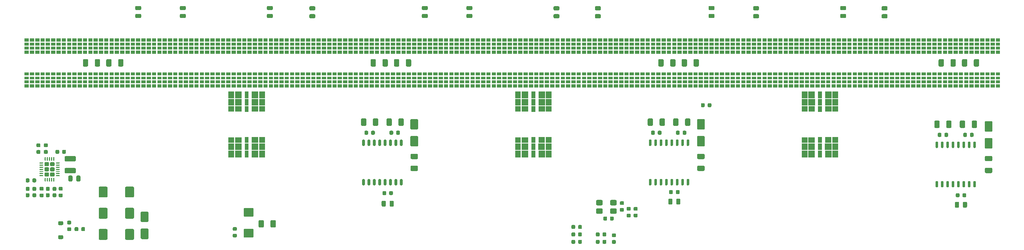
<source format=gbr>
G04 #@! TF.GenerationSoftware,KiCad,Pcbnew,(5.1.6-0-10_14)*
G04 #@! TF.CreationDate,2020-10-13T10:26:18-07:00*
G04 #@! TF.ProjectId,besc g2,62657363-2067-4322-9e6b-696361645f70,Init*
G04 #@! TF.SameCoordinates,Original*
G04 #@! TF.FileFunction,Paste,Bot*
G04 #@! TF.FilePolarity,Positive*
%FSLAX46Y46*%
G04 Gerber Fmt 4.6, Leading zero omitted, Abs format (unit mm)*
G04 Created by KiCad (PCBNEW (5.1.6-0-10_14)) date 2020-10-13 10:26:18*
%MOMM*%
%LPD*%
G01*
G04 APERTURE LIST*
%ADD10C,0.100000*%
G04 APERTURE END LIST*
D10*
G36*
X258800000Y-82150000D02*
G01*
X259700000Y-82150000D01*
X259700000Y-81500000D01*
X258800000Y-81500000D01*
X258800000Y-82150000D01*
G37*
X258800000Y-82150000D02*
X259700000Y-82150000D01*
X259700000Y-81500000D01*
X258800000Y-81500000D01*
X258800000Y-82150000D01*
G36*
X235050000Y-82150000D02*
G01*
X235950000Y-82150000D01*
X235950000Y-81500000D01*
X235050000Y-81500000D01*
X235050000Y-82150000D01*
G37*
X235050000Y-82150000D02*
X235950000Y-82150000D01*
X235950000Y-81500000D01*
X235050000Y-81500000D01*
X235050000Y-82150000D01*
G36*
X235050000Y-81150000D02*
G01*
X235950000Y-81150000D01*
X235950000Y-80550000D01*
X235050000Y-80550000D01*
X235050000Y-81150000D01*
G37*
X235050000Y-81150000D02*
X235950000Y-81150000D01*
X235950000Y-80550000D01*
X235050000Y-80550000D01*
X235050000Y-81150000D01*
G36*
X235050000Y-80200000D02*
G01*
X235950000Y-80200000D01*
X235950000Y-79650000D01*
X235050000Y-79650000D01*
X235050000Y-80200000D01*
G37*
X235050000Y-80200000D02*
X235950000Y-80200000D01*
X235950000Y-79650000D01*
X235050000Y-79650000D01*
X235050000Y-80200000D01*
G36*
X235050000Y-79300000D02*
G01*
X235950000Y-79300000D01*
X235950000Y-78650000D01*
X235050000Y-78650000D01*
X235050000Y-79300000D01*
G37*
X235050000Y-79300000D02*
X235950000Y-79300000D01*
X235950000Y-78650000D01*
X235050000Y-78650000D01*
X235050000Y-79300000D01*
G36*
X237550000Y-82150000D02*
G01*
X238450000Y-82150000D01*
X238450000Y-81500000D01*
X237550000Y-81500000D01*
X237550000Y-82150000D01*
G37*
X237550000Y-82150000D02*
X238450000Y-82150000D01*
X238450000Y-81500000D01*
X237550000Y-81500000D01*
X237550000Y-82150000D01*
G36*
X241300000Y-81150000D02*
G01*
X242200000Y-81150000D01*
X242200000Y-80550000D01*
X241300000Y-80550000D01*
X241300000Y-81150000D01*
G37*
X241300000Y-81150000D02*
X242200000Y-81150000D01*
X242200000Y-80550000D01*
X241300000Y-80550000D01*
X241300000Y-81150000D01*
G36*
X241300000Y-80200000D02*
G01*
X242200000Y-80200000D01*
X242200000Y-79650000D01*
X241300000Y-79650000D01*
X241300000Y-80200000D01*
G37*
X241300000Y-80200000D02*
X242200000Y-80200000D01*
X242200000Y-79650000D01*
X241300000Y-79650000D01*
X241300000Y-80200000D01*
G36*
X241300000Y-79300000D02*
G01*
X242200000Y-79300000D01*
X242200000Y-78650000D01*
X241300000Y-78650000D01*
X241300000Y-79300000D01*
G37*
X241300000Y-79300000D02*
X242200000Y-79300000D01*
X242200000Y-78650000D01*
X241300000Y-78650000D01*
X241300000Y-79300000D01*
G36*
X240050000Y-82150000D02*
G01*
X240950000Y-82150000D01*
X240950000Y-81500000D01*
X240050000Y-81500000D01*
X240050000Y-82150000D01*
G37*
X240050000Y-82150000D02*
X240950000Y-82150000D01*
X240950000Y-81500000D01*
X240050000Y-81500000D01*
X240050000Y-82150000D01*
G36*
X240050000Y-81150000D02*
G01*
X240950000Y-81150000D01*
X240950000Y-80550000D01*
X240050000Y-80550000D01*
X240050000Y-81150000D01*
G37*
X240050000Y-81150000D02*
X240950000Y-81150000D01*
X240950000Y-80550000D01*
X240050000Y-80550000D01*
X240050000Y-81150000D01*
G36*
X240050000Y-80200000D02*
G01*
X240950000Y-80200000D01*
X240950000Y-79650000D01*
X240050000Y-79650000D01*
X240050000Y-80200000D01*
G37*
X240050000Y-80200000D02*
X240950000Y-80200000D01*
X240950000Y-79650000D01*
X240050000Y-79650000D01*
X240050000Y-80200000D01*
G36*
X240050000Y-79300000D02*
G01*
X240950000Y-79300000D01*
X240950000Y-78650000D01*
X240050000Y-78650000D01*
X240050000Y-79300000D01*
G37*
X240050000Y-79300000D02*
X240950000Y-79300000D01*
X240950000Y-78650000D01*
X240050000Y-78650000D01*
X240050000Y-79300000D01*
G36*
X241300000Y-82150000D02*
G01*
X242200000Y-82150000D01*
X242200000Y-81500000D01*
X241300000Y-81500000D01*
X241300000Y-82150000D01*
G37*
X241300000Y-82150000D02*
X242200000Y-82150000D01*
X242200000Y-81500000D01*
X241300000Y-81500000D01*
X241300000Y-82150000D01*
G36*
X238800000Y-79300000D02*
G01*
X239700000Y-79300000D01*
X239700000Y-78650000D01*
X238800000Y-78650000D01*
X238800000Y-79300000D01*
G37*
X238800000Y-79300000D02*
X239700000Y-79300000D01*
X239700000Y-78650000D01*
X238800000Y-78650000D01*
X238800000Y-79300000D01*
G36*
X238800000Y-80200000D02*
G01*
X239700000Y-80200000D01*
X239700000Y-79650000D01*
X238800000Y-79650000D01*
X238800000Y-80200000D01*
G37*
X238800000Y-80200000D02*
X239700000Y-80200000D01*
X239700000Y-79650000D01*
X238800000Y-79650000D01*
X238800000Y-80200000D01*
G36*
X238800000Y-81150000D02*
G01*
X239700000Y-81150000D01*
X239700000Y-80550000D01*
X238800000Y-80550000D01*
X238800000Y-81150000D01*
G37*
X238800000Y-81150000D02*
X239700000Y-81150000D01*
X239700000Y-80550000D01*
X238800000Y-80550000D01*
X238800000Y-81150000D01*
G36*
X238800000Y-82150000D02*
G01*
X239700000Y-82150000D01*
X239700000Y-81500000D01*
X238800000Y-81500000D01*
X238800000Y-82150000D01*
G37*
X238800000Y-82150000D02*
X239700000Y-82150000D01*
X239700000Y-81500000D01*
X238800000Y-81500000D01*
X238800000Y-82150000D01*
G36*
X236300000Y-79300000D02*
G01*
X237200000Y-79300000D01*
X237200000Y-78650000D01*
X236300000Y-78650000D01*
X236300000Y-79300000D01*
G37*
X236300000Y-79300000D02*
X237200000Y-79300000D01*
X237200000Y-78650000D01*
X236300000Y-78650000D01*
X236300000Y-79300000D01*
G36*
X236300000Y-80200000D02*
G01*
X237200000Y-80200000D01*
X237200000Y-79650000D01*
X236300000Y-79650000D01*
X236300000Y-80200000D01*
G37*
X236300000Y-80200000D02*
X237200000Y-80200000D01*
X237200000Y-79650000D01*
X236300000Y-79650000D01*
X236300000Y-80200000D01*
G36*
X236300000Y-81150000D02*
G01*
X237200000Y-81150000D01*
X237200000Y-80550000D01*
X236300000Y-80550000D01*
X236300000Y-81150000D01*
G37*
X236300000Y-81150000D02*
X237200000Y-81150000D01*
X237200000Y-80550000D01*
X236300000Y-80550000D01*
X236300000Y-81150000D01*
G36*
X236300000Y-82150000D02*
G01*
X237200000Y-82150000D01*
X237200000Y-81500000D01*
X236300000Y-81500000D01*
X236300000Y-82150000D01*
G37*
X236300000Y-82150000D02*
X237200000Y-82150000D01*
X237200000Y-81500000D01*
X236300000Y-81500000D01*
X236300000Y-82150000D01*
G36*
X237550000Y-79300000D02*
G01*
X238450000Y-79300000D01*
X238450000Y-78650000D01*
X237550000Y-78650000D01*
X237550000Y-79300000D01*
G37*
X237550000Y-79300000D02*
X238450000Y-79300000D01*
X238450000Y-78650000D01*
X237550000Y-78650000D01*
X237550000Y-79300000D01*
G36*
X237550000Y-80200000D02*
G01*
X238450000Y-80200000D01*
X238450000Y-79650000D01*
X237550000Y-79650000D01*
X237550000Y-80200000D01*
G37*
X237550000Y-80200000D02*
X238450000Y-80200000D01*
X238450000Y-79650000D01*
X237550000Y-79650000D01*
X237550000Y-80200000D01*
G36*
X237550000Y-81150000D02*
G01*
X238450000Y-81150000D01*
X238450000Y-80550000D01*
X237550000Y-80550000D01*
X237550000Y-81150000D01*
G37*
X237550000Y-81150000D02*
X238450000Y-81150000D01*
X238450000Y-80550000D01*
X237550000Y-80550000D01*
X237550000Y-81150000D01*
G36*
X245050000Y-81150000D02*
G01*
X245950000Y-81150000D01*
X245950000Y-80550000D01*
X245050000Y-80550000D01*
X245050000Y-81150000D01*
G37*
X245050000Y-81150000D02*
X245950000Y-81150000D01*
X245950000Y-80550000D01*
X245050000Y-80550000D01*
X245050000Y-81150000D01*
G36*
X245050000Y-80200000D02*
G01*
X245950000Y-80200000D01*
X245950000Y-79650000D01*
X245050000Y-79650000D01*
X245050000Y-80200000D01*
G37*
X245050000Y-80200000D02*
X245950000Y-80200000D01*
X245950000Y-79650000D01*
X245050000Y-79650000D01*
X245050000Y-80200000D01*
G36*
X245050000Y-79300000D02*
G01*
X245950000Y-79300000D01*
X245950000Y-78650000D01*
X245050000Y-78650000D01*
X245050000Y-79300000D01*
G37*
X245050000Y-79300000D02*
X245950000Y-79300000D01*
X245950000Y-78650000D01*
X245050000Y-78650000D01*
X245050000Y-79300000D01*
G36*
X243800000Y-82150000D02*
G01*
X244700000Y-82150000D01*
X244700000Y-81500000D01*
X243800000Y-81500000D01*
X243800000Y-82150000D01*
G37*
X243800000Y-82150000D02*
X244700000Y-82150000D01*
X244700000Y-81500000D01*
X243800000Y-81500000D01*
X243800000Y-82150000D01*
G36*
X243800000Y-81150000D02*
G01*
X244700000Y-81150000D01*
X244700000Y-80550000D01*
X243800000Y-80550000D01*
X243800000Y-81150000D01*
G37*
X243800000Y-81150000D02*
X244700000Y-81150000D01*
X244700000Y-80550000D01*
X243800000Y-80550000D01*
X243800000Y-81150000D01*
G36*
X243800000Y-80200000D02*
G01*
X244700000Y-80200000D01*
X244700000Y-79650000D01*
X243800000Y-79650000D01*
X243800000Y-80200000D01*
G37*
X243800000Y-80200000D02*
X244700000Y-80200000D01*
X244700000Y-79650000D01*
X243800000Y-79650000D01*
X243800000Y-80200000D01*
G36*
X243800000Y-79300000D02*
G01*
X244700000Y-79300000D01*
X244700000Y-78650000D01*
X243800000Y-78650000D01*
X243800000Y-79300000D01*
G37*
X243800000Y-79300000D02*
X244700000Y-79300000D01*
X244700000Y-78650000D01*
X243800000Y-78650000D01*
X243800000Y-79300000D01*
G36*
X245050000Y-82150000D02*
G01*
X245950000Y-82150000D01*
X245950000Y-81500000D01*
X245050000Y-81500000D01*
X245050000Y-82150000D01*
G37*
X245050000Y-82150000D02*
X245950000Y-82150000D01*
X245950000Y-81500000D01*
X245050000Y-81500000D01*
X245050000Y-82150000D01*
G36*
X242550000Y-79300000D02*
G01*
X243450000Y-79300000D01*
X243450000Y-78650000D01*
X242550000Y-78650000D01*
X242550000Y-79300000D01*
G37*
X242550000Y-79300000D02*
X243450000Y-79300000D01*
X243450000Y-78650000D01*
X242550000Y-78650000D01*
X242550000Y-79300000D01*
G36*
X242550000Y-80200000D02*
G01*
X243450000Y-80200000D01*
X243450000Y-79650000D01*
X242550000Y-79650000D01*
X242550000Y-80200000D01*
G37*
X242550000Y-80200000D02*
X243450000Y-80200000D01*
X243450000Y-79650000D01*
X242550000Y-79650000D01*
X242550000Y-80200000D01*
G36*
X242550000Y-81150000D02*
G01*
X243450000Y-81150000D01*
X243450000Y-80550000D01*
X242550000Y-80550000D01*
X242550000Y-81150000D01*
G37*
X242550000Y-81150000D02*
X243450000Y-81150000D01*
X243450000Y-80550000D01*
X242550000Y-80550000D01*
X242550000Y-81150000D01*
G36*
X242550000Y-82150000D02*
G01*
X243450000Y-82150000D01*
X243450000Y-81500000D01*
X242550000Y-81500000D01*
X242550000Y-82150000D01*
G37*
X242550000Y-82150000D02*
X243450000Y-82150000D01*
X243450000Y-81500000D01*
X242550000Y-81500000D01*
X242550000Y-82150000D01*
G36*
X253800000Y-82150000D02*
G01*
X254700000Y-82150000D01*
X254700000Y-81500000D01*
X253800000Y-81500000D01*
X253800000Y-82150000D01*
G37*
X253800000Y-82150000D02*
X254700000Y-82150000D01*
X254700000Y-81500000D01*
X253800000Y-81500000D01*
X253800000Y-82150000D01*
G36*
X253800000Y-81150000D02*
G01*
X254700000Y-81150000D01*
X254700000Y-80550000D01*
X253800000Y-80550000D01*
X253800000Y-81150000D01*
G37*
X253800000Y-81150000D02*
X254700000Y-81150000D01*
X254700000Y-80550000D01*
X253800000Y-80550000D01*
X253800000Y-81150000D01*
G36*
X253800000Y-80200000D02*
G01*
X254700000Y-80200000D01*
X254700000Y-79650000D01*
X253800000Y-79650000D01*
X253800000Y-80200000D01*
G37*
X253800000Y-80200000D02*
X254700000Y-80200000D01*
X254700000Y-79650000D01*
X253800000Y-79650000D01*
X253800000Y-80200000D01*
G36*
X253800000Y-79300000D02*
G01*
X254700000Y-79300000D01*
X254700000Y-78650000D01*
X253800000Y-78650000D01*
X253800000Y-79300000D01*
G37*
X253800000Y-79300000D02*
X254700000Y-79300000D01*
X254700000Y-78650000D01*
X253800000Y-78650000D01*
X253800000Y-79300000D01*
G36*
X256300000Y-82150000D02*
G01*
X257200000Y-82150000D01*
X257200000Y-81500000D01*
X256300000Y-81500000D01*
X256300000Y-82150000D01*
G37*
X256300000Y-82150000D02*
X257200000Y-82150000D01*
X257200000Y-81500000D01*
X256300000Y-81500000D01*
X256300000Y-82150000D01*
G36*
X255050000Y-79300000D02*
G01*
X255950000Y-79300000D01*
X255950000Y-78650000D01*
X255050000Y-78650000D01*
X255050000Y-79300000D01*
G37*
X255050000Y-79300000D02*
X255950000Y-79300000D01*
X255950000Y-78650000D01*
X255050000Y-78650000D01*
X255050000Y-79300000D01*
G36*
X255050000Y-80200000D02*
G01*
X255950000Y-80200000D01*
X255950000Y-79650000D01*
X255050000Y-79650000D01*
X255050000Y-80200000D01*
G37*
X255050000Y-80200000D02*
X255950000Y-80200000D01*
X255950000Y-79650000D01*
X255050000Y-79650000D01*
X255050000Y-80200000D01*
G36*
X255050000Y-81150000D02*
G01*
X255950000Y-81150000D01*
X255950000Y-80550000D01*
X255050000Y-80550000D01*
X255050000Y-81150000D01*
G37*
X255050000Y-81150000D02*
X255950000Y-81150000D01*
X255950000Y-80550000D01*
X255050000Y-80550000D01*
X255050000Y-81150000D01*
G36*
X255050000Y-82150000D02*
G01*
X255950000Y-82150000D01*
X255950000Y-81500000D01*
X255050000Y-81500000D01*
X255050000Y-82150000D01*
G37*
X255050000Y-82150000D02*
X255950000Y-82150000D01*
X255950000Y-81500000D01*
X255050000Y-81500000D01*
X255050000Y-82150000D01*
G36*
X256300000Y-79300000D02*
G01*
X257200000Y-79300000D01*
X257200000Y-78650000D01*
X256300000Y-78650000D01*
X256300000Y-79300000D01*
G37*
X256300000Y-79300000D02*
X257200000Y-79300000D01*
X257200000Y-78650000D01*
X256300000Y-78650000D01*
X256300000Y-79300000D01*
G36*
X256300000Y-80200000D02*
G01*
X257200000Y-80200000D01*
X257200000Y-79650000D01*
X256300000Y-79650000D01*
X256300000Y-80200000D01*
G37*
X256300000Y-80200000D02*
X257200000Y-80200000D01*
X257200000Y-79650000D01*
X256300000Y-79650000D01*
X256300000Y-80200000D01*
G36*
X256300000Y-81150000D02*
G01*
X257200000Y-81150000D01*
X257200000Y-80550000D01*
X256300000Y-80550000D01*
X256300000Y-81150000D01*
G37*
X256300000Y-81150000D02*
X257200000Y-81150000D01*
X257200000Y-80550000D01*
X256300000Y-80550000D01*
X256300000Y-81150000D01*
G36*
X248800000Y-81150000D02*
G01*
X249700000Y-81150000D01*
X249700000Y-80550000D01*
X248800000Y-80550000D01*
X248800000Y-81150000D01*
G37*
X248800000Y-81150000D02*
X249700000Y-81150000D01*
X249700000Y-80550000D01*
X248800000Y-80550000D01*
X248800000Y-81150000D01*
G36*
X248800000Y-80200000D02*
G01*
X249700000Y-80200000D01*
X249700000Y-79650000D01*
X248800000Y-79650000D01*
X248800000Y-80200000D01*
G37*
X248800000Y-80200000D02*
X249700000Y-80200000D01*
X249700000Y-79650000D01*
X248800000Y-79650000D01*
X248800000Y-80200000D01*
G36*
X248800000Y-79300000D02*
G01*
X249700000Y-79300000D01*
X249700000Y-78650000D01*
X248800000Y-78650000D01*
X248800000Y-79300000D01*
G37*
X248800000Y-79300000D02*
X249700000Y-79300000D01*
X249700000Y-78650000D01*
X248800000Y-78650000D01*
X248800000Y-79300000D01*
G36*
X247550000Y-82150000D02*
G01*
X248450000Y-82150000D01*
X248450000Y-81500000D01*
X247550000Y-81500000D01*
X247550000Y-82150000D01*
G37*
X247550000Y-82150000D02*
X248450000Y-82150000D01*
X248450000Y-81500000D01*
X247550000Y-81500000D01*
X247550000Y-82150000D01*
G36*
X247550000Y-81150000D02*
G01*
X248450000Y-81150000D01*
X248450000Y-80550000D01*
X247550000Y-80550000D01*
X247550000Y-81150000D01*
G37*
X247550000Y-81150000D02*
X248450000Y-81150000D01*
X248450000Y-80550000D01*
X247550000Y-80550000D01*
X247550000Y-81150000D01*
G36*
X247550000Y-80200000D02*
G01*
X248450000Y-80200000D01*
X248450000Y-79650000D01*
X247550000Y-79650000D01*
X247550000Y-80200000D01*
G37*
X247550000Y-80200000D02*
X248450000Y-80200000D01*
X248450000Y-79650000D01*
X247550000Y-79650000D01*
X247550000Y-80200000D01*
G36*
X247550000Y-79300000D02*
G01*
X248450000Y-79300000D01*
X248450000Y-78650000D01*
X247550000Y-78650000D01*
X247550000Y-79300000D01*
G37*
X247550000Y-79300000D02*
X248450000Y-79300000D01*
X248450000Y-78650000D01*
X247550000Y-78650000D01*
X247550000Y-79300000D01*
G36*
X250050000Y-82150000D02*
G01*
X250950000Y-82150000D01*
X250950000Y-81500000D01*
X250050000Y-81500000D01*
X250050000Y-82150000D01*
G37*
X250050000Y-82150000D02*
X250950000Y-82150000D01*
X250950000Y-81500000D01*
X250050000Y-81500000D01*
X250050000Y-82150000D01*
G36*
X250050000Y-81150000D02*
G01*
X250950000Y-81150000D01*
X250950000Y-80550000D01*
X250050000Y-80550000D01*
X250050000Y-81150000D01*
G37*
X250050000Y-81150000D02*
X250950000Y-81150000D01*
X250950000Y-80550000D01*
X250050000Y-80550000D01*
X250050000Y-81150000D01*
G36*
X250050000Y-80200000D02*
G01*
X250950000Y-80200000D01*
X250950000Y-79650000D01*
X250050000Y-79650000D01*
X250050000Y-80200000D01*
G37*
X250050000Y-80200000D02*
X250950000Y-80200000D01*
X250950000Y-79650000D01*
X250050000Y-79650000D01*
X250050000Y-80200000D01*
G36*
X250050000Y-79300000D02*
G01*
X250950000Y-79300000D01*
X250950000Y-78650000D01*
X250050000Y-78650000D01*
X250050000Y-79300000D01*
G37*
X250050000Y-79300000D02*
X250950000Y-79300000D01*
X250950000Y-78650000D01*
X250050000Y-78650000D01*
X250050000Y-79300000D01*
G36*
X252550000Y-82150000D02*
G01*
X253450000Y-82150000D01*
X253450000Y-81500000D01*
X252550000Y-81500000D01*
X252550000Y-82150000D01*
G37*
X252550000Y-82150000D02*
X253450000Y-82150000D01*
X253450000Y-81500000D01*
X252550000Y-81500000D01*
X252550000Y-82150000D01*
G36*
X251300000Y-79300000D02*
G01*
X252200000Y-79300000D01*
X252200000Y-78650000D01*
X251300000Y-78650000D01*
X251300000Y-79300000D01*
G37*
X251300000Y-79300000D02*
X252200000Y-79300000D01*
X252200000Y-78650000D01*
X251300000Y-78650000D01*
X251300000Y-79300000D01*
G36*
X251300000Y-80200000D02*
G01*
X252200000Y-80200000D01*
X252200000Y-79650000D01*
X251300000Y-79650000D01*
X251300000Y-80200000D01*
G37*
X251300000Y-80200000D02*
X252200000Y-80200000D01*
X252200000Y-79650000D01*
X251300000Y-79650000D01*
X251300000Y-80200000D01*
G36*
X251300000Y-81150000D02*
G01*
X252200000Y-81150000D01*
X252200000Y-80550000D01*
X251300000Y-80550000D01*
X251300000Y-81150000D01*
G37*
X251300000Y-81150000D02*
X252200000Y-81150000D01*
X252200000Y-80550000D01*
X251300000Y-80550000D01*
X251300000Y-81150000D01*
G36*
X251300000Y-82150000D02*
G01*
X252200000Y-82150000D01*
X252200000Y-81500000D01*
X251300000Y-81500000D01*
X251300000Y-82150000D01*
G37*
X251300000Y-82150000D02*
X252200000Y-82150000D01*
X252200000Y-81500000D01*
X251300000Y-81500000D01*
X251300000Y-82150000D01*
G36*
X252550000Y-79300000D02*
G01*
X253450000Y-79300000D01*
X253450000Y-78650000D01*
X252550000Y-78650000D01*
X252550000Y-79300000D01*
G37*
X252550000Y-79300000D02*
X253450000Y-79300000D01*
X253450000Y-78650000D01*
X252550000Y-78650000D01*
X252550000Y-79300000D01*
G36*
X252550000Y-80200000D02*
G01*
X253450000Y-80200000D01*
X253450000Y-79650000D01*
X252550000Y-79650000D01*
X252550000Y-80200000D01*
G37*
X252550000Y-80200000D02*
X253450000Y-80200000D01*
X253450000Y-79650000D01*
X252550000Y-79650000D01*
X252550000Y-80200000D01*
G36*
X252550000Y-81150000D02*
G01*
X253450000Y-81150000D01*
X253450000Y-80550000D01*
X252550000Y-80550000D01*
X252550000Y-81150000D01*
G37*
X252550000Y-81150000D02*
X253450000Y-81150000D01*
X253450000Y-80550000D01*
X252550000Y-80550000D01*
X252550000Y-81150000D01*
G36*
X248800000Y-82150000D02*
G01*
X249700000Y-82150000D01*
X249700000Y-81500000D01*
X248800000Y-81500000D01*
X248800000Y-82150000D01*
G37*
X248800000Y-82150000D02*
X249700000Y-82150000D01*
X249700000Y-81500000D01*
X248800000Y-81500000D01*
X248800000Y-82150000D01*
G36*
X246300000Y-79300000D02*
G01*
X247200000Y-79300000D01*
X247200000Y-78650000D01*
X246300000Y-78650000D01*
X246300000Y-79300000D01*
G37*
X246300000Y-79300000D02*
X247200000Y-79300000D01*
X247200000Y-78650000D01*
X246300000Y-78650000D01*
X246300000Y-79300000D01*
G36*
X246300000Y-80200000D02*
G01*
X247200000Y-80200000D01*
X247200000Y-79650000D01*
X246300000Y-79650000D01*
X246300000Y-80200000D01*
G37*
X246300000Y-80200000D02*
X247200000Y-80200000D01*
X247200000Y-79650000D01*
X246300000Y-79650000D01*
X246300000Y-80200000D01*
G36*
X246300000Y-81150000D02*
G01*
X247200000Y-81150000D01*
X247200000Y-80550000D01*
X246300000Y-80550000D01*
X246300000Y-81150000D01*
G37*
X246300000Y-81150000D02*
X247200000Y-81150000D01*
X247200000Y-80550000D01*
X246300000Y-80550000D01*
X246300000Y-81150000D01*
G36*
X246300000Y-82150000D02*
G01*
X247200000Y-82150000D01*
X247200000Y-81500000D01*
X246300000Y-81500000D01*
X246300000Y-82150000D01*
G37*
X246300000Y-82150000D02*
X247200000Y-82150000D01*
X247200000Y-81500000D01*
X246300000Y-81500000D01*
X246300000Y-82150000D01*
G36*
X260050000Y-81150000D02*
G01*
X260950000Y-81150000D01*
X260950000Y-80550000D01*
X260050000Y-80550000D01*
X260050000Y-81150000D01*
G37*
X260050000Y-81150000D02*
X260950000Y-81150000D01*
X260950000Y-80550000D01*
X260050000Y-80550000D01*
X260050000Y-81150000D01*
G36*
X260050000Y-80200000D02*
G01*
X260950000Y-80200000D01*
X260950000Y-79650000D01*
X260050000Y-79650000D01*
X260050000Y-80200000D01*
G37*
X260050000Y-80200000D02*
X260950000Y-80200000D01*
X260950000Y-79650000D01*
X260050000Y-79650000D01*
X260050000Y-80200000D01*
G36*
X260050000Y-79300000D02*
G01*
X260950000Y-79300000D01*
X260950000Y-78650000D01*
X260050000Y-78650000D01*
X260050000Y-79300000D01*
G37*
X260050000Y-79300000D02*
X260950000Y-79300000D01*
X260950000Y-78650000D01*
X260050000Y-78650000D01*
X260050000Y-79300000D01*
G36*
X258800000Y-81150000D02*
G01*
X259700000Y-81150000D01*
X259700000Y-80550000D01*
X258800000Y-80550000D01*
X258800000Y-81150000D01*
G37*
X258800000Y-81150000D02*
X259700000Y-81150000D01*
X259700000Y-80550000D01*
X258800000Y-80550000D01*
X258800000Y-81150000D01*
G36*
X258800000Y-80200000D02*
G01*
X259700000Y-80200000D01*
X259700000Y-79650000D01*
X258800000Y-79650000D01*
X258800000Y-80200000D01*
G37*
X258800000Y-80200000D02*
X259700000Y-80200000D01*
X259700000Y-79650000D01*
X258800000Y-79650000D01*
X258800000Y-80200000D01*
G36*
X258800000Y-79300000D02*
G01*
X259700000Y-79300000D01*
X259700000Y-78650000D01*
X258800000Y-78650000D01*
X258800000Y-79300000D01*
G37*
X258800000Y-79300000D02*
X259700000Y-79300000D01*
X259700000Y-78650000D01*
X258800000Y-78650000D01*
X258800000Y-79300000D01*
G36*
X261300000Y-82150000D02*
G01*
X262100000Y-82150000D01*
X262100000Y-81500000D01*
X261300000Y-81500000D01*
X261300000Y-82150000D01*
G37*
X261300000Y-82150000D02*
X262100000Y-82150000D01*
X262100000Y-81500000D01*
X261300000Y-81500000D01*
X261300000Y-82150000D01*
G36*
X261300000Y-81150000D02*
G01*
X262100000Y-81150000D01*
X262100000Y-80550000D01*
X261300000Y-80550000D01*
X261300000Y-81150000D01*
G37*
X261300000Y-81150000D02*
X262100000Y-81150000D01*
X262100000Y-80550000D01*
X261300000Y-80550000D01*
X261300000Y-81150000D01*
G36*
X261300000Y-80200000D02*
G01*
X262100000Y-80200000D01*
X262100000Y-79650000D01*
X261300000Y-79650000D01*
X261300000Y-80200000D01*
G37*
X261300000Y-80200000D02*
X262100000Y-80200000D01*
X262100000Y-79650000D01*
X261300000Y-79650000D01*
X261300000Y-80200000D01*
G36*
X261300000Y-79300000D02*
G01*
X262100000Y-79300000D01*
X262100000Y-78650000D01*
X261300000Y-78650000D01*
X261300000Y-79300000D01*
G37*
X261300000Y-79300000D02*
X262100000Y-79300000D01*
X262100000Y-78650000D01*
X261300000Y-78650000D01*
X261300000Y-79300000D01*
G36*
X260050000Y-82150000D02*
G01*
X260950000Y-82150000D01*
X260950000Y-81500000D01*
X260050000Y-81500000D01*
X260050000Y-82150000D01*
G37*
X260050000Y-82150000D02*
X260950000Y-82150000D01*
X260950000Y-81500000D01*
X260050000Y-81500000D01*
X260050000Y-82150000D01*
G36*
X257550000Y-79300000D02*
G01*
X258450000Y-79300000D01*
X258450000Y-78650000D01*
X257550000Y-78650000D01*
X257550000Y-79300000D01*
G37*
X257550000Y-79300000D02*
X258450000Y-79300000D01*
X258450000Y-78650000D01*
X257550000Y-78650000D01*
X257550000Y-79300000D01*
G36*
X257550000Y-80200000D02*
G01*
X258450000Y-80200000D01*
X258450000Y-79650000D01*
X257550000Y-79650000D01*
X257550000Y-80200000D01*
G37*
X257550000Y-80200000D02*
X258450000Y-80200000D01*
X258450000Y-79650000D01*
X257550000Y-79650000D01*
X257550000Y-80200000D01*
G36*
X257550000Y-81150000D02*
G01*
X258450000Y-81150000D01*
X258450000Y-80550000D01*
X257550000Y-80550000D01*
X257550000Y-81150000D01*
G37*
X257550000Y-81150000D02*
X258450000Y-81150000D01*
X258450000Y-80550000D01*
X257550000Y-80550000D01*
X257550000Y-81150000D01*
G36*
X257550000Y-82150000D02*
G01*
X258450000Y-82150000D01*
X258450000Y-81500000D01*
X257550000Y-81500000D01*
X257550000Y-82150000D01*
G37*
X257550000Y-82150000D02*
X258450000Y-82150000D01*
X258450000Y-81500000D01*
X257550000Y-81500000D01*
X257550000Y-82150000D01*
G36*
X225050000Y-82150000D02*
G01*
X225950000Y-82150000D01*
X225950000Y-81500000D01*
X225050000Y-81500000D01*
X225050000Y-82150000D01*
G37*
X225050000Y-82150000D02*
X225950000Y-82150000D01*
X225950000Y-81500000D01*
X225050000Y-81500000D01*
X225050000Y-82150000D01*
G36*
X201300000Y-82150000D02*
G01*
X202200000Y-82150000D01*
X202200000Y-81500000D01*
X201300000Y-81500000D01*
X201300000Y-82150000D01*
G37*
X201300000Y-82150000D02*
X202200000Y-82150000D01*
X202200000Y-81500000D01*
X201300000Y-81500000D01*
X201300000Y-82150000D01*
G36*
X201300000Y-81150000D02*
G01*
X202200000Y-81150000D01*
X202200000Y-80550000D01*
X201300000Y-80550000D01*
X201300000Y-81150000D01*
G37*
X201300000Y-81150000D02*
X202200000Y-81150000D01*
X202200000Y-80550000D01*
X201300000Y-80550000D01*
X201300000Y-81150000D01*
G36*
X201300000Y-80200000D02*
G01*
X202200000Y-80200000D01*
X202200000Y-79650000D01*
X201300000Y-79650000D01*
X201300000Y-80200000D01*
G37*
X201300000Y-80200000D02*
X202200000Y-80200000D01*
X202200000Y-79650000D01*
X201300000Y-79650000D01*
X201300000Y-80200000D01*
G36*
X201300000Y-79300000D02*
G01*
X202200000Y-79300000D01*
X202200000Y-78650000D01*
X201300000Y-78650000D01*
X201300000Y-79300000D01*
G37*
X201300000Y-79300000D02*
X202200000Y-79300000D01*
X202200000Y-78650000D01*
X201300000Y-78650000D01*
X201300000Y-79300000D01*
G36*
X203800000Y-82150000D02*
G01*
X204700000Y-82150000D01*
X204700000Y-81500000D01*
X203800000Y-81500000D01*
X203800000Y-82150000D01*
G37*
X203800000Y-82150000D02*
X204700000Y-82150000D01*
X204700000Y-81500000D01*
X203800000Y-81500000D01*
X203800000Y-82150000D01*
G36*
X207550000Y-81150000D02*
G01*
X208450000Y-81150000D01*
X208450000Y-80550000D01*
X207550000Y-80550000D01*
X207550000Y-81150000D01*
G37*
X207550000Y-81150000D02*
X208450000Y-81150000D01*
X208450000Y-80550000D01*
X207550000Y-80550000D01*
X207550000Y-81150000D01*
G36*
X207550000Y-80200000D02*
G01*
X208450000Y-80200000D01*
X208450000Y-79650000D01*
X207550000Y-79650000D01*
X207550000Y-80200000D01*
G37*
X207550000Y-80200000D02*
X208450000Y-80200000D01*
X208450000Y-79650000D01*
X207550000Y-79650000D01*
X207550000Y-80200000D01*
G36*
X207550000Y-79300000D02*
G01*
X208450000Y-79300000D01*
X208450000Y-78650000D01*
X207550000Y-78650000D01*
X207550000Y-79300000D01*
G37*
X207550000Y-79300000D02*
X208450000Y-79300000D01*
X208450000Y-78650000D01*
X207550000Y-78650000D01*
X207550000Y-79300000D01*
G36*
X206300000Y-82150000D02*
G01*
X207200000Y-82150000D01*
X207200000Y-81500000D01*
X206300000Y-81500000D01*
X206300000Y-82150000D01*
G37*
X206300000Y-82150000D02*
X207200000Y-82150000D01*
X207200000Y-81500000D01*
X206300000Y-81500000D01*
X206300000Y-82150000D01*
G36*
X206300000Y-81150000D02*
G01*
X207200000Y-81150000D01*
X207200000Y-80550000D01*
X206300000Y-80550000D01*
X206300000Y-81150000D01*
G37*
X206300000Y-81150000D02*
X207200000Y-81150000D01*
X207200000Y-80550000D01*
X206300000Y-80550000D01*
X206300000Y-81150000D01*
G36*
X206300000Y-80200000D02*
G01*
X207200000Y-80200000D01*
X207200000Y-79650000D01*
X206300000Y-79650000D01*
X206300000Y-80200000D01*
G37*
X206300000Y-80200000D02*
X207200000Y-80200000D01*
X207200000Y-79650000D01*
X206300000Y-79650000D01*
X206300000Y-80200000D01*
G36*
X206300000Y-79300000D02*
G01*
X207200000Y-79300000D01*
X207200000Y-78650000D01*
X206300000Y-78650000D01*
X206300000Y-79300000D01*
G37*
X206300000Y-79300000D02*
X207200000Y-79300000D01*
X207200000Y-78650000D01*
X206300000Y-78650000D01*
X206300000Y-79300000D01*
G36*
X207550000Y-82150000D02*
G01*
X208450000Y-82150000D01*
X208450000Y-81500000D01*
X207550000Y-81500000D01*
X207550000Y-82150000D01*
G37*
X207550000Y-82150000D02*
X208450000Y-82150000D01*
X208450000Y-81500000D01*
X207550000Y-81500000D01*
X207550000Y-82150000D01*
G36*
X205050000Y-79300000D02*
G01*
X205950000Y-79300000D01*
X205950000Y-78650000D01*
X205050000Y-78650000D01*
X205050000Y-79300000D01*
G37*
X205050000Y-79300000D02*
X205950000Y-79300000D01*
X205950000Y-78650000D01*
X205050000Y-78650000D01*
X205050000Y-79300000D01*
G36*
X205050000Y-80200000D02*
G01*
X205950000Y-80200000D01*
X205950000Y-79650000D01*
X205050000Y-79650000D01*
X205050000Y-80200000D01*
G37*
X205050000Y-80200000D02*
X205950000Y-80200000D01*
X205950000Y-79650000D01*
X205050000Y-79650000D01*
X205050000Y-80200000D01*
G36*
X205050000Y-81150000D02*
G01*
X205950000Y-81150000D01*
X205950000Y-80550000D01*
X205050000Y-80550000D01*
X205050000Y-81150000D01*
G37*
X205050000Y-81150000D02*
X205950000Y-81150000D01*
X205950000Y-80550000D01*
X205050000Y-80550000D01*
X205050000Y-81150000D01*
G36*
X205050000Y-82150000D02*
G01*
X205950000Y-82150000D01*
X205950000Y-81500000D01*
X205050000Y-81500000D01*
X205050000Y-82150000D01*
G37*
X205050000Y-82150000D02*
X205950000Y-82150000D01*
X205950000Y-81500000D01*
X205050000Y-81500000D01*
X205050000Y-82150000D01*
G36*
X202550000Y-79300000D02*
G01*
X203450000Y-79300000D01*
X203450000Y-78650000D01*
X202550000Y-78650000D01*
X202550000Y-79300000D01*
G37*
X202550000Y-79300000D02*
X203450000Y-79300000D01*
X203450000Y-78650000D01*
X202550000Y-78650000D01*
X202550000Y-79300000D01*
G36*
X202550000Y-80200000D02*
G01*
X203450000Y-80200000D01*
X203450000Y-79650000D01*
X202550000Y-79650000D01*
X202550000Y-80200000D01*
G37*
X202550000Y-80200000D02*
X203450000Y-80200000D01*
X203450000Y-79650000D01*
X202550000Y-79650000D01*
X202550000Y-80200000D01*
G36*
X202550000Y-81150000D02*
G01*
X203450000Y-81150000D01*
X203450000Y-80550000D01*
X202550000Y-80550000D01*
X202550000Y-81150000D01*
G37*
X202550000Y-81150000D02*
X203450000Y-81150000D01*
X203450000Y-80550000D01*
X202550000Y-80550000D01*
X202550000Y-81150000D01*
G36*
X202550000Y-82150000D02*
G01*
X203450000Y-82150000D01*
X203450000Y-81500000D01*
X202550000Y-81500000D01*
X202550000Y-82150000D01*
G37*
X202550000Y-82150000D02*
X203450000Y-82150000D01*
X203450000Y-81500000D01*
X202550000Y-81500000D01*
X202550000Y-82150000D01*
G36*
X203800000Y-79300000D02*
G01*
X204700000Y-79300000D01*
X204700000Y-78650000D01*
X203800000Y-78650000D01*
X203800000Y-79300000D01*
G37*
X203800000Y-79300000D02*
X204700000Y-79300000D01*
X204700000Y-78650000D01*
X203800000Y-78650000D01*
X203800000Y-79300000D01*
G36*
X203800000Y-80200000D02*
G01*
X204700000Y-80200000D01*
X204700000Y-79650000D01*
X203800000Y-79650000D01*
X203800000Y-80200000D01*
G37*
X203800000Y-80200000D02*
X204700000Y-80200000D01*
X204700000Y-79650000D01*
X203800000Y-79650000D01*
X203800000Y-80200000D01*
G36*
X203800000Y-81150000D02*
G01*
X204700000Y-81150000D01*
X204700000Y-80550000D01*
X203800000Y-80550000D01*
X203800000Y-81150000D01*
G37*
X203800000Y-81150000D02*
X204700000Y-81150000D01*
X204700000Y-80550000D01*
X203800000Y-80550000D01*
X203800000Y-81150000D01*
G36*
X211300000Y-81150000D02*
G01*
X212200000Y-81150000D01*
X212200000Y-80550000D01*
X211300000Y-80550000D01*
X211300000Y-81150000D01*
G37*
X211300000Y-81150000D02*
X212200000Y-81150000D01*
X212200000Y-80550000D01*
X211300000Y-80550000D01*
X211300000Y-81150000D01*
G36*
X211300000Y-80200000D02*
G01*
X212200000Y-80200000D01*
X212200000Y-79650000D01*
X211300000Y-79650000D01*
X211300000Y-80200000D01*
G37*
X211300000Y-80200000D02*
X212200000Y-80200000D01*
X212200000Y-79650000D01*
X211300000Y-79650000D01*
X211300000Y-80200000D01*
G36*
X211300000Y-79300000D02*
G01*
X212200000Y-79300000D01*
X212200000Y-78650000D01*
X211300000Y-78650000D01*
X211300000Y-79300000D01*
G37*
X211300000Y-79300000D02*
X212200000Y-79300000D01*
X212200000Y-78650000D01*
X211300000Y-78650000D01*
X211300000Y-79300000D01*
G36*
X210050000Y-82150000D02*
G01*
X210950000Y-82150000D01*
X210950000Y-81500000D01*
X210050000Y-81500000D01*
X210050000Y-82150000D01*
G37*
X210050000Y-82150000D02*
X210950000Y-82150000D01*
X210950000Y-81500000D01*
X210050000Y-81500000D01*
X210050000Y-82150000D01*
G36*
X210050000Y-81150000D02*
G01*
X210950000Y-81150000D01*
X210950000Y-80550000D01*
X210050000Y-80550000D01*
X210050000Y-81150000D01*
G37*
X210050000Y-81150000D02*
X210950000Y-81150000D01*
X210950000Y-80550000D01*
X210050000Y-80550000D01*
X210050000Y-81150000D01*
G36*
X210050000Y-80200000D02*
G01*
X210950000Y-80200000D01*
X210950000Y-79650000D01*
X210050000Y-79650000D01*
X210050000Y-80200000D01*
G37*
X210050000Y-80200000D02*
X210950000Y-80200000D01*
X210950000Y-79650000D01*
X210050000Y-79650000D01*
X210050000Y-80200000D01*
G36*
X210050000Y-79300000D02*
G01*
X210950000Y-79300000D01*
X210950000Y-78650000D01*
X210050000Y-78650000D01*
X210050000Y-79300000D01*
G37*
X210050000Y-79300000D02*
X210950000Y-79300000D01*
X210950000Y-78650000D01*
X210050000Y-78650000D01*
X210050000Y-79300000D01*
G36*
X211300000Y-82150000D02*
G01*
X212200000Y-82150000D01*
X212200000Y-81500000D01*
X211300000Y-81500000D01*
X211300000Y-82150000D01*
G37*
X211300000Y-82150000D02*
X212200000Y-82150000D01*
X212200000Y-81500000D01*
X211300000Y-81500000D01*
X211300000Y-82150000D01*
G36*
X208800000Y-79300000D02*
G01*
X209700000Y-79300000D01*
X209700000Y-78650000D01*
X208800000Y-78650000D01*
X208800000Y-79300000D01*
G37*
X208800000Y-79300000D02*
X209700000Y-79300000D01*
X209700000Y-78650000D01*
X208800000Y-78650000D01*
X208800000Y-79300000D01*
G36*
X208800000Y-80200000D02*
G01*
X209700000Y-80200000D01*
X209700000Y-79650000D01*
X208800000Y-79650000D01*
X208800000Y-80200000D01*
G37*
X208800000Y-80200000D02*
X209700000Y-80200000D01*
X209700000Y-79650000D01*
X208800000Y-79650000D01*
X208800000Y-80200000D01*
G36*
X208800000Y-81150000D02*
G01*
X209700000Y-81150000D01*
X209700000Y-80550000D01*
X208800000Y-80550000D01*
X208800000Y-81150000D01*
G37*
X208800000Y-81150000D02*
X209700000Y-81150000D01*
X209700000Y-80550000D01*
X208800000Y-80550000D01*
X208800000Y-81150000D01*
G36*
X208800000Y-82150000D02*
G01*
X209700000Y-82150000D01*
X209700000Y-81500000D01*
X208800000Y-81500000D01*
X208800000Y-82150000D01*
G37*
X208800000Y-82150000D02*
X209700000Y-82150000D01*
X209700000Y-81500000D01*
X208800000Y-81500000D01*
X208800000Y-82150000D01*
G36*
X220050000Y-82150000D02*
G01*
X220950000Y-82150000D01*
X220950000Y-81500000D01*
X220050000Y-81500000D01*
X220050000Y-82150000D01*
G37*
X220050000Y-82150000D02*
X220950000Y-82150000D01*
X220950000Y-81500000D01*
X220050000Y-81500000D01*
X220050000Y-82150000D01*
G36*
X220050000Y-81150000D02*
G01*
X220950000Y-81150000D01*
X220950000Y-80550000D01*
X220050000Y-80550000D01*
X220050000Y-81150000D01*
G37*
X220050000Y-81150000D02*
X220950000Y-81150000D01*
X220950000Y-80550000D01*
X220050000Y-80550000D01*
X220050000Y-81150000D01*
G36*
X220050000Y-80200000D02*
G01*
X220950000Y-80200000D01*
X220950000Y-79650000D01*
X220050000Y-79650000D01*
X220050000Y-80200000D01*
G37*
X220050000Y-80200000D02*
X220950000Y-80200000D01*
X220950000Y-79650000D01*
X220050000Y-79650000D01*
X220050000Y-80200000D01*
G36*
X220050000Y-79300000D02*
G01*
X220950000Y-79300000D01*
X220950000Y-78650000D01*
X220050000Y-78650000D01*
X220050000Y-79300000D01*
G37*
X220050000Y-79300000D02*
X220950000Y-79300000D01*
X220950000Y-78650000D01*
X220050000Y-78650000D01*
X220050000Y-79300000D01*
G36*
X222550000Y-82150000D02*
G01*
X223450000Y-82150000D01*
X223450000Y-81500000D01*
X222550000Y-81500000D01*
X222550000Y-82150000D01*
G37*
X222550000Y-82150000D02*
X223450000Y-82150000D01*
X223450000Y-81500000D01*
X222550000Y-81500000D01*
X222550000Y-82150000D01*
G36*
X221300000Y-79300000D02*
G01*
X222200000Y-79300000D01*
X222200000Y-78650000D01*
X221300000Y-78650000D01*
X221300000Y-79300000D01*
G37*
X221300000Y-79300000D02*
X222200000Y-79300000D01*
X222200000Y-78650000D01*
X221300000Y-78650000D01*
X221300000Y-79300000D01*
G36*
X221300000Y-80200000D02*
G01*
X222200000Y-80200000D01*
X222200000Y-79650000D01*
X221300000Y-79650000D01*
X221300000Y-80200000D01*
G37*
X221300000Y-80200000D02*
X222200000Y-80200000D01*
X222200000Y-79650000D01*
X221300000Y-79650000D01*
X221300000Y-80200000D01*
G36*
X221300000Y-81150000D02*
G01*
X222200000Y-81150000D01*
X222200000Y-80550000D01*
X221300000Y-80550000D01*
X221300000Y-81150000D01*
G37*
X221300000Y-81150000D02*
X222200000Y-81150000D01*
X222200000Y-80550000D01*
X221300000Y-80550000D01*
X221300000Y-81150000D01*
G36*
X221300000Y-82150000D02*
G01*
X222200000Y-82150000D01*
X222200000Y-81500000D01*
X221300000Y-81500000D01*
X221300000Y-82150000D01*
G37*
X221300000Y-82150000D02*
X222200000Y-82150000D01*
X222200000Y-81500000D01*
X221300000Y-81500000D01*
X221300000Y-82150000D01*
G36*
X222550000Y-79300000D02*
G01*
X223450000Y-79300000D01*
X223450000Y-78650000D01*
X222550000Y-78650000D01*
X222550000Y-79300000D01*
G37*
X222550000Y-79300000D02*
X223450000Y-79300000D01*
X223450000Y-78650000D01*
X222550000Y-78650000D01*
X222550000Y-79300000D01*
G36*
X222550000Y-80200000D02*
G01*
X223450000Y-80200000D01*
X223450000Y-79650000D01*
X222550000Y-79650000D01*
X222550000Y-80200000D01*
G37*
X222550000Y-80200000D02*
X223450000Y-80200000D01*
X223450000Y-79650000D01*
X222550000Y-79650000D01*
X222550000Y-80200000D01*
G36*
X222550000Y-81150000D02*
G01*
X223450000Y-81150000D01*
X223450000Y-80550000D01*
X222550000Y-80550000D01*
X222550000Y-81150000D01*
G37*
X222550000Y-81150000D02*
X223450000Y-81150000D01*
X223450000Y-80550000D01*
X222550000Y-80550000D01*
X222550000Y-81150000D01*
G36*
X215050000Y-81150000D02*
G01*
X215950000Y-81150000D01*
X215950000Y-80550000D01*
X215050000Y-80550000D01*
X215050000Y-81150000D01*
G37*
X215050000Y-81150000D02*
X215950000Y-81150000D01*
X215950000Y-80550000D01*
X215050000Y-80550000D01*
X215050000Y-81150000D01*
G36*
X215050000Y-80200000D02*
G01*
X215950000Y-80200000D01*
X215950000Y-79650000D01*
X215050000Y-79650000D01*
X215050000Y-80200000D01*
G37*
X215050000Y-80200000D02*
X215950000Y-80200000D01*
X215950000Y-79650000D01*
X215050000Y-79650000D01*
X215050000Y-80200000D01*
G36*
X215050000Y-79300000D02*
G01*
X215950000Y-79300000D01*
X215950000Y-78650000D01*
X215050000Y-78650000D01*
X215050000Y-79300000D01*
G37*
X215050000Y-79300000D02*
X215950000Y-79300000D01*
X215950000Y-78650000D01*
X215050000Y-78650000D01*
X215050000Y-79300000D01*
G36*
X213800000Y-82150000D02*
G01*
X214700000Y-82150000D01*
X214700000Y-81500000D01*
X213800000Y-81500000D01*
X213800000Y-82150000D01*
G37*
X213800000Y-82150000D02*
X214700000Y-82150000D01*
X214700000Y-81500000D01*
X213800000Y-81500000D01*
X213800000Y-82150000D01*
G36*
X213800000Y-81150000D02*
G01*
X214700000Y-81150000D01*
X214700000Y-80550000D01*
X213800000Y-80550000D01*
X213800000Y-81150000D01*
G37*
X213800000Y-81150000D02*
X214700000Y-81150000D01*
X214700000Y-80550000D01*
X213800000Y-80550000D01*
X213800000Y-81150000D01*
G36*
X213800000Y-80200000D02*
G01*
X214700000Y-80200000D01*
X214700000Y-79650000D01*
X213800000Y-79650000D01*
X213800000Y-80200000D01*
G37*
X213800000Y-80200000D02*
X214700000Y-80200000D01*
X214700000Y-79650000D01*
X213800000Y-79650000D01*
X213800000Y-80200000D01*
G36*
X213800000Y-79300000D02*
G01*
X214700000Y-79300000D01*
X214700000Y-78650000D01*
X213800000Y-78650000D01*
X213800000Y-79300000D01*
G37*
X213800000Y-79300000D02*
X214700000Y-79300000D01*
X214700000Y-78650000D01*
X213800000Y-78650000D01*
X213800000Y-79300000D01*
G36*
X216300000Y-82150000D02*
G01*
X217200000Y-82150000D01*
X217200000Y-81500000D01*
X216300000Y-81500000D01*
X216300000Y-82150000D01*
G37*
X216300000Y-82150000D02*
X217200000Y-82150000D01*
X217200000Y-81500000D01*
X216300000Y-81500000D01*
X216300000Y-82150000D01*
G36*
X216300000Y-81150000D02*
G01*
X217200000Y-81150000D01*
X217200000Y-80550000D01*
X216300000Y-80550000D01*
X216300000Y-81150000D01*
G37*
X216300000Y-81150000D02*
X217200000Y-81150000D01*
X217200000Y-80550000D01*
X216300000Y-80550000D01*
X216300000Y-81150000D01*
G36*
X216300000Y-80200000D02*
G01*
X217200000Y-80200000D01*
X217200000Y-79650000D01*
X216300000Y-79650000D01*
X216300000Y-80200000D01*
G37*
X216300000Y-80200000D02*
X217200000Y-80200000D01*
X217200000Y-79650000D01*
X216300000Y-79650000D01*
X216300000Y-80200000D01*
G36*
X216300000Y-79300000D02*
G01*
X217200000Y-79300000D01*
X217200000Y-78650000D01*
X216300000Y-78650000D01*
X216300000Y-79300000D01*
G37*
X216300000Y-79300000D02*
X217200000Y-79300000D01*
X217200000Y-78650000D01*
X216300000Y-78650000D01*
X216300000Y-79300000D01*
G36*
X218800000Y-82150000D02*
G01*
X219700000Y-82150000D01*
X219700000Y-81500000D01*
X218800000Y-81500000D01*
X218800000Y-82150000D01*
G37*
X218800000Y-82150000D02*
X219700000Y-82150000D01*
X219700000Y-81500000D01*
X218800000Y-81500000D01*
X218800000Y-82150000D01*
G36*
X217550000Y-79300000D02*
G01*
X218450000Y-79300000D01*
X218450000Y-78650000D01*
X217550000Y-78650000D01*
X217550000Y-79300000D01*
G37*
X217550000Y-79300000D02*
X218450000Y-79300000D01*
X218450000Y-78650000D01*
X217550000Y-78650000D01*
X217550000Y-79300000D01*
G36*
X217550000Y-80200000D02*
G01*
X218450000Y-80200000D01*
X218450000Y-79650000D01*
X217550000Y-79650000D01*
X217550000Y-80200000D01*
G37*
X217550000Y-80200000D02*
X218450000Y-80200000D01*
X218450000Y-79650000D01*
X217550000Y-79650000D01*
X217550000Y-80200000D01*
G36*
X217550000Y-81150000D02*
G01*
X218450000Y-81150000D01*
X218450000Y-80550000D01*
X217550000Y-80550000D01*
X217550000Y-81150000D01*
G37*
X217550000Y-81150000D02*
X218450000Y-81150000D01*
X218450000Y-80550000D01*
X217550000Y-80550000D01*
X217550000Y-81150000D01*
G36*
X217550000Y-82150000D02*
G01*
X218450000Y-82150000D01*
X218450000Y-81500000D01*
X217550000Y-81500000D01*
X217550000Y-82150000D01*
G37*
X217550000Y-82150000D02*
X218450000Y-82150000D01*
X218450000Y-81500000D01*
X217550000Y-81500000D01*
X217550000Y-82150000D01*
G36*
X218800000Y-79300000D02*
G01*
X219700000Y-79300000D01*
X219700000Y-78650000D01*
X218800000Y-78650000D01*
X218800000Y-79300000D01*
G37*
X218800000Y-79300000D02*
X219700000Y-79300000D01*
X219700000Y-78650000D01*
X218800000Y-78650000D01*
X218800000Y-79300000D01*
G36*
X218800000Y-80200000D02*
G01*
X219700000Y-80200000D01*
X219700000Y-79650000D01*
X218800000Y-79650000D01*
X218800000Y-80200000D01*
G37*
X218800000Y-80200000D02*
X219700000Y-80200000D01*
X219700000Y-79650000D01*
X218800000Y-79650000D01*
X218800000Y-80200000D01*
G36*
X218800000Y-81150000D02*
G01*
X219700000Y-81150000D01*
X219700000Y-80550000D01*
X218800000Y-80550000D01*
X218800000Y-81150000D01*
G37*
X218800000Y-81150000D02*
X219700000Y-81150000D01*
X219700000Y-80550000D01*
X218800000Y-80550000D01*
X218800000Y-81150000D01*
G36*
X215050000Y-82150000D02*
G01*
X215950000Y-82150000D01*
X215950000Y-81500000D01*
X215050000Y-81500000D01*
X215050000Y-82150000D01*
G37*
X215050000Y-82150000D02*
X215950000Y-82150000D01*
X215950000Y-81500000D01*
X215050000Y-81500000D01*
X215050000Y-82150000D01*
G36*
X212550000Y-79300000D02*
G01*
X213450000Y-79300000D01*
X213450000Y-78650000D01*
X212550000Y-78650000D01*
X212550000Y-79300000D01*
G37*
X212550000Y-79300000D02*
X213450000Y-79300000D01*
X213450000Y-78650000D01*
X212550000Y-78650000D01*
X212550000Y-79300000D01*
G36*
X212550000Y-80200000D02*
G01*
X213450000Y-80200000D01*
X213450000Y-79650000D01*
X212550000Y-79650000D01*
X212550000Y-80200000D01*
G37*
X212550000Y-80200000D02*
X213450000Y-80200000D01*
X213450000Y-79650000D01*
X212550000Y-79650000D01*
X212550000Y-80200000D01*
G36*
X212550000Y-81150000D02*
G01*
X213450000Y-81150000D01*
X213450000Y-80550000D01*
X212550000Y-80550000D01*
X212550000Y-81150000D01*
G37*
X212550000Y-81150000D02*
X213450000Y-81150000D01*
X213450000Y-80550000D01*
X212550000Y-80550000D01*
X212550000Y-81150000D01*
G36*
X212550000Y-82150000D02*
G01*
X213450000Y-82150000D01*
X213450000Y-81500000D01*
X212550000Y-81500000D01*
X212550000Y-82150000D01*
G37*
X212550000Y-82150000D02*
X213450000Y-82150000D01*
X213450000Y-81500000D01*
X212550000Y-81500000D01*
X212550000Y-82150000D01*
G36*
X231300000Y-82150000D02*
G01*
X232200000Y-82150000D01*
X232200000Y-81500000D01*
X231300000Y-81500000D01*
X231300000Y-82150000D01*
G37*
X231300000Y-82150000D02*
X232200000Y-82150000D01*
X232200000Y-81500000D01*
X231300000Y-81500000D01*
X231300000Y-82150000D01*
G36*
X231300000Y-81150000D02*
G01*
X232200000Y-81150000D01*
X232200000Y-80550000D01*
X231300000Y-80550000D01*
X231300000Y-81150000D01*
G37*
X231300000Y-81150000D02*
X232200000Y-81150000D01*
X232200000Y-80550000D01*
X231300000Y-80550000D01*
X231300000Y-81150000D01*
G36*
X231300000Y-80200000D02*
G01*
X232200000Y-80200000D01*
X232200000Y-79650000D01*
X231300000Y-79650000D01*
X231300000Y-80200000D01*
G37*
X231300000Y-80200000D02*
X232200000Y-80200000D01*
X232200000Y-79650000D01*
X231300000Y-79650000D01*
X231300000Y-80200000D01*
G36*
X231300000Y-79300000D02*
G01*
X232200000Y-79300000D01*
X232200000Y-78650000D01*
X231300000Y-78650000D01*
X231300000Y-79300000D01*
G37*
X231300000Y-79300000D02*
X232200000Y-79300000D01*
X232200000Y-78650000D01*
X231300000Y-78650000D01*
X231300000Y-79300000D01*
G36*
X233800000Y-82150000D02*
G01*
X234700000Y-82150000D01*
X234700000Y-81500000D01*
X233800000Y-81500000D01*
X233800000Y-82150000D01*
G37*
X233800000Y-82150000D02*
X234700000Y-82150000D01*
X234700000Y-81500000D01*
X233800000Y-81500000D01*
X233800000Y-82150000D01*
G36*
X232550000Y-79300000D02*
G01*
X233450000Y-79300000D01*
X233450000Y-78650000D01*
X232550000Y-78650000D01*
X232550000Y-79300000D01*
G37*
X232550000Y-79300000D02*
X233450000Y-79300000D01*
X233450000Y-78650000D01*
X232550000Y-78650000D01*
X232550000Y-79300000D01*
G36*
X232550000Y-80200000D02*
G01*
X233450000Y-80200000D01*
X233450000Y-79650000D01*
X232550000Y-79650000D01*
X232550000Y-80200000D01*
G37*
X232550000Y-80200000D02*
X233450000Y-80200000D01*
X233450000Y-79650000D01*
X232550000Y-79650000D01*
X232550000Y-80200000D01*
G36*
X232550000Y-81150000D02*
G01*
X233450000Y-81150000D01*
X233450000Y-80550000D01*
X232550000Y-80550000D01*
X232550000Y-81150000D01*
G37*
X232550000Y-81150000D02*
X233450000Y-81150000D01*
X233450000Y-80550000D01*
X232550000Y-80550000D01*
X232550000Y-81150000D01*
G36*
X232550000Y-82150000D02*
G01*
X233450000Y-82150000D01*
X233450000Y-81500000D01*
X232550000Y-81500000D01*
X232550000Y-82150000D01*
G37*
X232550000Y-82150000D02*
X233450000Y-82150000D01*
X233450000Y-81500000D01*
X232550000Y-81500000D01*
X232550000Y-82150000D01*
G36*
X233800000Y-79300000D02*
G01*
X234700000Y-79300000D01*
X234700000Y-78650000D01*
X233800000Y-78650000D01*
X233800000Y-79300000D01*
G37*
X233800000Y-79300000D02*
X234700000Y-79300000D01*
X234700000Y-78650000D01*
X233800000Y-78650000D01*
X233800000Y-79300000D01*
G36*
X233800000Y-80200000D02*
G01*
X234700000Y-80200000D01*
X234700000Y-79650000D01*
X233800000Y-79650000D01*
X233800000Y-80200000D01*
G37*
X233800000Y-80200000D02*
X234700000Y-80200000D01*
X234700000Y-79650000D01*
X233800000Y-79650000D01*
X233800000Y-80200000D01*
G36*
X233800000Y-81150000D02*
G01*
X234700000Y-81150000D01*
X234700000Y-80550000D01*
X233800000Y-80550000D01*
X233800000Y-81150000D01*
G37*
X233800000Y-81150000D02*
X234700000Y-81150000D01*
X234700000Y-80550000D01*
X233800000Y-80550000D01*
X233800000Y-81150000D01*
G36*
X226300000Y-81150000D02*
G01*
X227200000Y-81150000D01*
X227200000Y-80550000D01*
X226300000Y-80550000D01*
X226300000Y-81150000D01*
G37*
X226300000Y-81150000D02*
X227200000Y-81150000D01*
X227200000Y-80550000D01*
X226300000Y-80550000D01*
X226300000Y-81150000D01*
G36*
X226300000Y-80200000D02*
G01*
X227200000Y-80200000D01*
X227200000Y-79650000D01*
X226300000Y-79650000D01*
X226300000Y-80200000D01*
G37*
X226300000Y-80200000D02*
X227200000Y-80200000D01*
X227200000Y-79650000D01*
X226300000Y-79650000D01*
X226300000Y-80200000D01*
G36*
X226300000Y-79300000D02*
G01*
X227200000Y-79300000D01*
X227200000Y-78650000D01*
X226300000Y-78650000D01*
X226300000Y-79300000D01*
G37*
X226300000Y-79300000D02*
X227200000Y-79300000D01*
X227200000Y-78650000D01*
X226300000Y-78650000D01*
X226300000Y-79300000D01*
G36*
X225050000Y-81150000D02*
G01*
X225950000Y-81150000D01*
X225950000Y-80550000D01*
X225050000Y-80550000D01*
X225050000Y-81150000D01*
G37*
X225050000Y-81150000D02*
X225950000Y-81150000D01*
X225950000Y-80550000D01*
X225050000Y-80550000D01*
X225050000Y-81150000D01*
G36*
X225050000Y-80200000D02*
G01*
X225950000Y-80200000D01*
X225950000Y-79650000D01*
X225050000Y-79650000D01*
X225050000Y-80200000D01*
G37*
X225050000Y-80200000D02*
X225950000Y-80200000D01*
X225950000Y-79650000D01*
X225050000Y-79650000D01*
X225050000Y-80200000D01*
G36*
X225050000Y-79300000D02*
G01*
X225950000Y-79300000D01*
X225950000Y-78650000D01*
X225050000Y-78650000D01*
X225050000Y-79300000D01*
G37*
X225050000Y-79300000D02*
X225950000Y-79300000D01*
X225950000Y-78650000D01*
X225050000Y-78650000D01*
X225050000Y-79300000D01*
G36*
X227550000Y-82150000D02*
G01*
X228450000Y-82150000D01*
X228450000Y-81500000D01*
X227550000Y-81500000D01*
X227550000Y-82150000D01*
G37*
X227550000Y-82150000D02*
X228450000Y-82150000D01*
X228450000Y-81500000D01*
X227550000Y-81500000D01*
X227550000Y-82150000D01*
G36*
X227550000Y-81150000D02*
G01*
X228450000Y-81150000D01*
X228450000Y-80550000D01*
X227550000Y-80550000D01*
X227550000Y-81150000D01*
G37*
X227550000Y-81150000D02*
X228450000Y-81150000D01*
X228450000Y-80550000D01*
X227550000Y-80550000D01*
X227550000Y-81150000D01*
G36*
X227550000Y-80200000D02*
G01*
X228450000Y-80200000D01*
X228450000Y-79650000D01*
X227550000Y-79650000D01*
X227550000Y-80200000D01*
G37*
X227550000Y-80200000D02*
X228450000Y-80200000D01*
X228450000Y-79650000D01*
X227550000Y-79650000D01*
X227550000Y-80200000D01*
G36*
X227550000Y-79300000D02*
G01*
X228450000Y-79300000D01*
X228450000Y-78650000D01*
X227550000Y-78650000D01*
X227550000Y-79300000D01*
G37*
X227550000Y-79300000D02*
X228450000Y-79300000D01*
X228450000Y-78650000D01*
X227550000Y-78650000D01*
X227550000Y-79300000D01*
G36*
X230050000Y-82150000D02*
G01*
X230950000Y-82150000D01*
X230950000Y-81500000D01*
X230050000Y-81500000D01*
X230050000Y-82150000D01*
G37*
X230050000Y-82150000D02*
X230950000Y-82150000D01*
X230950000Y-81500000D01*
X230050000Y-81500000D01*
X230050000Y-82150000D01*
G36*
X228800000Y-79300000D02*
G01*
X229700000Y-79300000D01*
X229700000Y-78650000D01*
X228800000Y-78650000D01*
X228800000Y-79300000D01*
G37*
X228800000Y-79300000D02*
X229700000Y-79300000D01*
X229700000Y-78650000D01*
X228800000Y-78650000D01*
X228800000Y-79300000D01*
G36*
X228800000Y-80200000D02*
G01*
X229700000Y-80200000D01*
X229700000Y-79650000D01*
X228800000Y-79650000D01*
X228800000Y-80200000D01*
G37*
X228800000Y-80200000D02*
X229700000Y-80200000D01*
X229700000Y-79650000D01*
X228800000Y-79650000D01*
X228800000Y-80200000D01*
G36*
X228800000Y-81150000D02*
G01*
X229700000Y-81150000D01*
X229700000Y-80550000D01*
X228800000Y-80550000D01*
X228800000Y-81150000D01*
G37*
X228800000Y-81150000D02*
X229700000Y-81150000D01*
X229700000Y-80550000D01*
X228800000Y-80550000D01*
X228800000Y-81150000D01*
G36*
X228800000Y-82150000D02*
G01*
X229700000Y-82150000D01*
X229700000Y-81500000D01*
X228800000Y-81500000D01*
X228800000Y-82150000D01*
G37*
X228800000Y-82150000D02*
X229700000Y-82150000D01*
X229700000Y-81500000D01*
X228800000Y-81500000D01*
X228800000Y-82150000D01*
G36*
X230050000Y-79300000D02*
G01*
X230950000Y-79300000D01*
X230950000Y-78650000D01*
X230050000Y-78650000D01*
X230050000Y-79300000D01*
G37*
X230050000Y-79300000D02*
X230950000Y-79300000D01*
X230950000Y-78650000D01*
X230050000Y-78650000D01*
X230050000Y-79300000D01*
G36*
X230050000Y-80200000D02*
G01*
X230950000Y-80200000D01*
X230950000Y-79650000D01*
X230050000Y-79650000D01*
X230050000Y-80200000D01*
G37*
X230050000Y-80200000D02*
X230950000Y-80200000D01*
X230950000Y-79650000D01*
X230050000Y-79650000D01*
X230050000Y-80200000D01*
G36*
X230050000Y-81150000D02*
G01*
X230950000Y-81150000D01*
X230950000Y-80550000D01*
X230050000Y-80550000D01*
X230050000Y-81150000D01*
G37*
X230050000Y-81150000D02*
X230950000Y-81150000D01*
X230950000Y-80550000D01*
X230050000Y-80550000D01*
X230050000Y-81150000D01*
G36*
X226300000Y-82150000D02*
G01*
X227200000Y-82150000D01*
X227200000Y-81500000D01*
X226300000Y-81500000D01*
X226300000Y-82150000D01*
G37*
X226300000Y-82150000D02*
X227200000Y-82150000D01*
X227200000Y-81500000D01*
X226300000Y-81500000D01*
X226300000Y-82150000D01*
G36*
X223800000Y-79300000D02*
G01*
X224700000Y-79300000D01*
X224700000Y-78650000D01*
X223800000Y-78650000D01*
X223800000Y-79300000D01*
G37*
X223800000Y-79300000D02*
X224700000Y-79300000D01*
X224700000Y-78650000D01*
X223800000Y-78650000D01*
X223800000Y-79300000D01*
G36*
X223800000Y-80200000D02*
G01*
X224700000Y-80200000D01*
X224700000Y-79650000D01*
X223800000Y-79650000D01*
X223800000Y-80200000D01*
G37*
X223800000Y-80200000D02*
X224700000Y-80200000D01*
X224700000Y-79650000D01*
X223800000Y-79650000D01*
X223800000Y-80200000D01*
G36*
X223800000Y-81150000D02*
G01*
X224700000Y-81150000D01*
X224700000Y-80550000D01*
X223800000Y-80550000D01*
X223800000Y-81150000D01*
G37*
X223800000Y-81150000D02*
X224700000Y-81150000D01*
X224700000Y-80550000D01*
X223800000Y-80550000D01*
X223800000Y-81150000D01*
G36*
X223800000Y-82150000D02*
G01*
X224700000Y-82150000D01*
X224700000Y-81500000D01*
X223800000Y-81500000D01*
X223800000Y-82150000D01*
G37*
X223800000Y-82150000D02*
X224700000Y-82150000D01*
X224700000Y-81500000D01*
X223800000Y-81500000D01*
X223800000Y-82150000D01*
G36*
X191300000Y-82150000D02*
G01*
X192200000Y-82150000D01*
X192200000Y-81500000D01*
X191300000Y-81500000D01*
X191300000Y-82150000D01*
G37*
X191300000Y-82150000D02*
X192200000Y-82150000D01*
X192200000Y-81500000D01*
X191300000Y-81500000D01*
X191300000Y-82150000D01*
G36*
X167550000Y-82150000D02*
G01*
X168450000Y-82150000D01*
X168450000Y-81500000D01*
X167550000Y-81500000D01*
X167550000Y-82150000D01*
G37*
X167550000Y-82150000D02*
X168450000Y-82150000D01*
X168450000Y-81500000D01*
X167550000Y-81500000D01*
X167550000Y-82150000D01*
G36*
X167550000Y-81150000D02*
G01*
X168450000Y-81150000D01*
X168450000Y-80550000D01*
X167550000Y-80550000D01*
X167550000Y-81150000D01*
G37*
X167550000Y-81150000D02*
X168450000Y-81150000D01*
X168450000Y-80550000D01*
X167550000Y-80550000D01*
X167550000Y-81150000D01*
G36*
X167550000Y-80200000D02*
G01*
X168450000Y-80200000D01*
X168450000Y-79650000D01*
X167550000Y-79650000D01*
X167550000Y-80200000D01*
G37*
X167550000Y-80200000D02*
X168450000Y-80200000D01*
X168450000Y-79650000D01*
X167550000Y-79650000D01*
X167550000Y-80200000D01*
G36*
X167550000Y-79300000D02*
G01*
X168450000Y-79300000D01*
X168450000Y-78650000D01*
X167550000Y-78650000D01*
X167550000Y-79300000D01*
G37*
X167550000Y-79300000D02*
X168450000Y-79300000D01*
X168450000Y-78650000D01*
X167550000Y-78650000D01*
X167550000Y-79300000D01*
G36*
X170050000Y-82150000D02*
G01*
X170950000Y-82150000D01*
X170950000Y-81500000D01*
X170050000Y-81500000D01*
X170050000Y-82150000D01*
G37*
X170050000Y-82150000D02*
X170950000Y-82150000D01*
X170950000Y-81500000D01*
X170050000Y-81500000D01*
X170050000Y-82150000D01*
G36*
X173800000Y-81150000D02*
G01*
X174700000Y-81150000D01*
X174700000Y-80550000D01*
X173800000Y-80550000D01*
X173800000Y-81150000D01*
G37*
X173800000Y-81150000D02*
X174700000Y-81150000D01*
X174700000Y-80550000D01*
X173800000Y-80550000D01*
X173800000Y-81150000D01*
G36*
X173800000Y-80200000D02*
G01*
X174700000Y-80200000D01*
X174700000Y-79650000D01*
X173800000Y-79650000D01*
X173800000Y-80200000D01*
G37*
X173800000Y-80200000D02*
X174700000Y-80200000D01*
X174700000Y-79650000D01*
X173800000Y-79650000D01*
X173800000Y-80200000D01*
G36*
X173800000Y-79300000D02*
G01*
X174700000Y-79300000D01*
X174700000Y-78650000D01*
X173800000Y-78650000D01*
X173800000Y-79300000D01*
G37*
X173800000Y-79300000D02*
X174700000Y-79300000D01*
X174700000Y-78650000D01*
X173800000Y-78650000D01*
X173800000Y-79300000D01*
G36*
X172550000Y-82150000D02*
G01*
X173450000Y-82150000D01*
X173450000Y-81500000D01*
X172550000Y-81500000D01*
X172550000Y-82150000D01*
G37*
X172550000Y-82150000D02*
X173450000Y-82150000D01*
X173450000Y-81500000D01*
X172550000Y-81500000D01*
X172550000Y-82150000D01*
G36*
X172550000Y-81150000D02*
G01*
X173450000Y-81150000D01*
X173450000Y-80550000D01*
X172550000Y-80550000D01*
X172550000Y-81150000D01*
G37*
X172550000Y-81150000D02*
X173450000Y-81150000D01*
X173450000Y-80550000D01*
X172550000Y-80550000D01*
X172550000Y-81150000D01*
G36*
X172550000Y-80200000D02*
G01*
X173450000Y-80200000D01*
X173450000Y-79650000D01*
X172550000Y-79650000D01*
X172550000Y-80200000D01*
G37*
X172550000Y-80200000D02*
X173450000Y-80200000D01*
X173450000Y-79650000D01*
X172550000Y-79650000D01*
X172550000Y-80200000D01*
G36*
X172550000Y-79300000D02*
G01*
X173450000Y-79300000D01*
X173450000Y-78650000D01*
X172550000Y-78650000D01*
X172550000Y-79300000D01*
G37*
X172550000Y-79300000D02*
X173450000Y-79300000D01*
X173450000Y-78650000D01*
X172550000Y-78650000D01*
X172550000Y-79300000D01*
G36*
X173800000Y-82150000D02*
G01*
X174700000Y-82150000D01*
X174700000Y-81500000D01*
X173800000Y-81500000D01*
X173800000Y-82150000D01*
G37*
X173800000Y-82150000D02*
X174700000Y-82150000D01*
X174700000Y-81500000D01*
X173800000Y-81500000D01*
X173800000Y-82150000D01*
G36*
X171300000Y-79300000D02*
G01*
X172200000Y-79300000D01*
X172200000Y-78650000D01*
X171300000Y-78650000D01*
X171300000Y-79300000D01*
G37*
X171300000Y-79300000D02*
X172200000Y-79300000D01*
X172200000Y-78650000D01*
X171300000Y-78650000D01*
X171300000Y-79300000D01*
G36*
X171300000Y-80200000D02*
G01*
X172200000Y-80200000D01*
X172200000Y-79650000D01*
X171300000Y-79650000D01*
X171300000Y-80200000D01*
G37*
X171300000Y-80200000D02*
X172200000Y-80200000D01*
X172200000Y-79650000D01*
X171300000Y-79650000D01*
X171300000Y-80200000D01*
G36*
X171300000Y-81150000D02*
G01*
X172200000Y-81150000D01*
X172200000Y-80550000D01*
X171300000Y-80550000D01*
X171300000Y-81150000D01*
G37*
X171300000Y-81150000D02*
X172200000Y-81150000D01*
X172200000Y-80550000D01*
X171300000Y-80550000D01*
X171300000Y-81150000D01*
G36*
X171300000Y-82150000D02*
G01*
X172200000Y-82150000D01*
X172200000Y-81500000D01*
X171300000Y-81500000D01*
X171300000Y-82150000D01*
G37*
X171300000Y-82150000D02*
X172200000Y-82150000D01*
X172200000Y-81500000D01*
X171300000Y-81500000D01*
X171300000Y-82150000D01*
G36*
X168800000Y-79300000D02*
G01*
X169700000Y-79300000D01*
X169700000Y-78650000D01*
X168800000Y-78650000D01*
X168800000Y-79300000D01*
G37*
X168800000Y-79300000D02*
X169700000Y-79300000D01*
X169700000Y-78650000D01*
X168800000Y-78650000D01*
X168800000Y-79300000D01*
G36*
X168800000Y-80200000D02*
G01*
X169700000Y-80200000D01*
X169700000Y-79650000D01*
X168800000Y-79650000D01*
X168800000Y-80200000D01*
G37*
X168800000Y-80200000D02*
X169700000Y-80200000D01*
X169700000Y-79650000D01*
X168800000Y-79650000D01*
X168800000Y-80200000D01*
G36*
X168800000Y-81150000D02*
G01*
X169700000Y-81150000D01*
X169700000Y-80550000D01*
X168800000Y-80550000D01*
X168800000Y-81150000D01*
G37*
X168800000Y-81150000D02*
X169700000Y-81150000D01*
X169700000Y-80550000D01*
X168800000Y-80550000D01*
X168800000Y-81150000D01*
G36*
X168800000Y-82150000D02*
G01*
X169700000Y-82150000D01*
X169700000Y-81500000D01*
X168800000Y-81500000D01*
X168800000Y-82150000D01*
G37*
X168800000Y-82150000D02*
X169700000Y-82150000D01*
X169700000Y-81500000D01*
X168800000Y-81500000D01*
X168800000Y-82150000D01*
G36*
X170050000Y-79300000D02*
G01*
X170950000Y-79300000D01*
X170950000Y-78650000D01*
X170050000Y-78650000D01*
X170050000Y-79300000D01*
G37*
X170050000Y-79300000D02*
X170950000Y-79300000D01*
X170950000Y-78650000D01*
X170050000Y-78650000D01*
X170050000Y-79300000D01*
G36*
X170050000Y-80200000D02*
G01*
X170950000Y-80200000D01*
X170950000Y-79650000D01*
X170050000Y-79650000D01*
X170050000Y-80200000D01*
G37*
X170050000Y-80200000D02*
X170950000Y-80200000D01*
X170950000Y-79650000D01*
X170050000Y-79650000D01*
X170050000Y-80200000D01*
G36*
X170050000Y-81150000D02*
G01*
X170950000Y-81150000D01*
X170950000Y-80550000D01*
X170050000Y-80550000D01*
X170050000Y-81150000D01*
G37*
X170050000Y-81150000D02*
X170950000Y-81150000D01*
X170950000Y-80550000D01*
X170050000Y-80550000D01*
X170050000Y-81150000D01*
G36*
X177550000Y-81150000D02*
G01*
X178450000Y-81150000D01*
X178450000Y-80550000D01*
X177550000Y-80550000D01*
X177550000Y-81150000D01*
G37*
X177550000Y-81150000D02*
X178450000Y-81150000D01*
X178450000Y-80550000D01*
X177550000Y-80550000D01*
X177550000Y-81150000D01*
G36*
X177550000Y-80200000D02*
G01*
X178450000Y-80200000D01*
X178450000Y-79650000D01*
X177550000Y-79650000D01*
X177550000Y-80200000D01*
G37*
X177550000Y-80200000D02*
X178450000Y-80200000D01*
X178450000Y-79650000D01*
X177550000Y-79650000D01*
X177550000Y-80200000D01*
G36*
X177550000Y-79300000D02*
G01*
X178450000Y-79300000D01*
X178450000Y-78650000D01*
X177550000Y-78650000D01*
X177550000Y-79300000D01*
G37*
X177550000Y-79300000D02*
X178450000Y-79300000D01*
X178450000Y-78650000D01*
X177550000Y-78650000D01*
X177550000Y-79300000D01*
G36*
X176300000Y-82150000D02*
G01*
X177200000Y-82150000D01*
X177200000Y-81500000D01*
X176300000Y-81500000D01*
X176300000Y-82150000D01*
G37*
X176300000Y-82150000D02*
X177200000Y-82150000D01*
X177200000Y-81500000D01*
X176300000Y-81500000D01*
X176300000Y-82150000D01*
G36*
X176300000Y-81150000D02*
G01*
X177200000Y-81150000D01*
X177200000Y-80550000D01*
X176300000Y-80550000D01*
X176300000Y-81150000D01*
G37*
X176300000Y-81150000D02*
X177200000Y-81150000D01*
X177200000Y-80550000D01*
X176300000Y-80550000D01*
X176300000Y-81150000D01*
G36*
X176300000Y-80200000D02*
G01*
X177200000Y-80200000D01*
X177200000Y-79650000D01*
X176300000Y-79650000D01*
X176300000Y-80200000D01*
G37*
X176300000Y-80200000D02*
X177200000Y-80200000D01*
X177200000Y-79650000D01*
X176300000Y-79650000D01*
X176300000Y-80200000D01*
G36*
X176300000Y-79300000D02*
G01*
X177200000Y-79300000D01*
X177200000Y-78650000D01*
X176300000Y-78650000D01*
X176300000Y-79300000D01*
G37*
X176300000Y-79300000D02*
X177200000Y-79300000D01*
X177200000Y-78650000D01*
X176300000Y-78650000D01*
X176300000Y-79300000D01*
G36*
X177550000Y-82150000D02*
G01*
X178450000Y-82150000D01*
X178450000Y-81500000D01*
X177550000Y-81500000D01*
X177550000Y-82150000D01*
G37*
X177550000Y-82150000D02*
X178450000Y-82150000D01*
X178450000Y-81500000D01*
X177550000Y-81500000D01*
X177550000Y-82150000D01*
G36*
X175050000Y-79300000D02*
G01*
X175950000Y-79300000D01*
X175950000Y-78650000D01*
X175050000Y-78650000D01*
X175050000Y-79300000D01*
G37*
X175050000Y-79300000D02*
X175950000Y-79300000D01*
X175950000Y-78650000D01*
X175050000Y-78650000D01*
X175050000Y-79300000D01*
G36*
X175050000Y-80200000D02*
G01*
X175950000Y-80200000D01*
X175950000Y-79650000D01*
X175050000Y-79650000D01*
X175050000Y-80200000D01*
G37*
X175050000Y-80200000D02*
X175950000Y-80200000D01*
X175950000Y-79650000D01*
X175050000Y-79650000D01*
X175050000Y-80200000D01*
G36*
X175050000Y-81150000D02*
G01*
X175950000Y-81150000D01*
X175950000Y-80550000D01*
X175050000Y-80550000D01*
X175050000Y-81150000D01*
G37*
X175050000Y-81150000D02*
X175950000Y-81150000D01*
X175950000Y-80550000D01*
X175050000Y-80550000D01*
X175050000Y-81150000D01*
G36*
X175050000Y-82150000D02*
G01*
X175950000Y-82150000D01*
X175950000Y-81500000D01*
X175050000Y-81500000D01*
X175050000Y-82150000D01*
G37*
X175050000Y-82150000D02*
X175950000Y-82150000D01*
X175950000Y-81500000D01*
X175050000Y-81500000D01*
X175050000Y-82150000D01*
G36*
X186300000Y-82150000D02*
G01*
X187200000Y-82150000D01*
X187200000Y-81500000D01*
X186300000Y-81500000D01*
X186300000Y-82150000D01*
G37*
X186300000Y-82150000D02*
X187200000Y-82150000D01*
X187200000Y-81500000D01*
X186300000Y-81500000D01*
X186300000Y-82150000D01*
G36*
X186300000Y-81150000D02*
G01*
X187200000Y-81150000D01*
X187200000Y-80550000D01*
X186300000Y-80550000D01*
X186300000Y-81150000D01*
G37*
X186300000Y-81150000D02*
X187200000Y-81150000D01*
X187200000Y-80550000D01*
X186300000Y-80550000D01*
X186300000Y-81150000D01*
G36*
X186300000Y-80200000D02*
G01*
X187200000Y-80200000D01*
X187200000Y-79650000D01*
X186300000Y-79650000D01*
X186300000Y-80200000D01*
G37*
X186300000Y-80200000D02*
X187200000Y-80200000D01*
X187200000Y-79650000D01*
X186300000Y-79650000D01*
X186300000Y-80200000D01*
G36*
X186300000Y-79300000D02*
G01*
X187200000Y-79300000D01*
X187200000Y-78650000D01*
X186300000Y-78650000D01*
X186300000Y-79300000D01*
G37*
X186300000Y-79300000D02*
X187200000Y-79300000D01*
X187200000Y-78650000D01*
X186300000Y-78650000D01*
X186300000Y-79300000D01*
G36*
X188800000Y-82150000D02*
G01*
X189700000Y-82150000D01*
X189700000Y-81500000D01*
X188800000Y-81500000D01*
X188800000Y-82150000D01*
G37*
X188800000Y-82150000D02*
X189700000Y-82150000D01*
X189700000Y-81500000D01*
X188800000Y-81500000D01*
X188800000Y-82150000D01*
G36*
X187550000Y-79300000D02*
G01*
X188450000Y-79300000D01*
X188450000Y-78650000D01*
X187550000Y-78650000D01*
X187550000Y-79300000D01*
G37*
X187550000Y-79300000D02*
X188450000Y-79300000D01*
X188450000Y-78650000D01*
X187550000Y-78650000D01*
X187550000Y-79300000D01*
G36*
X187550000Y-80200000D02*
G01*
X188450000Y-80200000D01*
X188450000Y-79650000D01*
X187550000Y-79650000D01*
X187550000Y-80200000D01*
G37*
X187550000Y-80200000D02*
X188450000Y-80200000D01*
X188450000Y-79650000D01*
X187550000Y-79650000D01*
X187550000Y-80200000D01*
G36*
X187550000Y-81150000D02*
G01*
X188450000Y-81150000D01*
X188450000Y-80550000D01*
X187550000Y-80550000D01*
X187550000Y-81150000D01*
G37*
X187550000Y-81150000D02*
X188450000Y-81150000D01*
X188450000Y-80550000D01*
X187550000Y-80550000D01*
X187550000Y-81150000D01*
G36*
X187550000Y-82150000D02*
G01*
X188450000Y-82150000D01*
X188450000Y-81500000D01*
X187550000Y-81500000D01*
X187550000Y-82150000D01*
G37*
X187550000Y-82150000D02*
X188450000Y-82150000D01*
X188450000Y-81500000D01*
X187550000Y-81500000D01*
X187550000Y-82150000D01*
G36*
X188800000Y-79300000D02*
G01*
X189700000Y-79300000D01*
X189700000Y-78650000D01*
X188800000Y-78650000D01*
X188800000Y-79300000D01*
G37*
X188800000Y-79300000D02*
X189700000Y-79300000D01*
X189700000Y-78650000D01*
X188800000Y-78650000D01*
X188800000Y-79300000D01*
G36*
X188800000Y-80200000D02*
G01*
X189700000Y-80200000D01*
X189700000Y-79650000D01*
X188800000Y-79650000D01*
X188800000Y-80200000D01*
G37*
X188800000Y-80200000D02*
X189700000Y-80200000D01*
X189700000Y-79650000D01*
X188800000Y-79650000D01*
X188800000Y-80200000D01*
G36*
X188800000Y-81150000D02*
G01*
X189700000Y-81150000D01*
X189700000Y-80550000D01*
X188800000Y-80550000D01*
X188800000Y-81150000D01*
G37*
X188800000Y-81150000D02*
X189700000Y-81150000D01*
X189700000Y-80550000D01*
X188800000Y-80550000D01*
X188800000Y-81150000D01*
G36*
X181300000Y-81150000D02*
G01*
X182200000Y-81150000D01*
X182200000Y-80550000D01*
X181300000Y-80550000D01*
X181300000Y-81150000D01*
G37*
X181300000Y-81150000D02*
X182200000Y-81150000D01*
X182200000Y-80550000D01*
X181300000Y-80550000D01*
X181300000Y-81150000D01*
G36*
X181300000Y-80200000D02*
G01*
X182200000Y-80200000D01*
X182200000Y-79650000D01*
X181300000Y-79650000D01*
X181300000Y-80200000D01*
G37*
X181300000Y-80200000D02*
X182200000Y-80200000D01*
X182200000Y-79650000D01*
X181300000Y-79650000D01*
X181300000Y-80200000D01*
G36*
X181300000Y-79300000D02*
G01*
X182200000Y-79300000D01*
X182200000Y-78650000D01*
X181300000Y-78650000D01*
X181300000Y-79300000D01*
G37*
X181300000Y-79300000D02*
X182200000Y-79300000D01*
X182200000Y-78650000D01*
X181300000Y-78650000D01*
X181300000Y-79300000D01*
G36*
X180050000Y-82150000D02*
G01*
X180950000Y-82150000D01*
X180950000Y-81500000D01*
X180050000Y-81500000D01*
X180050000Y-82150000D01*
G37*
X180050000Y-82150000D02*
X180950000Y-82150000D01*
X180950000Y-81500000D01*
X180050000Y-81500000D01*
X180050000Y-82150000D01*
G36*
X180050000Y-81150000D02*
G01*
X180950000Y-81150000D01*
X180950000Y-80550000D01*
X180050000Y-80550000D01*
X180050000Y-81150000D01*
G37*
X180050000Y-81150000D02*
X180950000Y-81150000D01*
X180950000Y-80550000D01*
X180050000Y-80550000D01*
X180050000Y-81150000D01*
G36*
X180050000Y-80200000D02*
G01*
X180950000Y-80200000D01*
X180950000Y-79650000D01*
X180050000Y-79650000D01*
X180050000Y-80200000D01*
G37*
X180050000Y-80200000D02*
X180950000Y-80200000D01*
X180950000Y-79650000D01*
X180050000Y-79650000D01*
X180050000Y-80200000D01*
G36*
X180050000Y-79300000D02*
G01*
X180950000Y-79300000D01*
X180950000Y-78650000D01*
X180050000Y-78650000D01*
X180050000Y-79300000D01*
G37*
X180050000Y-79300000D02*
X180950000Y-79300000D01*
X180950000Y-78650000D01*
X180050000Y-78650000D01*
X180050000Y-79300000D01*
G36*
X182550000Y-82150000D02*
G01*
X183450000Y-82150000D01*
X183450000Y-81500000D01*
X182550000Y-81500000D01*
X182550000Y-82150000D01*
G37*
X182550000Y-82150000D02*
X183450000Y-82150000D01*
X183450000Y-81500000D01*
X182550000Y-81500000D01*
X182550000Y-82150000D01*
G36*
X182550000Y-81150000D02*
G01*
X183450000Y-81150000D01*
X183450000Y-80550000D01*
X182550000Y-80550000D01*
X182550000Y-81150000D01*
G37*
X182550000Y-81150000D02*
X183450000Y-81150000D01*
X183450000Y-80550000D01*
X182550000Y-80550000D01*
X182550000Y-81150000D01*
G36*
X182550000Y-80200000D02*
G01*
X183450000Y-80200000D01*
X183450000Y-79650000D01*
X182550000Y-79650000D01*
X182550000Y-80200000D01*
G37*
X182550000Y-80200000D02*
X183450000Y-80200000D01*
X183450000Y-79650000D01*
X182550000Y-79650000D01*
X182550000Y-80200000D01*
G36*
X182550000Y-79300000D02*
G01*
X183450000Y-79300000D01*
X183450000Y-78650000D01*
X182550000Y-78650000D01*
X182550000Y-79300000D01*
G37*
X182550000Y-79300000D02*
X183450000Y-79300000D01*
X183450000Y-78650000D01*
X182550000Y-78650000D01*
X182550000Y-79300000D01*
G36*
X185050000Y-82150000D02*
G01*
X185950000Y-82150000D01*
X185950000Y-81500000D01*
X185050000Y-81500000D01*
X185050000Y-82150000D01*
G37*
X185050000Y-82150000D02*
X185950000Y-82150000D01*
X185950000Y-81500000D01*
X185050000Y-81500000D01*
X185050000Y-82150000D01*
G36*
X183800000Y-79300000D02*
G01*
X184700000Y-79300000D01*
X184700000Y-78650000D01*
X183800000Y-78650000D01*
X183800000Y-79300000D01*
G37*
X183800000Y-79300000D02*
X184700000Y-79300000D01*
X184700000Y-78650000D01*
X183800000Y-78650000D01*
X183800000Y-79300000D01*
G36*
X183800000Y-80200000D02*
G01*
X184700000Y-80200000D01*
X184700000Y-79650000D01*
X183800000Y-79650000D01*
X183800000Y-80200000D01*
G37*
X183800000Y-80200000D02*
X184700000Y-80200000D01*
X184700000Y-79650000D01*
X183800000Y-79650000D01*
X183800000Y-80200000D01*
G36*
X183800000Y-81150000D02*
G01*
X184700000Y-81150000D01*
X184700000Y-80550000D01*
X183800000Y-80550000D01*
X183800000Y-81150000D01*
G37*
X183800000Y-81150000D02*
X184700000Y-81150000D01*
X184700000Y-80550000D01*
X183800000Y-80550000D01*
X183800000Y-81150000D01*
G36*
X183800000Y-82150000D02*
G01*
X184700000Y-82150000D01*
X184700000Y-81500000D01*
X183800000Y-81500000D01*
X183800000Y-82150000D01*
G37*
X183800000Y-82150000D02*
X184700000Y-82150000D01*
X184700000Y-81500000D01*
X183800000Y-81500000D01*
X183800000Y-82150000D01*
G36*
X185050000Y-79300000D02*
G01*
X185950000Y-79300000D01*
X185950000Y-78650000D01*
X185050000Y-78650000D01*
X185050000Y-79300000D01*
G37*
X185050000Y-79300000D02*
X185950000Y-79300000D01*
X185950000Y-78650000D01*
X185050000Y-78650000D01*
X185050000Y-79300000D01*
G36*
X185050000Y-80200000D02*
G01*
X185950000Y-80200000D01*
X185950000Y-79650000D01*
X185050000Y-79650000D01*
X185050000Y-80200000D01*
G37*
X185050000Y-80200000D02*
X185950000Y-80200000D01*
X185950000Y-79650000D01*
X185050000Y-79650000D01*
X185050000Y-80200000D01*
G36*
X185050000Y-81150000D02*
G01*
X185950000Y-81150000D01*
X185950000Y-80550000D01*
X185050000Y-80550000D01*
X185050000Y-81150000D01*
G37*
X185050000Y-81150000D02*
X185950000Y-81150000D01*
X185950000Y-80550000D01*
X185050000Y-80550000D01*
X185050000Y-81150000D01*
G36*
X181300000Y-82150000D02*
G01*
X182200000Y-82150000D01*
X182200000Y-81500000D01*
X181300000Y-81500000D01*
X181300000Y-82150000D01*
G37*
X181300000Y-82150000D02*
X182200000Y-82150000D01*
X182200000Y-81500000D01*
X181300000Y-81500000D01*
X181300000Y-82150000D01*
G36*
X178800000Y-79300000D02*
G01*
X179700000Y-79300000D01*
X179700000Y-78650000D01*
X178800000Y-78650000D01*
X178800000Y-79300000D01*
G37*
X178800000Y-79300000D02*
X179700000Y-79300000D01*
X179700000Y-78650000D01*
X178800000Y-78650000D01*
X178800000Y-79300000D01*
G36*
X178800000Y-80200000D02*
G01*
X179700000Y-80200000D01*
X179700000Y-79650000D01*
X178800000Y-79650000D01*
X178800000Y-80200000D01*
G37*
X178800000Y-80200000D02*
X179700000Y-80200000D01*
X179700000Y-79650000D01*
X178800000Y-79650000D01*
X178800000Y-80200000D01*
G36*
X178800000Y-81150000D02*
G01*
X179700000Y-81150000D01*
X179700000Y-80550000D01*
X178800000Y-80550000D01*
X178800000Y-81150000D01*
G37*
X178800000Y-81150000D02*
X179700000Y-81150000D01*
X179700000Y-80550000D01*
X178800000Y-80550000D01*
X178800000Y-81150000D01*
G36*
X178800000Y-82150000D02*
G01*
X179700000Y-82150000D01*
X179700000Y-81500000D01*
X178800000Y-81500000D01*
X178800000Y-82150000D01*
G37*
X178800000Y-82150000D02*
X179700000Y-82150000D01*
X179700000Y-81500000D01*
X178800000Y-81500000D01*
X178800000Y-82150000D01*
G36*
X197550000Y-82150000D02*
G01*
X198450000Y-82150000D01*
X198450000Y-81500000D01*
X197550000Y-81500000D01*
X197550000Y-82150000D01*
G37*
X197550000Y-82150000D02*
X198450000Y-82150000D01*
X198450000Y-81500000D01*
X197550000Y-81500000D01*
X197550000Y-82150000D01*
G36*
X197550000Y-81150000D02*
G01*
X198450000Y-81150000D01*
X198450000Y-80550000D01*
X197550000Y-80550000D01*
X197550000Y-81150000D01*
G37*
X197550000Y-81150000D02*
X198450000Y-81150000D01*
X198450000Y-80550000D01*
X197550000Y-80550000D01*
X197550000Y-81150000D01*
G36*
X197550000Y-80200000D02*
G01*
X198450000Y-80200000D01*
X198450000Y-79650000D01*
X197550000Y-79650000D01*
X197550000Y-80200000D01*
G37*
X197550000Y-80200000D02*
X198450000Y-80200000D01*
X198450000Y-79650000D01*
X197550000Y-79650000D01*
X197550000Y-80200000D01*
G36*
X197550000Y-79300000D02*
G01*
X198450000Y-79300000D01*
X198450000Y-78650000D01*
X197550000Y-78650000D01*
X197550000Y-79300000D01*
G37*
X197550000Y-79300000D02*
X198450000Y-79300000D01*
X198450000Y-78650000D01*
X197550000Y-78650000D01*
X197550000Y-79300000D01*
G36*
X200050000Y-82150000D02*
G01*
X200950000Y-82150000D01*
X200950000Y-81500000D01*
X200050000Y-81500000D01*
X200050000Y-82150000D01*
G37*
X200050000Y-82150000D02*
X200950000Y-82150000D01*
X200950000Y-81500000D01*
X200050000Y-81500000D01*
X200050000Y-82150000D01*
G36*
X198800000Y-79300000D02*
G01*
X199700000Y-79300000D01*
X199700000Y-78650000D01*
X198800000Y-78650000D01*
X198800000Y-79300000D01*
G37*
X198800000Y-79300000D02*
X199700000Y-79300000D01*
X199700000Y-78650000D01*
X198800000Y-78650000D01*
X198800000Y-79300000D01*
G36*
X198800000Y-80200000D02*
G01*
X199700000Y-80200000D01*
X199700000Y-79650000D01*
X198800000Y-79650000D01*
X198800000Y-80200000D01*
G37*
X198800000Y-80200000D02*
X199700000Y-80200000D01*
X199700000Y-79650000D01*
X198800000Y-79650000D01*
X198800000Y-80200000D01*
G36*
X198800000Y-81150000D02*
G01*
X199700000Y-81150000D01*
X199700000Y-80550000D01*
X198800000Y-80550000D01*
X198800000Y-81150000D01*
G37*
X198800000Y-81150000D02*
X199700000Y-81150000D01*
X199700000Y-80550000D01*
X198800000Y-80550000D01*
X198800000Y-81150000D01*
G36*
X198800000Y-82150000D02*
G01*
X199700000Y-82150000D01*
X199700000Y-81500000D01*
X198800000Y-81500000D01*
X198800000Y-82150000D01*
G37*
X198800000Y-82150000D02*
X199700000Y-82150000D01*
X199700000Y-81500000D01*
X198800000Y-81500000D01*
X198800000Y-82150000D01*
G36*
X200050000Y-79300000D02*
G01*
X200950000Y-79300000D01*
X200950000Y-78650000D01*
X200050000Y-78650000D01*
X200050000Y-79300000D01*
G37*
X200050000Y-79300000D02*
X200950000Y-79300000D01*
X200950000Y-78650000D01*
X200050000Y-78650000D01*
X200050000Y-79300000D01*
G36*
X200050000Y-80200000D02*
G01*
X200950000Y-80200000D01*
X200950000Y-79650000D01*
X200050000Y-79650000D01*
X200050000Y-80200000D01*
G37*
X200050000Y-80200000D02*
X200950000Y-80200000D01*
X200950000Y-79650000D01*
X200050000Y-79650000D01*
X200050000Y-80200000D01*
G36*
X200050000Y-81150000D02*
G01*
X200950000Y-81150000D01*
X200950000Y-80550000D01*
X200050000Y-80550000D01*
X200050000Y-81150000D01*
G37*
X200050000Y-81150000D02*
X200950000Y-81150000D01*
X200950000Y-80550000D01*
X200050000Y-80550000D01*
X200050000Y-81150000D01*
G36*
X192550000Y-81150000D02*
G01*
X193450000Y-81150000D01*
X193450000Y-80550000D01*
X192550000Y-80550000D01*
X192550000Y-81150000D01*
G37*
X192550000Y-81150000D02*
X193450000Y-81150000D01*
X193450000Y-80550000D01*
X192550000Y-80550000D01*
X192550000Y-81150000D01*
G36*
X192550000Y-80200000D02*
G01*
X193450000Y-80200000D01*
X193450000Y-79650000D01*
X192550000Y-79650000D01*
X192550000Y-80200000D01*
G37*
X192550000Y-80200000D02*
X193450000Y-80200000D01*
X193450000Y-79650000D01*
X192550000Y-79650000D01*
X192550000Y-80200000D01*
G36*
X192550000Y-79300000D02*
G01*
X193450000Y-79300000D01*
X193450000Y-78650000D01*
X192550000Y-78650000D01*
X192550000Y-79300000D01*
G37*
X192550000Y-79300000D02*
X193450000Y-79300000D01*
X193450000Y-78650000D01*
X192550000Y-78650000D01*
X192550000Y-79300000D01*
G36*
X191300000Y-81150000D02*
G01*
X192200000Y-81150000D01*
X192200000Y-80550000D01*
X191300000Y-80550000D01*
X191300000Y-81150000D01*
G37*
X191300000Y-81150000D02*
X192200000Y-81150000D01*
X192200000Y-80550000D01*
X191300000Y-80550000D01*
X191300000Y-81150000D01*
G36*
X191300000Y-80200000D02*
G01*
X192200000Y-80200000D01*
X192200000Y-79650000D01*
X191300000Y-79650000D01*
X191300000Y-80200000D01*
G37*
X191300000Y-80200000D02*
X192200000Y-80200000D01*
X192200000Y-79650000D01*
X191300000Y-79650000D01*
X191300000Y-80200000D01*
G36*
X191300000Y-79300000D02*
G01*
X192200000Y-79300000D01*
X192200000Y-78650000D01*
X191300000Y-78650000D01*
X191300000Y-79300000D01*
G37*
X191300000Y-79300000D02*
X192200000Y-79300000D01*
X192200000Y-78650000D01*
X191300000Y-78650000D01*
X191300000Y-79300000D01*
G36*
X193800000Y-82150000D02*
G01*
X194700000Y-82150000D01*
X194700000Y-81500000D01*
X193800000Y-81500000D01*
X193800000Y-82150000D01*
G37*
X193800000Y-82150000D02*
X194700000Y-82150000D01*
X194700000Y-81500000D01*
X193800000Y-81500000D01*
X193800000Y-82150000D01*
G36*
X193800000Y-81150000D02*
G01*
X194700000Y-81150000D01*
X194700000Y-80550000D01*
X193800000Y-80550000D01*
X193800000Y-81150000D01*
G37*
X193800000Y-81150000D02*
X194700000Y-81150000D01*
X194700000Y-80550000D01*
X193800000Y-80550000D01*
X193800000Y-81150000D01*
G36*
X193800000Y-80200000D02*
G01*
X194700000Y-80200000D01*
X194700000Y-79650000D01*
X193800000Y-79650000D01*
X193800000Y-80200000D01*
G37*
X193800000Y-80200000D02*
X194700000Y-80200000D01*
X194700000Y-79650000D01*
X193800000Y-79650000D01*
X193800000Y-80200000D01*
G36*
X193800000Y-79300000D02*
G01*
X194700000Y-79300000D01*
X194700000Y-78650000D01*
X193800000Y-78650000D01*
X193800000Y-79300000D01*
G37*
X193800000Y-79300000D02*
X194700000Y-79300000D01*
X194700000Y-78650000D01*
X193800000Y-78650000D01*
X193800000Y-79300000D01*
G36*
X196300000Y-82150000D02*
G01*
X197200000Y-82150000D01*
X197200000Y-81500000D01*
X196300000Y-81500000D01*
X196300000Y-82150000D01*
G37*
X196300000Y-82150000D02*
X197200000Y-82150000D01*
X197200000Y-81500000D01*
X196300000Y-81500000D01*
X196300000Y-82150000D01*
G36*
X195050000Y-79300000D02*
G01*
X195950000Y-79300000D01*
X195950000Y-78650000D01*
X195050000Y-78650000D01*
X195050000Y-79300000D01*
G37*
X195050000Y-79300000D02*
X195950000Y-79300000D01*
X195950000Y-78650000D01*
X195050000Y-78650000D01*
X195050000Y-79300000D01*
G36*
X195050000Y-80200000D02*
G01*
X195950000Y-80200000D01*
X195950000Y-79650000D01*
X195050000Y-79650000D01*
X195050000Y-80200000D01*
G37*
X195050000Y-80200000D02*
X195950000Y-80200000D01*
X195950000Y-79650000D01*
X195050000Y-79650000D01*
X195050000Y-80200000D01*
G36*
X195050000Y-81150000D02*
G01*
X195950000Y-81150000D01*
X195950000Y-80550000D01*
X195050000Y-80550000D01*
X195050000Y-81150000D01*
G37*
X195050000Y-81150000D02*
X195950000Y-81150000D01*
X195950000Y-80550000D01*
X195050000Y-80550000D01*
X195050000Y-81150000D01*
G36*
X195050000Y-82150000D02*
G01*
X195950000Y-82150000D01*
X195950000Y-81500000D01*
X195050000Y-81500000D01*
X195050000Y-82150000D01*
G37*
X195050000Y-82150000D02*
X195950000Y-82150000D01*
X195950000Y-81500000D01*
X195050000Y-81500000D01*
X195050000Y-82150000D01*
G36*
X196300000Y-79300000D02*
G01*
X197200000Y-79300000D01*
X197200000Y-78650000D01*
X196300000Y-78650000D01*
X196300000Y-79300000D01*
G37*
X196300000Y-79300000D02*
X197200000Y-79300000D01*
X197200000Y-78650000D01*
X196300000Y-78650000D01*
X196300000Y-79300000D01*
G36*
X196300000Y-80200000D02*
G01*
X197200000Y-80200000D01*
X197200000Y-79650000D01*
X196300000Y-79650000D01*
X196300000Y-80200000D01*
G37*
X196300000Y-80200000D02*
X197200000Y-80200000D01*
X197200000Y-79650000D01*
X196300000Y-79650000D01*
X196300000Y-80200000D01*
G36*
X196300000Y-81150000D02*
G01*
X197200000Y-81150000D01*
X197200000Y-80550000D01*
X196300000Y-80550000D01*
X196300000Y-81150000D01*
G37*
X196300000Y-81150000D02*
X197200000Y-81150000D01*
X197200000Y-80550000D01*
X196300000Y-80550000D01*
X196300000Y-81150000D01*
G36*
X192550000Y-82150000D02*
G01*
X193450000Y-82150000D01*
X193450000Y-81500000D01*
X192550000Y-81500000D01*
X192550000Y-82150000D01*
G37*
X192550000Y-82150000D02*
X193450000Y-82150000D01*
X193450000Y-81500000D01*
X192550000Y-81500000D01*
X192550000Y-82150000D01*
G36*
X190050000Y-79300000D02*
G01*
X190950000Y-79300000D01*
X190950000Y-78650000D01*
X190050000Y-78650000D01*
X190050000Y-79300000D01*
G37*
X190050000Y-79300000D02*
X190950000Y-79300000D01*
X190950000Y-78650000D01*
X190050000Y-78650000D01*
X190050000Y-79300000D01*
G36*
X190050000Y-80200000D02*
G01*
X190950000Y-80200000D01*
X190950000Y-79650000D01*
X190050000Y-79650000D01*
X190050000Y-80200000D01*
G37*
X190050000Y-80200000D02*
X190950000Y-80200000D01*
X190950000Y-79650000D01*
X190050000Y-79650000D01*
X190050000Y-80200000D01*
G36*
X190050000Y-81150000D02*
G01*
X190950000Y-81150000D01*
X190950000Y-80550000D01*
X190050000Y-80550000D01*
X190050000Y-81150000D01*
G37*
X190050000Y-81150000D02*
X190950000Y-81150000D01*
X190950000Y-80550000D01*
X190050000Y-80550000D01*
X190050000Y-81150000D01*
G36*
X190050000Y-82150000D02*
G01*
X190950000Y-82150000D01*
X190950000Y-81500000D01*
X190050000Y-81500000D01*
X190050000Y-82150000D01*
G37*
X190050000Y-82150000D02*
X190950000Y-82150000D01*
X190950000Y-81500000D01*
X190050000Y-81500000D01*
X190050000Y-82150000D01*
G36*
X157550000Y-82150000D02*
G01*
X158450000Y-82150000D01*
X158450000Y-81500000D01*
X157550000Y-81500000D01*
X157550000Y-82150000D01*
G37*
X157550000Y-82150000D02*
X158450000Y-82150000D01*
X158450000Y-81500000D01*
X157550000Y-81500000D01*
X157550000Y-82150000D01*
G36*
X133800000Y-82150000D02*
G01*
X134700000Y-82150000D01*
X134700000Y-81500000D01*
X133800000Y-81500000D01*
X133800000Y-82150000D01*
G37*
X133800000Y-82150000D02*
X134700000Y-82150000D01*
X134700000Y-81500000D01*
X133800000Y-81500000D01*
X133800000Y-82150000D01*
G36*
X133800000Y-81150000D02*
G01*
X134700000Y-81150000D01*
X134700000Y-80550000D01*
X133800000Y-80550000D01*
X133800000Y-81150000D01*
G37*
X133800000Y-81150000D02*
X134700000Y-81150000D01*
X134700000Y-80550000D01*
X133800000Y-80550000D01*
X133800000Y-81150000D01*
G36*
X133800000Y-80200000D02*
G01*
X134700000Y-80200000D01*
X134700000Y-79650000D01*
X133800000Y-79650000D01*
X133800000Y-80200000D01*
G37*
X133800000Y-80200000D02*
X134700000Y-80200000D01*
X134700000Y-79650000D01*
X133800000Y-79650000D01*
X133800000Y-80200000D01*
G36*
X133800000Y-79300000D02*
G01*
X134700000Y-79300000D01*
X134700000Y-78650000D01*
X133800000Y-78650000D01*
X133800000Y-79300000D01*
G37*
X133800000Y-79300000D02*
X134700000Y-79300000D01*
X134700000Y-78650000D01*
X133800000Y-78650000D01*
X133800000Y-79300000D01*
G36*
X136300000Y-82150000D02*
G01*
X137200000Y-82150000D01*
X137200000Y-81500000D01*
X136300000Y-81500000D01*
X136300000Y-82150000D01*
G37*
X136300000Y-82150000D02*
X137200000Y-82150000D01*
X137200000Y-81500000D01*
X136300000Y-81500000D01*
X136300000Y-82150000D01*
G36*
X140050000Y-81150000D02*
G01*
X140950000Y-81150000D01*
X140950000Y-80550000D01*
X140050000Y-80550000D01*
X140050000Y-81150000D01*
G37*
X140050000Y-81150000D02*
X140950000Y-81150000D01*
X140950000Y-80550000D01*
X140050000Y-80550000D01*
X140050000Y-81150000D01*
G36*
X140050000Y-80200000D02*
G01*
X140950000Y-80200000D01*
X140950000Y-79650000D01*
X140050000Y-79650000D01*
X140050000Y-80200000D01*
G37*
X140050000Y-80200000D02*
X140950000Y-80200000D01*
X140950000Y-79650000D01*
X140050000Y-79650000D01*
X140050000Y-80200000D01*
G36*
X140050000Y-79300000D02*
G01*
X140950000Y-79300000D01*
X140950000Y-78650000D01*
X140050000Y-78650000D01*
X140050000Y-79300000D01*
G37*
X140050000Y-79300000D02*
X140950000Y-79300000D01*
X140950000Y-78650000D01*
X140050000Y-78650000D01*
X140050000Y-79300000D01*
G36*
X138800000Y-82150000D02*
G01*
X139700000Y-82150000D01*
X139700000Y-81500000D01*
X138800000Y-81500000D01*
X138800000Y-82150000D01*
G37*
X138800000Y-82150000D02*
X139700000Y-82150000D01*
X139700000Y-81500000D01*
X138800000Y-81500000D01*
X138800000Y-82150000D01*
G36*
X138800000Y-81150000D02*
G01*
X139700000Y-81150000D01*
X139700000Y-80550000D01*
X138800000Y-80550000D01*
X138800000Y-81150000D01*
G37*
X138800000Y-81150000D02*
X139700000Y-81150000D01*
X139700000Y-80550000D01*
X138800000Y-80550000D01*
X138800000Y-81150000D01*
G36*
X138800000Y-80200000D02*
G01*
X139700000Y-80200000D01*
X139700000Y-79650000D01*
X138800000Y-79650000D01*
X138800000Y-80200000D01*
G37*
X138800000Y-80200000D02*
X139700000Y-80200000D01*
X139700000Y-79650000D01*
X138800000Y-79650000D01*
X138800000Y-80200000D01*
G36*
X138800000Y-79300000D02*
G01*
X139700000Y-79300000D01*
X139700000Y-78650000D01*
X138800000Y-78650000D01*
X138800000Y-79300000D01*
G37*
X138800000Y-79300000D02*
X139700000Y-79300000D01*
X139700000Y-78650000D01*
X138800000Y-78650000D01*
X138800000Y-79300000D01*
G36*
X140050000Y-82150000D02*
G01*
X140950000Y-82150000D01*
X140950000Y-81500000D01*
X140050000Y-81500000D01*
X140050000Y-82150000D01*
G37*
X140050000Y-82150000D02*
X140950000Y-82150000D01*
X140950000Y-81500000D01*
X140050000Y-81500000D01*
X140050000Y-82150000D01*
G36*
X137550000Y-79300000D02*
G01*
X138450000Y-79300000D01*
X138450000Y-78650000D01*
X137550000Y-78650000D01*
X137550000Y-79300000D01*
G37*
X137550000Y-79300000D02*
X138450000Y-79300000D01*
X138450000Y-78650000D01*
X137550000Y-78650000D01*
X137550000Y-79300000D01*
G36*
X137550000Y-80200000D02*
G01*
X138450000Y-80200000D01*
X138450000Y-79650000D01*
X137550000Y-79650000D01*
X137550000Y-80200000D01*
G37*
X137550000Y-80200000D02*
X138450000Y-80200000D01*
X138450000Y-79650000D01*
X137550000Y-79650000D01*
X137550000Y-80200000D01*
G36*
X137550000Y-81150000D02*
G01*
X138450000Y-81150000D01*
X138450000Y-80550000D01*
X137550000Y-80550000D01*
X137550000Y-81150000D01*
G37*
X137550000Y-81150000D02*
X138450000Y-81150000D01*
X138450000Y-80550000D01*
X137550000Y-80550000D01*
X137550000Y-81150000D01*
G36*
X137550000Y-82150000D02*
G01*
X138450000Y-82150000D01*
X138450000Y-81500000D01*
X137550000Y-81500000D01*
X137550000Y-82150000D01*
G37*
X137550000Y-82150000D02*
X138450000Y-82150000D01*
X138450000Y-81500000D01*
X137550000Y-81500000D01*
X137550000Y-82150000D01*
G36*
X135050000Y-79300000D02*
G01*
X135950000Y-79300000D01*
X135950000Y-78650000D01*
X135050000Y-78650000D01*
X135050000Y-79300000D01*
G37*
X135050000Y-79300000D02*
X135950000Y-79300000D01*
X135950000Y-78650000D01*
X135050000Y-78650000D01*
X135050000Y-79300000D01*
G36*
X135050000Y-80200000D02*
G01*
X135950000Y-80200000D01*
X135950000Y-79650000D01*
X135050000Y-79650000D01*
X135050000Y-80200000D01*
G37*
X135050000Y-80200000D02*
X135950000Y-80200000D01*
X135950000Y-79650000D01*
X135050000Y-79650000D01*
X135050000Y-80200000D01*
G36*
X135050000Y-81150000D02*
G01*
X135950000Y-81150000D01*
X135950000Y-80550000D01*
X135050000Y-80550000D01*
X135050000Y-81150000D01*
G37*
X135050000Y-81150000D02*
X135950000Y-81150000D01*
X135950000Y-80550000D01*
X135050000Y-80550000D01*
X135050000Y-81150000D01*
G36*
X135050000Y-82150000D02*
G01*
X135950000Y-82150000D01*
X135950000Y-81500000D01*
X135050000Y-81500000D01*
X135050000Y-82150000D01*
G37*
X135050000Y-82150000D02*
X135950000Y-82150000D01*
X135950000Y-81500000D01*
X135050000Y-81500000D01*
X135050000Y-82150000D01*
G36*
X136300000Y-79300000D02*
G01*
X137200000Y-79300000D01*
X137200000Y-78650000D01*
X136300000Y-78650000D01*
X136300000Y-79300000D01*
G37*
X136300000Y-79300000D02*
X137200000Y-79300000D01*
X137200000Y-78650000D01*
X136300000Y-78650000D01*
X136300000Y-79300000D01*
G36*
X136300000Y-80200000D02*
G01*
X137200000Y-80200000D01*
X137200000Y-79650000D01*
X136300000Y-79650000D01*
X136300000Y-80200000D01*
G37*
X136300000Y-80200000D02*
X137200000Y-80200000D01*
X137200000Y-79650000D01*
X136300000Y-79650000D01*
X136300000Y-80200000D01*
G36*
X136300000Y-81150000D02*
G01*
X137200000Y-81150000D01*
X137200000Y-80550000D01*
X136300000Y-80550000D01*
X136300000Y-81150000D01*
G37*
X136300000Y-81150000D02*
X137200000Y-81150000D01*
X137200000Y-80550000D01*
X136300000Y-80550000D01*
X136300000Y-81150000D01*
G36*
X143800000Y-81150000D02*
G01*
X144700000Y-81150000D01*
X144700000Y-80550000D01*
X143800000Y-80550000D01*
X143800000Y-81150000D01*
G37*
X143800000Y-81150000D02*
X144700000Y-81150000D01*
X144700000Y-80550000D01*
X143800000Y-80550000D01*
X143800000Y-81150000D01*
G36*
X143800000Y-80200000D02*
G01*
X144700000Y-80200000D01*
X144700000Y-79650000D01*
X143800000Y-79650000D01*
X143800000Y-80200000D01*
G37*
X143800000Y-80200000D02*
X144700000Y-80200000D01*
X144700000Y-79650000D01*
X143800000Y-79650000D01*
X143800000Y-80200000D01*
G36*
X143800000Y-79300000D02*
G01*
X144700000Y-79300000D01*
X144700000Y-78650000D01*
X143800000Y-78650000D01*
X143800000Y-79300000D01*
G37*
X143800000Y-79300000D02*
X144700000Y-79300000D01*
X144700000Y-78650000D01*
X143800000Y-78650000D01*
X143800000Y-79300000D01*
G36*
X142550000Y-82150000D02*
G01*
X143450000Y-82150000D01*
X143450000Y-81500000D01*
X142550000Y-81500000D01*
X142550000Y-82150000D01*
G37*
X142550000Y-82150000D02*
X143450000Y-82150000D01*
X143450000Y-81500000D01*
X142550000Y-81500000D01*
X142550000Y-82150000D01*
G36*
X142550000Y-81150000D02*
G01*
X143450000Y-81150000D01*
X143450000Y-80550000D01*
X142550000Y-80550000D01*
X142550000Y-81150000D01*
G37*
X142550000Y-81150000D02*
X143450000Y-81150000D01*
X143450000Y-80550000D01*
X142550000Y-80550000D01*
X142550000Y-81150000D01*
G36*
X142550000Y-80200000D02*
G01*
X143450000Y-80200000D01*
X143450000Y-79650000D01*
X142550000Y-79650000D01*
X142550000Y-80200000D01*
G37*
X142550000Y-80200000D02*
X143450000Y-80200000D01*
X143450000Y-79650000D01*
X142550000Y-79650000D01*
X142550000Y-80200000D01*
G36*
X142550000Y-79300000D02*
G01*
X143450000Y-79300000D01*
X143450000Y-78650000D01*
X142550000Y-78650000D01*
X142550000Y-79300000D01*
G37*
X142550000Y-79300000D02*
X143450000Y-79300000D01*
X143450000Y-78650000D01*
X142550000Y-78650000D01*
X142550000Y-79300000D01*
G36*
X143800000Y-82150000D02*
G01*
X144700000Y-82150000D01*
X144700000Y-81500000D01*
X143800000Y-81500000D01*
X143800000Y-82150000D01*
G37*
X143800000Y-82150000D02*
X144700000Y-82150000D01*
X144700000Y-81500000D01*
X143800000Y-81500000D01*
X143800000Y-82150000D01*
G36*
X141300000Y-79300000D02*
G01*
X142200000Y-79300000D01*
X142200000Y-78650000D01*
X141300000Y-78650000D01*
X141300000Y-79300000D01*
G37*
X141300000Y-79300000D02*
X142200000Y-79300000D01*
X142200000Y-78650000D01*
X141300000Y-78650000D01*
X141300000Y-79300000D01*
G36*
X141300000Y-80200000D02*
G01*
X142200000Y-80200000D01*
X142200000Y-79650000D01*
X141300000Y-79650000D01*
X141300000Y-80200000D01*
G37*
X141300000Y-80200000D02*
X142200000Y-80200000D01*
X142200000Y-79650000D01*
X141300000Y-79650000D01*
X141300000Y-80200000D01*
G36*
X141300000Y-81150000D02*
G01*
X142200000Y-81150000D01*
X142200000Y-80550000D01*
X141300000Y-80550000D01*
X141300000Y-81150000D01*
G37*
X141300000Y-81150000D02*
X142200000Y-81150000D01*
X142200000Y-80550000D01*
X141300000Y-80550000D01*
X141300000Y-81150000D01*
G36*
X141300000Y-82150000D02*
G01*
X142200000Y-82150000D01*
X142200000Y-81500000D01*
X141300000Y-81500000D01*
X141300000Y-82150000D01*
G37*
X141300000Y-82150000D02*
X142200000Y-82150000D01*
X142200000Y-81500000D01*
X141300000Y-81500000D01*
X141300000Y-82150000D01*
G36*
X152550000Y-82150000D02*
G01*
X153450000Y-82150000D01*
X153450000Y-81500000D01*
X152550000Y-81500000D01*
X152550000Y-82150000D01*
G37*
X152550000Y-82150000D02*
X153450000Y-82150000D01*
X153450000Y-81500000D01*
X152550000Y-81500000D01*
X152550000Y-82150000D01*
G36*
X152550000Y-81150000D02*
G01*
X153450000Y-81150000D01*
X153450000Y-80550000D01*
X152550000Y-80550000D01*
X152550000Y-81150000D01*
G37*
X152550000Y-81150000D02*
X153450000Y-81150000D01*
X153450000Y-80550000D01*
X152550000Y-80550000D01*
X152550000Y-81150000D01*
G36*
X152550000Y-80200000D02*
G01*
X153450000Y-80200000D01*
X153450000Y-79650000D01*
X152550000Y-79650000D01*
X152550000Y-80200000D01*
G37*
X152550000Y-80200000D02*
X153450000Y-80200000D01*
X153450000Y-79650000D01*
X152550000Y-79650000D01*
X152550000Y-80200000D01*
G36*
X152550000Y-79300000D02*
G01*
X153450000Y-79300000D01*
X153450000Y-78650000D01*
X152550000Y-78650000D01*
X152550000Y-79300000D01*
G37*
X152550000Y-79300000D02*
X153450000Y-79300000D01*
X153450000Y-78650000D01*
X152550000Y-78650000D01*
X152550000Y-79300000D01*
G36*
X155050000Y-82150000D02*
G01*
X155950000Y-82150000D01*
X155950000Y-81500000D01*
X155050000Y-81500000D01*
X155050000Y-82150000D01*
G37*
X155050000Y-82150000D02*
X155950000Y-82150000D01*
X155950000Y-81500000D01*
X155050000Y-81500000D01*
X155050000Y-82150000D01*
G36*
X153800000Y-79300000D02*
G01*
X154700000Y-79300000D01*
X154700000Y-78650000D01*
X153800000Y-78650000D01*
X153800000Y-79300000D01*
G37*
X153800000Y-79300000D02*
X154700000Y-79300000D01*
X154700000Y-78650000D01*
X153800000Y-78650000D01*
X153800000Y-79300000D01*
G36*
X153800000Y-80200000D02*
G01*
X154700000Y-80200000D01*
X154700000Y-79650000D01*
X153800000Y-79650000D01*
X153800000Y-80200000D01*
G37*
X153800000Y-80200000D02*
X154700000Y-80200000D01*
X154700000Y-79650000D01*
X153800000Y-79650000D01*
X153800000Y-80200000D01*
G36*
X153800000Y-81150000D02*
G01*
X154700000Y-81150000D01*
X154700000Y-80550000D01*
X153800000Y-80550000D01*
X153800000Y-81150000D01*
G37*
X153800000Y-81150000D02*
X154700000Y-81150000D01*
X154700000Y-80550000D01*
X153800000Y-80550000D01*
X153800000Y-81150000D01*
G36*
X153800000Y-82150000D02*
G01*
X154700000Y-82150000D01*
X154700000Y-81500000D01*
X153800000Y-81500000D01*
X153800000Y-82150000D01*
G37*
X153800000Y-82150000D02*
X154700000Y-82150000D01*
X154700000Y-81500000D01*
X153800000Y-81500000D01*
X153800000Y-82150000D01*
G36*
X155050000Y-79300000D02*
G01*
X155950000Y-79300000D01*
X155950000Y-78650000D01*
X155050000Y-78650000D01*
X155050000Y-79300000D01*
G37*
X155050000Y-79300000D02*
X155950000Y-79300000D01*
X155950000Y-78650000D01*
X155050000Y-78650000D01*
X155050000Y-79300000D01*
G36*
X155050000Y-80200000D02*
G01*
X155950000Y-80200000D01*
X155950000Y-79650000D01*
X155050000Y-79650000D01*
X155050000Y-80200000D01*
G37*
X155050000Y-80200000D02*
X155950000Y-80200000D01*
X155950000Y-79650000D01*
X155050000Y-79650000D01*
X155050000Y-80200000D01*
G36*
X155050000Y-81150000D02*
G01*
X155950000Y-81150000D01*
X155950000Y-80550000D01*
X155050000Y-80550000D01*
X155050000Y-81150000D01*
G37*
X155050000Y-81150000D02*
X155950000Y-81150000D01*
X155950000Y-80550000D01*
X155050000Y-80550000D01*
X155050000Y-81150000D01*
G36*
X147550000Y-81150000D02*
G01*
X148450000Y-81150000D01*
X148450000Y-80550000D01*
X147550000Y-80550000D01*
X147550000Y-81150000D01*
G37*
X147550000Y-81150000D02*
X148450000Y-81150000D01*
X148450000Y-80550000D01*
X147550000Y-80550000D01*
X147550000Y-81150000D01*
G36*
X147550000Y-80200000D02*
G01*
X148450000Y-80200000D01*
X148450000Y-79650000D01*
X147550000Y-79650000D01*
X147550000Y-80200000D01*
G37*
X147550000Y-80200000D02*
X148450000Y-80200000D01*
X148450000Y-79650000D01*
X147550000Y-79650000D01*
X147550000Y-80200000D01*
G36*
X147550000Y-79300000D02*
G01*
X148450000Y-79300000D01*
X148450000Y-78650000D01*
X147550000Y-78650000D01*
X147550000Y-79300000D01*
G37*
X147550000Y-79300000D02*
X148450000Y-79300000D01*
X148450000Y-78650000D01*
X147550000Y-78650000D01*
X147550000Y-79300000D01*
G36*
X146300000Y-82150000D02*
G01*
X147200000Y-82150000D01*
X147200000Y-81500000D01*
X146300000Y-81500000D01*
X146300000Y-82150000D01*
G37*
X146300000Y-82150000D02*
X147200000Y-82150000D01*
X147200000Y-81500000D01*
X146300000Y-81500000D01*
X146300000Y-82150000D01*
G36*
X146300000Y-81150000D02*
G01*
X147200000Y-81150000D01*
X147200000Y-80550000D01*
X146300000Y-80550000D01*
X146300000Y-81150000D01*
G37*
X146300000Y-81150000D02*
X147200000Y-81150000D01*
X147200000Y-80550000D01*
X146300000Y-80550000D01*
X146300000Y-81150000D01*
G36*
X146300000Y-80200000D02*
G01*
X147200000Y-80200000D01*
X147200000Y-79650000D01*
X146300000Y-79650000D01*
X146300000Y-80200000D01*
G37*
X146300000Y-80200000D02*
X147200000Y-80200000D01*
X147200000Y-79650000D01*
X146300000Y-79650000D01*
X146300000Y-80200000D01*
G36*
X146300000Y-79300000D02*
G01*
X147200000Y-79300000D01*
X147200000Y-78650000D01*
X146300000Y-78650000D01*
X146300000Y-79300000D01*
G37*
X146300000Y-79300000D02*
X147200000Y-79300000D01*
X147200000Y-78650000D01*
X146300000Y-78650000D01*
X146300000Y-79300000D01*
G36*
X148800000Y-82150000D02*
G01*
X149700000Y-82150000D01*
X149700000Y-81500000D01*
X148800000Y-81500000D01*
X148800000Y-82150000D01*
G37*
X148800000Y-82150000D02*
X149700000Y-82150000D01*
X149700000Y-81500000D01*
X148800000Y-81500000D01*
X148800000Y-82150000D01*
G36*
X148800000Y-81150000D02*
G01*
X149700000Y-81150000D01*
X149700000Y-80550000D01*
X148800000Y-80550000D01*
X148800000Y-81150000D01*
G37*
X148800000Y-81150000D02*
X149700000Y-81150000D01*
X149700000Y-80550000D01*
X148800000Y-80550000D01*
X148800000Y-81150000D01*
G36*
X148800000Y-80200000D02*
G01*
X149700000Y-80200000D01*
X149700000Y-79650000D01*
X148800000Y-79650000D01*
X148800000Y-80200000D01*
G37*
X148800000Y-80200000D02*
X149700000Y-80200000D01*
X149700000Y-79650000D01*
X148800000Y-79650000D01*
X148800000Y-80200000D01*
G36*
X148800000Y-79300000D02*
G01*
X149700000Y-79300000D01*
X149700000Y-78650000D01*
X148800000Y-78650000D01*
X148800000Y-79300000D01*
G37*
X148800000Y-79300000D02*
X149700000Y-79300000D01*
X149700000Y-78650000D01*
X148800000Y-78650000D01*
X148800000Y-79300000D01*
G36*
X151300000Y-82150000D02*
G01*
X152200000Y-82150000D01*
X152200000Y-81500000D01*
X151300000Y-81500000D01*
X151300000Y-82150000D01*
G37*
X151300000Y-82150000D02*
X152200000Y-82150000D01*
X152200000Y-81500000D01*
X151300000Y-81500000D01*
X151300000Y-82150000D01*
G36*
X150050000Y-79300000D02*
G01*
X150950000Y-79300000D01*
X150950000Y-78650000D01*
X150050000Y-78650000D01*
X150050000Y-79300000D01*
G37*
X150050000Y-79300000D02*
X150950000Y-79300000D01*
X150950000Y-78650000D01*
X150050000Y-78650000D01*
X150050000Y-79300000D01*
G36*
X150050000Y-80200000D02*
G01*
X150950000Y-80200000D01*
X150950000Y-79650000D01*
X150050000Y-79650000D01*
X150050000Y-80200000D01*
G37*
X150050000Y-80200000D02*
X150950000Y-80200000D01*
X150950000Y-79650000D01*
X150050000Y-79650000D01*
X150050000Y-80200000D01*
G36*
X150050000Y-81150000D02*
G01*
X150950000Y-81150000D01*
X150950000Y-80550000D01*
X150050000Y-80550000D01*
X150050000Y-81150000D01*
G37*
X150050000Y-81150000D02*
X150950000Y-81150000D01*
X150950000Y-80550000D01*
X150050000Y-80550000D01*
X150050000Y-81150000D01*
G36*
X150050000Y-82150000D02*
G01*
X150950000Y-82150000D01*
X150950000Y-81500000D01*
X150050000Y-81500000D01*
X150050000Y-82150000D01*
G37*
X150050000Y-82150000D02*
X150950000Y-82150000D01*
X150950000Y-81500000D01*
X150050000Y-81500000D01*
X150050000Y-82150000D01*
G36*
X151300000Y-79300000D02*
G01*
X152200000Y-79300000D01*
X152200000Y-78650000D01*
X151300000Y-78650000D01*
X151300000Y-79300000D01*
G37*
X151300000Y-79300000D02*
X152200000Y-79300000D01*
X152200000Y-78650000D01*
X151300000Y-78650000D01*
X151300000Y-79300000D01*
G36*
X151300000Y-80200000D02*
G01*
X152200000Y-80200000D01*
X152200000Y-79650000D01*
X151300000Y-79650000D01*
X151300000Y-80200000D01*
G37*
X151300000Y-80200000D02*
X152200000Y-80200000D01*
X152200000Y-79650000D01*
X151300000Y-79650000D01*
X151300000Y-80200000D01*
G36*
X151300000Y-81150000D02*
G01*
X152200000Y-81150000D01*
X152200000Y-80550000D01*
X151300000Y-80550000D01*
X151300000Y-81150000D01*
G37*
X151300000Y-81150000D02*
X152200000Y-81150000D01*
X152200000Y-80550000D01*
X151300000Y-80550000D01*
X151300000Y-81150000D01*
G36*
X147550000Y-82150000D02*
G01*
X148450000Y-82150000D01*
X148450000Y-81500000D01*
X147550000Y-81500000D01*
X147550000Y-82150000D01*
G37*
X147550000Y-82150000D02*
X148450000Y-82150000D01*
X148450000Y-81500000D01*
X147550000Y-81500000D01*
X147550000Y-82150000D01*
G36*
X145050000Y-79300000D02*
G01*
X145950000Y-79300000D01*
X145950000Y-78650000D01*
X145050000Y-78650000D01*
X145050000Y-79300000D01*
G37*
X145050000Y-79300000D02*
X145950000Y-79300000D01*
X145950000Y-78650000D01*
X145050000Y-78650000D01*
X145050000Y-79300000D01*
G36*
X145050000Y-80200000D02*
G01*
X145950000Y-80200000D01*
X145950000Y-79650000D01*
X145050000Y-79650000D01*
X145050000Y-80200000D01*
G37*
X145050000Y-80200000D02*
X145950000Y-80200000D01*
X145950000Y-79650000D01*
X145050000Y-79650000D01*
X145050000Y-80200000D01*
G36*
X145050000Y-81150000D02*
G01*
X145950000Y-81150000D01*
X145950000Y-80550000D01*
X145050000Y-80550000D01*
X145050000Y-81150000D01*
G37*
X145050000Y-81150000D02*
X145950000Y-81150000D01*
X145950000Y-80550000D01*
X145050000Y-80550000D01*
X145050000Y-81150000D01*
G36*
X145050000Y-82150000D02*
G01*
X145950000Y-82150000D01*
X145950000Y-81500000D01*
X145050000Y-81500000D01*
X145050000Y-82150000D01*
G37*
X145050000Y-82150000D02*
X145950000Y-82150000D01*
X145950000Y-81500000D01*
X145050000Y-81500000D01*
X145050000Y-82150000D01*
G36*
X163800000Y-82150000D02*
G01*
X164700000Y-82150000D01*
X164700000Y-81500000D01*
X163800000Y-81500000D01*
X163800000Y-82150000D01*
G37*
X163800000Y-82150000D02*
X164700000Y-82150000D01*
X164700000Y-81500000D01*
X163800000Y-81500000D01*
X163800000Y-82150000D01*
G36*
X163800000Y-81150000D02*
G01*
X164700000Y-81150000D01*
X164700000Y-80550000D01*
X163800000Y-80550000D01*
X163800000Y-81150000D01*
G37*
X163800000Y-81150000D02*
X164700000Y-81150000D01*
X164700000Y-80550000D01*
X163800000Y-80550000D01*
X163800000Y-81150000D01*
G36*
X163800000Y-80200000D02*
G01*
X164700000Y-80200000D01*
X164700000Y-79650000D01*
X163800000Y-79650000D01*
X163800000Y-80200000D01*
G37*
X163800000Y-80200000D02*
X164700000Y-80200000D01*
X164700000Y-79650000D01*
X163800000Y-79650000D01*
X163800000Y-80200000D01*
G36*
X163800000Y-79300000D02*
G01*
X164700000Y-79300000D01*
X164700000Y-78650000D01*
X163800000Y-78650000D01*
X163800000Y-79300000D01*
G37*
X163800000Y-79300000D02*
X164700000Y-79300000D01*
X164700000Y-78650000D01*
X163800000Y-78650000D01*
X163800000Y-79300000D01*
G36*
X166300000Y-82150000D02*
G01*
X167200000Y-82150000D01*
X167200000Y-81500000D01*
X166300000Y-81500000D01*
X166300000Y-82150000D01*
G37*
X166300000Y-82150000D02*
X167200000Y-82150000D01*
X167200000Y-81500000D01*
X166300000Y-81500000D01*
X166300000Y-82150000D01*
G36*
X165050000Y-79300000D02*
G01*
X165950000Y-79300000D01*
X165950000Y-78650000D01*
X165050000Y-78650000D01*
X165050000Y-79300000D01*
G37*
X165050000Y-79300000D02*
X165950000Y-79300000D01*
X165950000Y-78650000D01*
X165050000Y-78650000D01*
X165050000Y-79300000D01*
G36*
X165050000Y-80200000D02*
G01*
X165950000Y-80200000D01*
X165950000Y-79650000D01*
X165050000Y-79650000D01*
X165050000Y-80200000D01*
G37*
X165050000Y-80200000D02*
X165950000Y-80200000D01*
X165950000Y-79650000D01*
X165050000Y-79650000D01*
X165050000Y-80200000D01*
G36*
X165050000Y-81150000D02*
G01*
X165950000Y-81150000D01*
X165950000Y-80550000D01*
X165050000Y-80550000D01*
X165050000Y-81150000D01*
G37*
X165050000Y-81150000D02*
X165950000Y-81150000D01*
X165950000Y-80550000D01*
X165050000Y-80550000D01*
X165050000Y-81150000D01*
G36*
X165050000Y-82150000D02*
G01*
X165950000Y-82150000D01*
X165950000Y-81500000D01*
X165050000Y-81500000D01*
X165050000Y-82150000D01*
G37*
X165050000Y-82150000D02*
X165950000Y-82150000D01*
X165950000Y-81500000D01*
X165050000Y-81500000D01*
X165050000Y-82150000D01*
G36*
X166300000Y-79300000D02*
G01*
X167200000Y-79300000D01*
X167200000Y-78650000D01*
X166300000Y-78650000D01*
X166300000Y-79300000D01*
G37*
X166300000Y-79300000D02*
X167200000Y-79300000D01*
X167200000Y-78650000D01*
X166300000Y-78650000D01*
X166300000Y-79300000D01*
G36*
X166300000Y-80200000D02*
G01*
X167200000Y-80200000D01*
X167200000Y-79650000D01*
X166300000Y-79650000D01*
X166300000Y-80200000D01*
G37*
X166300000Y-80200000D02*
X167200000Y-80200000D01*
X167200000Y-79650000D01*
X166300000Y-79650000D01*
X166300000Y-80200000D01*
G36*
X166300000Y-81150000D02*
G01*
X167200000Y-81150000D01*
X167200000Y-80550000D01*
X166300000Y-80550000D01*
X166300000Y-81150000D01*
G37*
X166300000Y-81150000D02*
X167200000Y-81150000D01*
X167200000Y-80550000D01*
X166300000Y-80550000D01*
X166300000Y-81150000D01*
G36*
X158800000Y-81150000D02*
G01*
X159700000Y-81150000D01*
X159700000Y-80550000D01*
X158800000Y-80550000D01*
X158800000Y-81150000D01*
G37*
X158800000Y-81150000D02*
X159700000Y-81150000D01*
X159700000Y-80550000D01*
X158800000Y-80550000D01*
X158800000Y-81150000D01*
G36*
X158800000Y-80200000D02*
G01*
X159700000Y-80200000D01*
X159700000Y-79650000D01*
X158800000Y-79650000D01*
X158800000Y-80200000D01*
G37*
X158800000Y-80200000D02*
X159700000Y-80200000D01*
X159700000Y-79650000D01*
X158800000Y-79650000D01*
X158800000Y-80200000D01*
G36*
X158800000Y-79300000D02*
G01*
X159700000Y-79300000D01*
X159700000Y-78650000D01*
X158800000Y-78650000D01*
X158800000Y-79300000D01*
G37*
X158800000Y-79300000D02*
X159700000Y-79300000D01*
X159700000Y-78650000D01*
X158800000Y-78650000D01*
X158800000Y-79300000D01*
G36*
X157550000Y-81150000D02*
G01*
X158450000Y-81150000D01*
X158450000Y-80550000D01*
X157550000Y-80550000D01*
X157550000Y-81150000D01*
G37*
X157550000Y-81150000D02*
X158450000Y-81150000D01*
X158450000Y-80550000D01*
X157550000Y-80550000D01*
X157550000Y-81150000D01*
G36*
X157550000Y-80200000D02*
G01*
X158450000Y-80200000D01*
X158450000Y-79650000D01*
X157550000Y-79650000D01*
X157550000Y-80200000D01*
G37*
X157550000Y-80200000D02*
X158450000Y-80200000D01*
X158450000Y-79650000D01*
X157550000Y-79650000D01*
X157550000Y-80200000D01*
G36*
X157550000Y-79300000D02*
G01*
X158450000Y-79300000D01*
X158450000Y-78650000D01*
X157550000Y-78650000D01*
X157550000Y-79300000D01*
G37*
X157550000Y-79300000D02*
X158450000Y-79300000D01*
X158450000Y-78650000D01*
X157550000Y-78650000D01*
X157550000Y-79300000D01*
G36*
X160050000Y-82150000D02*
G01*
X160950000Y-82150000D01*
X160950000Y-81500000D01*
X160050000Y-81500000D01*
X160050000Y-82150000D01*
G37*
X160050000Y-82150000D02*
X160950000Y-82150000D01*
X160950000Y-81500000D01*
X160050000Y-81500000D01*
X160050000Y-82150000D01*
G36*
X160050000Y-81150000D02*
G01*
X160950000Y-81150000D01*
X160950000Y-80550000D01*
X160050000Y-80550000D01*
X160050000Y-81150000D01*
G37*
X160050000Y-81150000D02*
X160950000Y-81150000D01*
X160950000Y-80550000D01*
X160050000Y-80550000D01*
X160050000Y-81150000D01*
G36*
X160050000Y-80200000D02*
G01*
X160950000Y-80200000D01*
X160950000Y-79650000D01*
X160050000Y-79650000D01*
X160050000Y-80200000D01*
G37*
X160050000Y-80200000D02*
X160950000Y-80200000D01*
X160950000Y-79650000D01*
X160050000Y-79650000D01*
X160050000Y-80200000D01*
G36*
X160050000Y-79300000D02*
G01*
X160950000Y-79300000D01*
X160950000Y-78650000D01*
X160050000Y-78650000D01*
X160050000Y-79300000D01*
G37*
X160050000Y-79300000D02*
X160950000Y-79300000D01*
X160950000Y-78650000D01*
X160050000Y-78650000D01*
X160050000Y-79300000D01*
G36*
X162550000Y-82150000D02*
G01*
X163450000Y-82150000D01*
X163450000Y-81500000D01*
X162550000Y-81500000D01*
X162550000Y-82150000D01*
G37*
X162550000Y-82150000D02*
X163450000Y-82150000D01*
X163450000Y-81500000D01*
X162550000Y-81500000D01*
X162550000Y-82150000D01*
G36*
X161300000Y-79300000D02*
G01*
X162200000Y-79300000D01*
X162200000Y-78650000D01*
X161300000Y-78650000D01*
X161300000Y-79300000D01*
G37*
X161300000Y-79300000D02*
X162200000Y-79300000D01*
X162200000Y-78650000D01*
X161300000Y-78650000D01*
X161300000Y-79300000D01*
G36*
X161300000Y-80200000D02*
G01*
X162200000Y-80200000D01*
X162200000Y-79650000D01*
X161300000Y-79650000D01*
X161300000Y-80200000D01*
G37*
X161300000Y-80200000D02*
X162200000Y-80200000D01*
X162200000Y-79650000D01*
X161300000Y-79650000D01*
X161300000Y-80200000D01*
G36*
X161300000Y-81150000D02*
G01*
X162200000Y-81150000D01*
X162200000Y-80550000D01*
X161300000Y-80550000D01*
X161300000Y-81150000D01*
G37*
X161300000Y-81150000D02*
X162200000Y-81150000D01*
X162200000Y-80550000D01*
X161300000Y-80550000D01*
X161300000Y-81150000D01*
G36*
X161300000Y-82150000D02*
G01*
X162200000Y-82150000D01*
X162200000Y-81500000D01*
X161300000Y-81500000D01*
X161300000Y-82150000D01*
G37*
X161300000Y-82150000D02*
X162200000Y-82150000D01*
X162200000Y-81500000D01*
X161300000Y-81500000D01*
X161300000Y-82150000D01*
G36*
X162550000Y-79300000D02*
G01*
X163450000Y-79300000D01*
X163450000Y-78650000D01*
X162550000Y-78650000D01*
X162550000Y-79300000D01*
G37*
X162550000Y-79300000D02*
X163450000Y-79300000D01*
X163450000Y-78650000D01*
X162550000Y-78650000D01*
X162550000Y-79300000D01*
G36*
X162550000Y-80200000D02*
G01*
X163450000Y-80200000D01*
X163450000Y-79650000D01*
X162550000Y-79650000D01*
X162550000Y-80200000D01*
G37*
X162550000Y-80200000D02*
X163450000Y-80200000D01*
X163450000Y-79650000D01*
X162550000Y-79650000D01*
X162550000Y-80200000D01*
G36*
X162550000Y-81150000D02*
G01*
X163450000Y-81150000D01*
X163450000Y-80550000D01*
X162550000Y-80550000D01*
X162550000Y-81150000D01*
G37*
X162550000Y-81150000D02*
X163450000Y-81150000D01*
X163450000Y-80550000D01*
X162550000Y-80550000D01*
X162550000Y-81150000D01*
G36*
X158800000Y-82150000D02*
G01*
X159700000Y-82150000D01*
X159700000Y-81500000D01*
X158800000Y-81500000D01*
X158800000Y-82150000D01*
G37*
X158800000Y-82150000D02*
X159700000Y-82150000D01*
X159700000Y-81500000D01*
X158800000Y-81500000D01*
X158800000Y-82150000D01*
G36*
X156300000Y-79300000D02*
G01*
X157200000Y-79300000D01*
X157200000Y-78650000D01*
X156300000Y-78650000D01*
X156300000Y-79300000D01*
G37*
X156300000Y-79300000D02*
X157200000Y-79300000D01*
X157200000Y-78650000D01*
X156300000Y-78650000D01*
X156300000Y-79300000D01*
G36*
X156300000Y-80200000D02*
G01*
X157200000Y-80200000D01*
X157200000Y-79650000D01*
X156300000Y-79650000D01*
X156300000Y-80200000D01*
G37*
X156300000Y-80200000D02*
X157200000Y-80200000D01*
X157200000Y-79650000D01*
X156300000Y-79650000D01*
X156300000Y-80200000D01*
G36*
X156300000Y-81150000D02*
G01*
X157200000Y-81150000D01*
X157200000Y-80550000D01*
X156300000Y-80550000D01*
X156300000Y-81150000D01*
G37*
X156300000Y-81150000D02*
X157200000Y-81150000D01*
X157200000Y-80550000D01*
X156300000Y-80550000D01*
X156300000Y-81150000D01*
G36*
X156300000Y-82150000D02*
G01*
X157200000Y-82150000D01*
X157200000Y-81500000D01*
X156300000Y-81500000D01*
X156300000Y-82150000D01*
G37*
X156300000Y-82150000D02*
X157200000Y-82150000D01*
X157200000Y-81500000D01*
X156300000Y-81500000D01*
X156300000Y-82150000D01*
G36*
X123800000Y-82150000D02*
G01*
X124700000Y-82150000D01*
X124700000Y-81500000D01*
X123800000Y-81500000D01*
X123800000Y-82150000D01*
G37*
X123800000Y-82150000D02*
X124700000Y-82150000D01*
X124700000Y-81500000D01*
X123800000Y-81500000D01*
X123800000Y-82150000D01*
G36*
X100050000Y-82150000D02*
G01*
X100950000Y-82150000D01*
X100950000Y-81500000D01*
X100050000Y-81500000D01*
X100050000Y-82150000D01*
G37*
X100050000Y-82150000D02*
X100950000Y-82150000D01*
X100950000Y-81500000D01*
X100050000Y-81500000D01*
X100050000Y-82150000D01*
G36*
X100050000Y-81150000D02*
G01*
X100950000Y-81150000D01*
X100950000Y-80550000D01*
X100050000Y-80550000D01*
X100050000Y-81150000D01*
G37*
X100050000Y-81150000D02*
X100950000Y-81150000D01*
X100950000Y-80550000D01*
X100050000Y-80550000D01*
X100050000Y-81150000D01*
G36*
X100050000Y-80200000D02*
G01*
X100950000Y-80200000D01*
X100950000Y-79650000D01*
X100050000Y-79650000D01*
X100050000Y-80200000D01*
G37*
X100050000Y-80200000D02*
X100950000Y-80200000D01*
X100950000Y-79650000D01*
X100050000Y-79650000D01*
X100050000Y-80200000D01*
G36*
X100050000Y-79300000D02*
G01*
X100950000Y-79300000D01*
X100950000Y-78650000D01*
X100050000Y-78650000D01*
X100050000Y-79300000D01*
G37*
X100050000Y-79300000D02*
X100950000Y-79300000D01*
X100950000Y-78650000D01*
X100050000Y-78650000D01*
X100050000Y-79300000D01*
G36*
X102550000Y-82150000D02*
G01*
X103450000Y-82150000D01*
X103450000Y-81500000D01*
X102550000Y-81500000D01*
X102550000Y-82150000D01*
G37*
X102550000Y-82150000D02*
X103450000Y-82150000D01*
X103450000Y-81500000D01*
X102550000Y-81500000D01*
X102550000Y-82150000D01*
G36*
X106300000Y-81150000D02*
G01*
X107200000Y-81150000D01*
X107200000Y-80550000D01*
X106300000Y-80550000D01*
X106300000Y-81150000D01*
G37*
X106300000Y-81150000D02*
X107200000Y-81150000D01*
X107200000Y-80550000D01*
X106300000Y-80550000D01*
X106300000Y-81150000D01*
G36*
X106300000Y-80200000D02*
G01*
X107200000Y-80200000D01*
X107200000Y-79650000D01*
X106300000Y-79650000D01*
X106300000Y-80200000D01*
G37*
X106300000Y-80200000D02*
X107200000Y-80200000D01*
X107200000Y-79650000D01*
X106300000Y-79650000D01*
X106300000Y-80200000D01*
G36*
X106300000Y-79300000D02*
G01*
X107200000Y-79300000D01*
X107200000Y-78650000D01*
X106300000Y-78650000D01*
X106300000Y-79300000D01*
G37*
X106300000Y-79300000D02*
X107200000Y-79300000D01*
X107200000Y-78650000D01*
X106300000Y-78650000D01*
X106300000Y-79300000D01*
G36*
X105050000Y-82150000D02*
G01*
X105950000Y-82150000D01*
X105950000Y-81500000D01*
X105050000Y-81500000D01*
X105050000Y-82150000D01*
G37*
X105050000Y-82150000D02*
X105950000Y-82150000D01*
X105950000Y-81500000D01*
X105050000Y-81500000D01*
X105050000Y-82150000D01*
G36*
X105050000Y-81150000D02*
G01*
X105950000Y-81150000D01*
X105950000Y-80550000D01*
X105050000Y-80550000D01*
X105050000Y-81150000D01*
G37*
X105050000Y-81150000D02*
X105950000Y-81150000D01*
X105950000Y-80550000D01*
X105050000Y-80550000D01*
X105050000Y-81150000D01*
G36*
X105050000Y-80200000D02*
G01*
X105950000Y-80200000D01*
X105950000Y-79650000D01*
X105050000Y-79650000D01*
X105050000Y-80200000D01*
G37*
X105050000Y-80200000D02*
X105950000Y-80200000D01*
X105950000Y-79650000D01*
X105050000Y-79650000D01*
X105050000Y-80200000D01*
G36*
X105050000Y-79300000D02*
G01*
X105950000Y-79300000D01*
X105950000Y-78650000D01*
X105050000Y-78650000D01*
X105050000Y-79300000D01*
G37*
X105050000Y-79300000D02*
X105950000Y-79300000D01*
X105950000Y-78650000D01*
X105050000Y-78650000D01*
X105050000Y-79300000D01*
G36*
X106300000Y-82150000D02*
G01*
X107200000Y-82150000D01*
X107200000Y-81500000D01*
X106300000Y-81500000D01*
X106300000Y-82150000D01*
G37*
X106300000Y-82150000D02*
X107200000Y-82150000D01*
X107200000Y-81500000D01*
X106300000Y-81500000D01*
X106300000Y-82150000D01*
G36*
X103800000Y-79300000D02*
G01*
X104700000Y-79300000D01*
X104700000Y-78650000D01*
X103800000Y-78650000D01*
X103800000Y-79300000D01*
G37*
X103800000Y-79300000D02*
X104700000Y-79300000D01*
X104700000Y-78650000D01*
X103800000Y-78650000D01*
X103800000Y-79300000D01*
G36*
X103800000Y-80200000D02*
G01*
X104700000Y-80200000D01*
X104700000Y-79650000D01*
X103800000Y-79650000D01*
X103800000Y-80200000D01*
G37*
X103800000Y-80200000D02*
X104700000Y-80200000D01*
X104700000Y-79650000D01*
X103800000Y-79650000D01*
X103800000Y-80200000D01*
G36*
X103800000Y-81150000D02*
G01*
X104700000Y-81150000D01*
X104700000Y-80550000D01*
X103800000Y-80550000D01*
X103800000Y-81150000D01*
G37*
X103800000Y-81150000D02*
X104700000Y-81150000D01*
X104700000Y-80550000D01*
X103800000Y-80550000D01*
X103800000Y-81150000D01*
G36*
X103800000Y-82150000D02*
G01*
X104700000Y-82150000D01*
X104700000Y-81500000D01*
X103800000Y-81500000D01*
X103800000Y-82150000D01*
G37*
X103800000Y-82150000D02*
X104700000Y-82150000D01*
X104700000Y-81500000D01*
X103800000Y-81500000D01*
X103800000Y-82150000D01*
G36*
X101300000Y-79300000D02*
G01*
X102200000Y-79300000D01*
X102200000Y-78650000D01*
X101300000Y-78650000D01*
X101300000Y-79300000D01*
G37*
X101300000Y-79300000D02*
X102200000Y-79300000D01*
X102200000Y-78650000D01*
X101300000Y-78650000D01*
X101300000Y-79300000D01*
G36*
X101300000Y-80200000D02*
G01*
X102200000Y-80200000D01*
X102200000Y-79650000D01*
X101300000Y-79650000D01*
X101300000Y-80200000D01*
G37*
X101300000Y-80200000D02*
X102200000Y-80200000D01*
X102200000Y-79650000D01*
X101300000Y-79650000D01*
X101300000Y-80200000D01*
G36*
X101300000Y-81150000D02*
G01*
X102200000Y-81150000D01*
X102200000Y-80550000D01*
X101300000Y-80550000D01*
X101300000Y-81150000D01*
G37*
X101300000Y-81150000D02*
X102200000Y-81150000D01*
X102200000Y-80550000D01*
X101300000Y-80550000D01*
X101300000Y-81150000D01*
G36*
X101300000Y-82150000D02*
G01*
X102200000Y-82150000D01*
X102200000Y-81500000D01*
X101300000Y-81500000D01*
X101300000Y-82150000D01*
G37*
X101300000Y-82150000D02*
X102200000Y-82150000D01*
X102200000Y-81500000D01*
X101300000Y-81500000D01*
X101300000Y-82150000D01*
G36*
X102550000Y-79300000D02*
G01*
X103450000Y-79300000D01*
X103450000Y-78650000D01*
X102550000Y-78650000D01*
X102550000Y-79300000D01*
G37*
X102550000Y-79300000D02*
X103450000Y-79300000D01*
X103450000Y-78650000D01*
X102550000Y-78650000D01*
X102550000Y-79300000D01*
G36*
X102550000Y-80200000D02*
G01*
X103450000Y-80200000D01*
X103450000Y-79650000D01*
X102550000Y-79650000D01*
X102550000Y-80200000D01*
G37*
X102550000Y-80200000D02*
X103450000Y-80200000D01*
X103450000Y-79650000D01*
X102550000Y-79650000D01*
X102550000Y-80200000D01*
G36*
X102550000Y-81150000D02*
G01*
X103450000Y-81150000D01*
X103450000Y-80550000D01*
X102550000Y-80550000D01*
X102550000Y-81150000D01*
G37*
X102550000Y-81150000D02*
X103450000Y-81150000D01*
X103450000Y-80550000D01*
X102550000Y-80550000D01*
X102550000Y-81150000D01*
G36*
X110050000Y-81150000D02*
G01*
X110950000Y-81150000D01*
X110950000Y-80550000D01*
X110050000Y-80550000D01*
X110050000Y-81150000D01*
G37*
X110050000Y-81150000D02*
X110950000Y-81150000D01*
X110950000Y-80550000D01*
X110050000Y-80550000D01*
X110050000Y-81150000D01*
G36*
X110050000Y-80200000D02*
G01*
X110950000Y-80200000D01*
X110950000Y-79650000D01*
X110050000Y-79650000D01*
X110050000Y-80200000D01*
G37*
X110050000Y-80200000D02*
X110950000Y-80200000D01*
X110950000Y-79650000D01*
X110050000Y-79650000D01*
X110050000Y-80200000D01*
G36*
X110050000Y-79300000D02*
G01*
X110950000Y-79300000D01*
X110950000Y-78650000D01*
X110050000Y-78650000D01*
X110050000Y-79300000D01*
G37*
X110050000Y-79300000D02*
X110950000Y-79300000D01*
X110950000Y-78650000D01*
X110050000Y-78650000D01*
X110050000Y-79300000D01*
G36*
X108800000Y-82150000D02*
G01*
X109700000Y-82150000D01*
X109700000Y-81500000D01*
X108800000Y-81500000D01*
X108800000Y-82150000D01*
G37*
X108800000Y-82150000D02*
X109700000Y-82150000D01*
X109700000Y-81500000D01*
X108800000Y-81500000D01*
X108800000Y-82150000D01*
G36*
X108800000Y-81150000D02*
G01*
X109700000Y-81150000D01*
X109700000Y-80550000D01*
X108800000Y-80550000D01*
X108800000Y-81150000D01*
G37*
X108800000Y-81150000D02*
X109700000Y-81150000D01*
X109700000Y-80550000D01*
X108800000Y-80550000D01*
X108800000Y-81150000D01*
G36*
X108800000Y-80200000D02*
G01*
X109700000Y-80200000D01*
X109700000Y-79650000D01*
X108800000Y-79650000D01*
X108800000Y-80200000D01*
G37*
X108800000Y-80200000D02*
X109700000Y-80200000D01*
X109700000Y-79650000D01*
X108800000Y-79650000D01*
X108800000Y-80200000D01*
G36*
X108800000Y-79300000D02*
G01*
X109700000Y-79300000D01*
X109700000Y-78650000D01*
X108800000Y-78650000D01*
X108800000Y-79300000D01*
G37*
X108800000Y-79300000D02*
X109700000Y-79300000D01*
X109700000Y-78650000D01*
X108800000Y-78650000D01*
X108800000Y-79300000D01*
G36*
X110050000Y-82150000D02*
G01*
X110950000Y-82150000D01*
X110950000Y-81500000D01*
X110050000Y-81500000D01*
X110050000Y-82150000D01*
G37*
X110050000Y-82150000D02*
X110950000Y-82150000D01*
X110950000Y-81500000D01*
X110050000Y-81500000D01*
X110050000Y-82150000D01*
G36*
X107550000Y-79300000D02*
G01*
X108450000Y-79300000D01*
X108450000Y-78650000D01*
X107550000Y-78650000D01*
X107550000Y-79300000D01*
G37*
X107550000Y-79300000D02*
X108450000Y-79300000D01*
X108450000Y-78650000D01*
X107550000Y-78650000D01*
X107550000Y-79300000D01*
G36*
X107550000Y-80200000D02*
G01*
X108450000Y-80200000D01*
X108450000Y-79650000D01*
X107550000Y-79650000D01*
X107550000Y-80200000D01*
G37*
X107550000Y-80200000D02*
X108450000Y-80200000D01*
X108450000Y-79650000D01*
X107550000Y-79650000D01*
X107550000Y-80200000D01*
G36*
X107550000Y-81150000D02*
G01*
X108450000Y-81150000D01*
X108450000Y-80550000D01*
X107550000Y-80550000D01*
X107550000Y-81150000D01*
G37*
X107550000Y-81150000D02*
X108450000Y-81150000D01*
X108450000Y-80550000D01*
X107550000Y-80550000D01*
X107550000Y-81150000D01*
G36*
X107550000Y-82150000D02*
G01*
X108450000Y-82150000D01*
X108450000Y-81500000D01*
X107550000Y-81500000D01*
X107550000Y-82150000D01*
G37*
X107550000Y-82150000D02*
X108450000Y-82150000D01*
X108450000Y-81500000D01*
X107550000Y-81500000D01*
X107550000Y-82150000D01*
G36*
X118800000Y-82150000D02*
G01*
X119700000Y-82150000D01*
X119700000Y-81500000D01*
X118800000Y-81500000D01*
X118800000Y-82150000D01*
G37*
X118800000Y-82150000D02*
X119700000Y-82150000D01*
X119700000Y-81500000D01*
X118800000Y-81500000D01*
X118800000Y-82150000D01*
G36*
X118800000Y-81150000D02*
G01*
X119700000Y-81150000D01*
X119700000Y-80550000D01*
X118800000Y-80550000D01*
X118800000Y-81150000D01*
G37*
X118800000Y-81150000D02*
X119700000Y-81150000D01*
X119700000Y-80550000D01*
X118800000Y-80550000D01*
X118800000Y-81150000D01*
G36*
X118800000Y-80200000D02*
G01*
X119700000Y-80200000D01*
X119700000Y-79650000D01*
X118800000Y-79650000D01*
X118800000Y-80200000D01*
G37*
X118800000Y-80200000D02*
X119700000Y-80200000D01*
X119700000Y-79650000D01*
X118800000Y-79650000D01*
X118800000Y-80200000D01*
G36*
X118800000Y-79300000D02*
G01*
X119700000Y-79300000D01*
X119700000Y-78650000D01*
X118800000Y-78650000D01*
X118800000Y-79300000D01*
G37*
X118800000Y-79300000D02*
X119700000Y-79300000D01*
X119700000Y-78650000D01*
X118800000Y-78650000D01*
X118800000Y-79300000D01*
G36*
X121300000Y-82150000D02*
G01*
X122200000Y-82150000D01*
X122200000Y-81500000D01*
X121300000Y-81500000D01*
X121300000Y-82150000D01*
G37*
X121300000Y-82150000D02*
X122200000Y-82150000D01*
X122200000Y-81500000D01*
X121300000Y-81500000D01*
X121300000Y-82150000D01*
G36*
X120050000Y-79300000D02*
G01*
X120950000Y-79300000D01*
X120950000Y-78650000D01*
X120050000Y-78650000D01*
X120050000Y-79300000D01*
G37*
X120050000Y-79300000D02*
X120950000Y-79300000D01*
X120950000Y-78650000D01*
X120050000Y-78650000D01*
X120050000Y-79300000D01*
G36*
X120050000Y-80200000D02*
G01*
X120950000Y-80200000D01*
X120950000Y-79650000D01*
X120050000Y-79650000D01*
X120050000Y-80200000D01*
G37*
X120050000Y-80200000D02*
X120950000Y-80200000D01*
X120950000Y-79650000D01*
X120050000Y-79650000D01*
X120050000Y-80200000D01*
G36*
X120050000Y-81150000D02*
G01*
X120950000Y-81150000D01*
X120950000Y-80550000D01*
X120050000Y-80550000D01*
X120050000Y-81150000D01*
G37*
X120050000Y-81150000D02*
X120950000Y-81150000D01*
X120950000Y-80550000D01*
X120050000Y-80550000D01*
X120050000Y-81150000D01*
G36*
X120050000Y-82150000D02*
G01*
X120950000Y-82150000D01*
X120950000Y-81500000D01*
X120050000Y-81500000D01*
X120050000Y-82150000D01*
G37*
X120050000Y-82150000D02*
X120950000Y-82150000D01*
X120950000Y-81500000D01*
X120050000Y-81500000D01*
X120050000Y-82150000D01*
G36*
X121300000Y-79300000D02*
G01*
X122200000Y-79300000D01*
X122200000Y-78650000D01*
X121300000Y-78650000D01*
X121300000Y-79300000D01*
G37*
X121300000Y-79300000D02*
X122200000Y-79300000D01*
X122200000Y-78650000D01*
X121300000Y-78650000D01*
X121300000Y-79300000D01*
G36*
X121300000Y-80200000D02*
G01*
X122200000Y-80200000D01*
X122200000Y-79650000D01*
X121300000Y-79650000D01*
X121300000Y-80200000D01*
G37*
X121300000Y-80200000D02*
X122200000Y-80200000D01*
X122200000Y-79650000D01*
X121300000Y-79650000D01*
X121300000Y-80200000D01*
G36*
X121300000Y-81150000D02*
G01*
X122200000Y-81150000D01*
X122200000Y-80550000D01*
X121300000Y-80550000D01*
X121300000Y-81150000D01*
G37*
X121300000Y-81150000D02*
X122200000Y-81150000D01*
X122200000Y-80550000D01*
X121300000Y-80550000D01*
X121300000Y-81150000D01*
G36*
X113800000Y-81150000D02*
G01*
X114700000Y-81150000D01*
X114700000Y-80550000D01*
X113800000Y-80550000D01*
X113800000Y-81150000D01*
G37*
X113800000Y-81150000D02*
X114700000Y-81150000D01*
X114700000Y-80550000D01*
X113800000Y-80550000D01*
X113800000Y-81150000D01*
G36*
X113800000Y-80200000D02*
G01*
X114700000Y-80200000D01*
X114700000Y-79650000D01*
X113800000Y-79650000D01*
X113800000Y-80200000D01*
G37*
X113800000Y-80200000D02*
X114700000Y-80200000D01*
X114700000Y-79650000D01*
X113800000Y-79650000D01*
X113800000Y-80200000D01*
G36*
X113800000Y-79300000D02*
G01*
X114700000Y-79300000D01*
X114700000Y-78650000D01*
X113800000Y-78650000D01*
X113800000Y-79300000D01*
G37*
X113800000Y-79300000D02*
X114700000Y-79300000D01*
X114700000Y-78650000D01*
X113800000Y-78650000D01*
X113800000Y-79300000D01*
G36*
X112550000Y-82150000D02*
G01*
X113450000Y-82150000D01*
X113450000Y-81500000D01*
X112550000Y-81500000D01*
X112550000Y-82150000D01*
G37*
X112550000Y-82150000D02*
X113450000Y-82150000D01*
X113450000Y-81500000D01*
X112550000Y-81500000D01*
X112550000Y-82150000D01*
G36*
X112550000Y-81150000D02*
G01*
X113450000Y-81150000D01*
X113450000Y-80550000D01*
X112550000Y-80550000D01*
X112550000Y-81150000D01*
G37*
X112550000Y-81150000D02*
X113450000Y-81150000D01*
X113450000Y-80550000D01*
X112550000Y-80550000D01*
X112550000Y-81150000D01*
G36*
X112550000Y-80200000D02*
G01*
X113450000Y-80200000D01*
X113450000Y-79650000D01*
X112550000Y-79650000D01*
X112550000Y-80200000D01*
G37*
X112550000Y-80200000D02*
X113450000Y-80200000D01*
X113450000Y-79650000D01*
X112550000Y-79650000D01*
X112550000Y-80200000D01*
G36*
X112550000Y-79300000D02*
G01*
X113450000Y-79300000D01*
X113450000Y-78650000D01*
X112550000Y-78650000D01*
X112550000Y-79300000D01*
G37*
X112550000Y-79300000D02*
X113450000Y-79300000D01*
X113450000Y-78650000D01*
X112550000Y-78650000D01*
X112550000Y-79300000D01*
G36*
X115050000Y-82150000D02*
G01*
X115950000Y-82150000D01*
X115950000Y-81500000D01*
X115050000Y-81500000D01*
X115050000Y-82150000D01*
G37*
X115050000Y-82150000D02*
X115950000Y-82150000D01*
X115950000Y-81500000D01*
X115050000Y-81500000D01*
X115050000Y-82150000D01*
G36*
X115050000Y-81150000D02*
G01*
X115950000Y-81150000D01*
X115950000Y-80550000D01*
X115050000Y-80550000D01*
X115050000Y-81150000D01*
G37*
X115050000Y-81150000D02*
X115950000Y-81150000D01*
X115950000Y-80550000D01*
X115050000Y-80550000D01*
X115050000Y-81150000D01*
G36*
X115050000Y-80200000D02*
G01*
X115950000Y-80200000D01*
X115950000Y-79650000D01*
X115050000Y-79650000D01*
X115050000Y-80200000D01*
G37*
X115050000Y-80200000D02*
X115950000Y-80200000D01*
X115950000Y-79650000D01*
X115050000Y-79650000D01*
X115050000Y-80200000D01*
G36*
X115050000Y-79300000D02*
G01*
X115950000Y-79300000D01*
X115950000Y-78650000D01*
X115050000Y-78650000D01*
X115050000Y-79300000D01*
G37*
X115050000Y-79300000D02*
X115950000Y-79300000D01*
X115950000Y-78650000D01*
X115050000Y-78650000D01*
X115050000Y-79300000D01*
G36*
X117550000Y-82150000D02*
G01*
X118450000Y-82150000D01*
X118450000Y-81500000D01*
X117550000Y-81500000D01*
X117550000Y-82150000D01*
G37*
X117550000Y-82150000D02*
X118450000Y-82150000D01*
X118450000Y-81500000D01*
X117550000Y-81500000D01*
X117550000Y-82150000D01*
G36*
X116300000Y-79300000D02*
G01*
X117200000Y-79300000D01*
X117200000Y-78650000D01*
X116300000Y-78650000D01*
X116300000Y-79300000D01*
G37*
X116300000Y-79300000D02*
X117200000Y-79300000D01*
X117200000Y-78650000D01*
X116300000Y-78650000D01*
X116300000Y-79300000D01*
G36*
X116300000Y-80200000D02*
G01*
X117200000Y-80200000D01*
X117200000Y-79650000D01*
X116300000Y-79650000D01*
X116300000Y-80200000D01*
G37*
X116300000Y-80200000D02*
X117200000Y-80200000D01*
X117200000Y-79650000D01*
X116300000Y-79650000D01*
X116300000Y-80200000D01*
G36*
X116300000Y-81150000D02*
G01*
X117200000Y-81150000D01*
X117200000Y-80550000D01*
X116300000Y-80550000D01*
X116300000Y-81150000D01*
G37*
X116300000Y-81150000D02*
X117200000Y-81150000D01*
X117200000Y-80550000D01*
X116300000Y-80550000D01*
X116300000Y-81150000D01*
G36*
X116300000Y-82150000D02*
G01*
X117200000Y-82150000D01*
X117200000Y-81500000D01*
X116300000Y-81500000D01*
X116300000Y-82150000D01*
G37*
X116300000Y-82150000D02*
X117200000Y-82150000D01*
X117200000Y-81500000D01*
X116300000Y-81500000D01*
X116300000Y-82150000D01*
G36*
X117550000Y-79300000D02*
G01*
X118450000Y-79300000D01*
X118450000Y-78650000D01*
X117550000Y-78650000D01*
X117550000Y-79300000D01*
G37*
X117550000Y-79300000D02*
X118450000Y-79300000D01*
X118450000Y-78650000D01*
X117550000Y-78650000D01*
X117550000Y-79300000D01*
G36*
X117550000Y-80200000D02*
G01*
X118450000Y-80200000D01*
X118450000Y-79650000D01*
X117550000Y-79650000D01*
X117550000Y-80200000D01*
G37*
X117550000Y-80200000D02*
X118450000Y-80200000D01*
X118450000Y-79650000D01*
X117550000Y-79650000D01*
X117550000Y-80200000D01*
G36*
X117550000Y-81150000D02*
G01*
X118450000Y-81150000D01*
X118450000Y-80550000D01*
X117550000Y-80550000D01*
X117550000Y-81150000D01*
G37*
X117550000Y-81150000D02*
X118450000Y-81150000D01*
X118450000Y-80550000D01*
X117550000Y-80550000D01*
X117550000Y-81150000D01*
G36*
X113800000Y-82150000D02*
G01*
X114700000Y-82150000D01*
X114700000Y-81500000D01*
X113800000Y-81500000D01*
X113800000Y-82150000D01*
G37*
X113800000Y-82150000D02*
X114700000Y-82150000D01*
X114700000Y-81500000D01*
X113800000Y-81500000D01*
X113800000Y-82150000D01*
G36*
X111300000Y-79300000D02*
G01*
X112200000Y-79300000D01*
X112200000Y-78650000D01*
X111300000Y-78650000D01*
X111300000Y-79300000D01*
G37*
X111300000Y-79300000D02*
X112200000Y-79300000D01*
X112200000Y-78650000D01*
X111300000Y-78650000D01*
X111300000Y-79300000D01*
G36*
X111300000Y-80200000D02*
G01*
X112200000Y-80200000D01*
X112200000Y-79650000D01*
X111300000Y-79650000D01*
X111300000Y-80200000D01*
G37*
X111300000Y-80200000D02*
X112200000Y-80200000D01*
X112200000Y-79650000D01*
X111300000Y-79650000D01*
X111300000Y-80200000D01*
G36*
X111300000Y-81150000D02*
G01*
X112200000Y-81150000D01*
X112200000Y-80550000D01*
X111300000Y-80550000D01*
X111300000Y-81150000D01*
G37*
X111300000Y-81150000D02*
X112200000Y-81150000D01*
X112200000Y-80550000D01*
X111300000Y-80550000D01*
X111300000Y-81150000D01*
G36*
X111300000Y-82150000D02*
G01*
X112200000Y-82150000D01*
X112200000Y-81500000D01*
X111300000Y-81500000D01*
X111300000Y-82150000D01*
G37*
X111300000Y-82150000D02*
X112200000Y-82150000D01*
X112200000Y-81500000D01*
X111300000Y-81500000D01*
X111300000Y-82150000D01*
G36*
X130050000Y-82150000D02*
G01*
X130950000Y-82150000D01*
X130950000Y-81500000D01*
X130050000Y-81500000D01*
X130050000Y-82150000D01*
G37*
X130050000Y-82150000D02*
X130950000Y-82150000D01*
X130950000Y-81500000D01*
X130050000Y-81500000D01*
X130050000Y-82150000D01*
G36*
X130050000Y-81150000D02*
G01*
X130950000Y-81150000D01*
X130950000Y-80550000D01*
X130050000Y-80550000D01*
X130050000Y-81150000D01*
G37*
X130050000Y-81150000D02*
X130950000Y-81150000D01*
X130950000Y-80550000D01*
X130050000Y-80550000D01*
X130050000Y-81150000D01*
G36*
X130050000Y-80200000D02*
G01*
X130950000Y-80200000D01*
X130950000Y-79650000D01*
X130050000Y-79650000D01*
X130050000Y-80200000D01*
G37*
X130050000Y-80200000D02*
X130950000Y-80200000D01*
X130950000Y-79650000D01*
X130050000Y-79650000D01*
X130050000Y-80200000D01*
G36*
X130050000Y-79300000D02*
G01*
X130950000Y-79300000D01*
X130950000Y-78650000D01*
X130050000Y-78650000D01*
X130050000Y-79300000D01*
G37*
X130050000Y-79300000D02*
X130950000Y-79300000D01*
X130950000Y-78650000D01*
X130050000Y-78650000D01*
X130050000Y-79300000D01*
G36*
X132550000Y-82150000D02*
G01*
X133450000Y-82150000D01*
X133450000Y-81500000D01*
X132550000Y-81500000D01*
X132550000Y-82150000D01*
G37*
X132550000Y-82150000D02*
X133450000Y-82150000D01*
X133450000Y-81500000D01*
X132550000Y-81500000D01*
X132550000Y-82150000D01*
G36*
X131300000Y-79300000D02*
G01*
X132200000Y-79300000D01*
X132200000Y-78650000D01*
X131300000Y-78650000D01*
X131300000Y-79300000D01*
G37*
X131300000Y-79300000D02*
X132200000Y-79300000D01*
X132200000Y-78650000D01*
X131300000Y-78650000D01*
X131300000Y-79300000D01*
G36*
X131300000Y-80200000D02*
G01*
X132200000Y-80200000D01*
X132200000Y-79650000D01*
X131300000Y-79650000D01*
X131300000Y-80200000D01*
G37*
X131300000Y-80200000D02*
X132200000Y-80200000D01*
X132200000Y-79650000D01*
X131300000Y-79650000D01*
X131300000Y-80200000D01*
G36*
X131300000Y-81150000D02*
G01*
X132200000Y-81150000D01*
X132200000Y-80550000D01*
X131300000Y-80550000D01*
X131300000Y-81150000D01*
G37*
X131300000Y-81150000D02*
X132200000Y-81150000D01*
X132200000Y-80550000D01*
X131300000Y-80550000D01*
X131300000Y-81150000D01*
G36*
X131300000Y-82150000D02*
G01*
X132200000Y-82150000D01*
X132200000Y-81500000D01*
X131300000Y-81500000D01*
X131300000Y-82150000D01*
G37*
X131300000Y-82150000D02*
X132200000Y-82150000D01*
X132200000Y-81500000D01*
X131300000Y-81500000D01*
X131300000Y-82150000D01*
G36*
X132550000Y-79300000D02*
G01*
X133450000Y-79300000D01*
X133450000Y-78650000D01*
X132550000Y-78650000D01*
X132550000Y-79300000D01*
G37*
X132550000Y-79300000D02*
X133450000Y-79300000D01*
X133450000Y-78650000D01*
X132550000Y-78650000D01*
X132550000Y-79300000D01*
G36*
X132550000Y-80200000D02*
G01*
X133450000Y-80200000D01*
X133450000Y-79650000D01*
X132550000Y-79650000D01*
X132550000Y-80200000D01*
G37*
X132550000Y-80200000D02*
X133450000Y-80200000D01*
X133450000Y-79650000D01*
X132550000Y-79650000D01*
X132550000Y-80200000D01*
G36*
X132550000Y-81150000D02*
G01*
X133450000Y-81150000D01*
X133450000Y-80550000D01*
X132550000Y-80550000D01*
X132550000Y-81150000D01*
G37*
X132550000Y-81150000D02*
X133450000Y-81150000D01*
X133450000Y-80550000D01*
X132550000Y-80550000D01*
X132550000Y-81150000D01*
G36*
X125050000Y-81150000D02*
G01*
X125950000Y-81150000D01*
X125950000Y-80550000D01*
X125050000Y-80550000D01*
X125050000Y-81150000D01*
G37*
X125050000Y-81150000D02*
X125950000Y-81150000D01*
X125950000Y-80550000D01*
X125050000Y-80550000D01*
X125050000Y-81150000D01*
G36*
X125050000Y-80200000D02*
G01*
X125950000Y-80200000D01*
X125950000Y-79650000D01*
X125050000Y-79650000D01*
X125050000Y-80200000D01*
G37*
X125050000Y-80200000D02*
X125950000Y-80200000D01*
X125950000Y-79650000D01*
X125050000Y-79650000D01*
X125050000Y-80200000D01*
G36*
X125050000Y-79300000D02*
G01*
X125950000Y-79300000D01*
X125950000Y-78650000D01*
X125050000Y-78650000D01*
X125050000Y-79300000D01*
G37*
X125050000Y-79300000D02*
X125950000Y-79300000D01*
X125950000Y-78650000D01*
X125050000Y-78650000D01*
X125050000Y-79300000D01*
G36*
X123800000Y-81150000D02*
G01*
X124700000Y-81150000D01*
X124700000Y-80550000D01*
X123800000Y-80550000D01*
X123800000Y-81150000D01*
G37*
X123800000Y-81150000D02*
X124700000Y-81150000D01*
X124700000Y-80550000D01*
X123800000Y-80550000D01*
X123800000Y-81150000D01*
G36*
X123800000Y-80200000D02*
G01*
X124700000Y-80200000D01*
X124700000Y-79650000D01*
X123800000Y-79650000D01*
X123800000Y-80200000D01*
G37*
X123800000Y-80200000D02*
X124700000Y-80200000D01*
X124700000Y-79650000D01*
X123800000Y-79650000D01*
X123800000Y-80200000D01*
G36*
X123800000Y-79300000D02*
G01*
X124700000Y-79300000D01*
X124700000Y-78650000D01*
X123800000Y-78650000D01*
X123800000Y-79300000D01*
G37*
X123800000Y-79300000D02*
X124700000Y-79300000D01*
X124700000Y-78650000D01*
X123800000Y-78650000D01*
X123800000Y-79300000D01*
G36*
X126300000Y-82150000D02*
G01*
X127200000Y-82150000D01*
X127200000Y-81500000D01*
X126300000Y-81500000D01*
X126300000Y-82150000D01*
G37*
X126300000Y-82150000D02*
X127200000Y-82150000D01*
X127200000Y-81500000D01*
X126300000Y-81500000D01*
X126300000Y-82150000D01*
G36*
X126300000Y-81150000D02*
G01*
X127200000Y-81150000D01*
X127200000Y-80550000D01*
X126300000Y-80550000D01*
X126300000Y-81150000D01*
G37*
X126300000Y-81150000D02*
X127200000Y-81150000D01*
X127200000Y-80550000D01*
X126300000Y-80550000D01*
X126300000Y-81150000D01*
G36*
X126300000Y-80200000D02*
G01*
X127200000Y-80200000D01*
X127200000Y-79650000D01*
X126300000Y-79650000D01*
X126300000Y-80200000D01*
G37*
X126300000Y-80200000D02*
X127200000Y-80200000D01*
X127200000Y-79650000D01*
X126300000Y-79650000D01*
X126300000Y-80200000D01*
G36*
X126300000Y-79300000D02*
G01*
X127200000Y-79300000D01*
X127200000Y-78650000D01*
X126300000Y-78650000D01*
X126300000Y-79300000D01*
G37*
X126300000Y-79300000D02*
X127200000Y-79300000D01*
X127200000Y-78650000D01*
X126300000Y-78650000D01*
X126300000Y-79300000D01*
G36*
X128800000Y-82150000D02*
G01*
X129700000Y-82150000D01*
X129700000Y-81500000D01*
X128800000Y-81500000D01*
X128800000Y-82150000D01*
G37*
X128800000Y-82150000D02*
X129700000Y-82150000D01*
X129700000Y-81500000D01*
X128800000Y-81500000D01*
X128800000Y-82150000D01*
G36*
X127550000Y-79300000D02*
G01*
X128450000Y-79300000D01*
X128450000Y-78650000D01*
X127550000Y-78650000D01*
X127550000Y-79300000D01*
G37*
X127550000Y-79300000D02*
X128450000Y-79300000D01*
X128450000Y-78650000D01*
X127550000Y-78650000D01*
X127550000Y-79300000D01*
G36*
X127550000Y-80200000D02*
G01*
X128450000Y-80200000D01*
X128450000Y-79650000D01*
X127550000Y-79650000D01*
X127550000Y-80200000D01*
G37*
X127550000Y-80200000D02*
X128450000Y-80200000D01*
X128450000Y-79650000D01*
X127550000Y-79650000D01*
X127550000Y-80200000D01*
G36*
X127550000Y-81150000D02*
G01*
X128450000Y-81150000D01*
X128450000Y-80550000D01*
X127550000Y-80550000D01*
X127550000Y-81150000D01*
G37*
X127550000Y-81150000D02*
X128450000Y-81150000D01*
X128450000Y-80550000D01*
X127550000Y-80550000D01*
X127550000Y-81150000D01*
G36*
X127550000Y-82150000D02*
G01*
X128450000Y-82150000D01*
X128450000Y-81500000D01*
X127550000Y-81500000D01*
X127550000Y-82150000D01*
G37*
X127550000Y-82150000D02*
X128450000Y-82150000D01*
X128450000Y-81500000D01*
X127550000Y-81500000D01*
X127550000Y-82150000D01*
G36*
X128800000Y-79300000D02*
G01*
X129700000Y-79300000D01*
X129700000Y-78650000D01*
X128800000Y-78650000D01*
X128800000Y-79300000D01*
G37*
X128800000Y-79300000D02*
X129700000Y-79300000D01*
X129700000Y-78650000D01*
X128800000Y-78650000D01*
X128800000Y-79300000D01*
G36*
X128800000Y-80200000D02*
G01*
X129700000Y-80200000D01*
X129700000Y-79650000D01*
X128800000Y-79650000D01*
X128800000Y-80200000D01*
G37*
X128800000Y-80200000D02*
X129700000Y-80200000D01*
X129700000Y-79650000D01*
X128800000Y-79650000D01*
X128800000Y-80200000D01*
G36*
X128800000Y-81150000D02*
G01*
X129700000Y-81150000D01*
X129700000Y-80550000D01*
X128800000Y-80550000D01*
X128800000Y-81150000D01*
G37*
X128800000Y-81150000D02*
X129700000Y-81150000D01*
X129700000Y-80550000D01*
X128800000Y-80550000D01*
X128800000Y-81150000D01*
G36*
X125050000Y-82150000D02*
G01*
X125950000Y-82150000D01*
X125950000Y-81500000D01*
X125050000Y-81500000D01*
X125050000Y-82150000D01*
G37*
X125050000Y-82150000D02*
X125950000Y-82150000D01*
X125950000Y-81500000D01*
X125050000Y-81500000D01*
X125050000Y-82150000D01*
G36*
X122550000Y-79300000D02*
G01*
X123450000Y-79300000D01*
X123450000Y-78650000D01*
X122550000Y-78650000D01*
X122550000Y-79300000D01*
G37*
X122550000Y-79300000D02*
X123450000Y-79300000D01*
X123450000Y-78650000D01*
X122550000Y-78650000D01*
X122550000Y-79300000D01*
G36*
X122550000Y-80200000D02*
G01*
X123450000Y-80200000D01*
X123450000Y-79650000D01*
X122550000Y-79650000D01*
X122550000Y-80200000D01*
G37*
X122550000Y-80200000D02*
X123450000Y-80200000D01*
X123450000Y-79650000D01*
X122550000Y-79650000D01*
X122550000Y-80200000D01*
G36*
X122550000Y-81150000D02*
G01*
X123450000Y-81150000D01*
X123450000Y-80550000D01*
X122550000Y-80550000D01*
X122550000Y-81150000D01*
G37*
X122550000Y-81150000D02*
X123450000Y-81150000D01*
X123450000Y-80550000D01*
X122550000Y-80550000D01*
X122550000Y-81150000D01*
G36*
X122550000Y-82150000D02*
G01*
X123450000Y-82150000D01*
X123450000Y-81500000D01*
X122550000Y-81500000D01*
X122550000Y-82150000D01*
G37*
X122550000Y-82150000D02*
X123450000Y-82150000D01*
X123450000Y-81500000D01*
X122550000Y-81500000D01*
X122550000Y-82150000D01*
G36*
X90050000Y-82150000D02*
G01*
X90950000Y-82150000D01*
X90950000Y-81500000D01*
X90050000Y-81500000D01*
X90050000Y-82150000D01*
G37*
X90050000Y-82150000D02*
X90950000Y-82150000D01*
X90950000Y-81500000D01*
X90050000Y-81500000D01*
X90050000Y-82150000D01*
G36*
X66300000Y-82150000D02*
G01*
X67200000Y-82150000D01*
X67200000Y-81500000D01*
X66300000Y-81500000D01*
X66300000Y-82150000D01*
G37*
X66300000Y-82150000D02*
X67200000Y-82150000D01*
X67200000Y-81500000D01*
X66300000Y-81500000D01*
X66300000Y-82150000D01*
G36*
X66300000Y-81150000D02*
G01*
X67200000Y-81150000D01*
X67200000Y-80550000D01*
X66300000Y-80550000D01*
X66300000Y-81150000D01*
G37*
X66300000Y-81150000D02*
X67200000Y-81150000D01*
X67200000Y-80550000D01*
X66300000Y-80550000D01*
X66300000Y-81150000D01*
G36*
X66300000Y-80200000D02*
G01*
X67200000Y-80200000D01*
X67200000Y-79650000D01*
X66300000Y-79650000D01*
X66300000Y-80200000D01*
G37*
X66300000Y-80200000D02*
X67200000Y-80200000D01*
X67200000Y-79650000D01*
X66300000Y-79650000D01*
X66300000Y-80200000D01*
G36*
X66300000Y-79300000D02*
G01*
X67200000Y-79300000D01*
X67200000Y-78650000D01*
X66300000Y-78650000D01*
X66300000Y-79300000D01*
G37*
X66300000Y-79300000D02*
X67200000Y-79300000D01*
X67200000Y-78650000D01*
X66300000Y-78650000D01*
X66300000Y-79300000D01*
G36*
X68800000Y-82150000D02*
G01*
X69700000Y-82150000D01*
X69700000Y-81500000D01*
X68800000Y-81500000D01*
X68800000Y-82150000D01*
G37*
X68800000Y-82150000D02*
X69700000Y-82150000D01*
X69700000Y-81500000D01*
X68800000Y-81500000D01*
X68800000Y-82150000D01*
G36*
X72550000Y-81150000D02*
G01*
X73450000Y-81150000D01*
X73450000Y-80550000D01*
X72550000Y-80550000D01*
X72550000Y-81150000D01*
G37*
X72550000Y-81150000D02*
X73450000Y-81150000D01*
X73450000Y-80550000D01*
X72550000Y-80550000D01*
X72550000Y-81150000D01*
G36*
X72550000Y-80200000D02*
G01*
X73450000Y-80200000D01*
X73450000Y-79650000D01*
X72550000Y-79650000D01*
X72550000Y-80200000D01*
G37*
X72550000Y-80200000D02*
X73450000Y-80200000D01*
X73450000Y-79650000D01*
X72550000Y-79650000D01*
X72550000Y-80200000D01*
G36*
X72550000Y-79300000D02*
G01*
X73450000Y-79300000D01*
X73450000Y-78650000D01*
X72550000Y-78650000D01*
X72550000Y-79300000D01*
G37*
X72550000Y-79300000D02*
X73450000Y-79300000D01*
X73450000Y-78650000D01*
X72550000Y-78650000D01*
X72550000Y-79300000D01*
G36*
X71300000Y-82150000D02*
G01*
X72200000Y-82150000D01*
X72200000Y-81500000D01*
X71300000Y-81500000D01*
X71300000Y-82150000D01*
G37*
X71300000Y-82150000D02*
X72200000Y-82150000D01*
X72200000Y-81500000D01*
X71300000Y-81500000D01*
X71300000Y-82150000D01*
G36*
X71300000Y-81150000D02*
G01*
X72200000Y-81150000D01*
X72200000Y-80550000D01*
X71300000Y-80550000D01*
X71300000Y-81150000D01*
G37*
X71300000Y-81150000D02*
X72200000Y-81150000D01*
X72200000Y-80550000D01*
X71300000Y-80550000D01*
X71300000Y-81150000D01*
G36*
X71300000Y-80200000D02*
G01*
X72200000Y-80200000D01*
X72200000Y-79650000D01*
X71300000Y-79650000D01*
X71300000Y-80200000D01*
G37*
X71300000Y-80200000D02*
X72200000Y-80200000D01*
X72200000Y-79650000D01*
X71300000Y-79650000D01*
X71300000Y-80200000D01*
G36*
X71300000Y-79300000D02*
G01*
X72200000Y-79300000D01*
X72200000Y-78650000D01*
X71300000Y-78650000D01*
X71300000Y-79300000D01*
G37*
X71300000Y-79300000D02*
X72200000Y-79300000D01*
X72200000Y-78650000D01*
X71300000Y-78650000D01*
X71300000Y-79300000D01*
G36*
X72550000Y-82150000D02*
G01*
X73450000Y-82150000D01*
X73450000Y-81500000D01*
X72550000Y-81500000D01*
X72550000Y-82150000D01*
G37*
X72550000Y-82150000D02*
X73450000Y-82150000D01*
X73450000Y-81500000D01*
X72550000Y-81500000D01*
X72550000Y-82150000D01*
G36*
X70050000Y-79300000D02*
G01*
X70950000Y-79300000D01*
X70950000Y-78650000D01*
X70050000Y-78650000D01*
X70050000Y-79300000D01*
G37*
X70050000Y-79300000D02*
X70950000Y-79300000D01*
X70950000Y-78650000D01*
X70050000Y-78650000D01*
X70050000Y-79300000D01*
G36*
X70050000Y-80200000D02*
G01*
X70950000Y-80200000D01*
X70950000Y-79650000D01*
X70050000Y-79650000D01*
X70050000Y-80200000D01*
G37*
X70050000Y-80200000D02*
X70950000Y-80200000D01*
X70950000Y-79650000D01*
X70050000Y-79650000D01*
X70050000Y-80200000D01*
G36*
X70050000Y-81150000D02*
G01*
X70950000Y-81150000D01*
X70950000Y-80550000D01*
X70050000Y-80550000D01*
X70050000Y-81150000D01*
G37*
X70050000Y-81150000D02*
X70950000Y-81150000D01*
X70950000Y-80550000D01*
X70050000Y-80550000D01*
X70050000Y-81150000D01*
G36*
X70050000Y-82150000D02*
G01*
X70950000Y-82150000D01*
X70950000Y-81500000D01*
X70050000Y-81500000D01*
X70050000Y-82150000D01*
G37*
X70050000Y-82150000D02*
X70950000Y-82150000D01*
X70950000Y-81500000D01*
X70050000Y-81500000D01*
X70050000Y-82150000D01*
G36*
X67550000Y-79300000D02*
G01*
X68450000Y-79300000D01*
X68450000Y-78650000D01*
X67550000Y-78650000D01*
X67550000Y-79300000D01*
G37*
X67550000Y-79300000D02*
X68450000Y-79300000D01*
X68450000Y-78650000D01*
X67550000Y-78650000D01*
X67550000Y-79300000D01*
G36*
X67550000Y-80200000D02*
G01*
X68450000Y-80200000D01*
X68450000Y-79650000D01*
X67550000Y-79650000D01*
X67550000Y-80200000D01*
G37*
X67550000Y-80200000D02*
X68450000Y-80200000D01*
X68450000Y-79650000D01*
X67550000Y-79650000D01*
X67550000Y-80200000D01*
G36*
X67550000Y-81150000D02*
G01*
X68450000Y-81150000D01*
X68450000Y-80550000D01*
X67550000Y-80550000D01*
X67550000Y-81150000D01*
G37*
X67550000Y-81150000D02*
X68450000Y-81150000D01*
X68450000Y-80550000D01*
X67550000Y-80550000D01*
X67550000Y-81150000D01*
G36*
X67550000Y-82150000D02*
G01*
X68450000Y-82150000D01*
X68450000Y-81500000D01*
X67550000Y-81500000D01*
X67550000Y-82150000D01*
G37*
X67550000Y-82150000D02*
X68450000Y-82150000D01*
X68450000Y-81500000D01*
X67550000Y-81500000D01*
X67550000Y-82150000D01*
G36*
X68800000Y-79300000D02*
G01*
X69700000Y-79300000D01*
X69700000Y-78650000D01*
X68800000Y-78650000D01*
X68800000Y-79300000D01*
G37*
X68800000Y-79300000D02*
X69700000Y-79300000D01*
X69700000Y-78650000D01*
X68800000Y-78650000D01*
X68800000Y-79300000D01*
G36*
X68800000Y-80200000D02*
G01*
X69700000Y-80200000D01*
X69700000Y-79650000D01*
X68800000Y-79650000D01*
X68800000Y-80200000D01*
G37*
X68800000Y-80200000D02*
X69700000Y-80200000D01*
X69700000Y-79650000D01*
X68800000Y-79650000D01*
X68800000Y-80200000D01*
G36*
X68800000Y-81150000D02*
G01*
X69700000Y-81150000D01*
X69700000Y-80550000D01*
X68800000Y-80550000D01*
X68800000Y-81150000D01*
G37*
X68800000Y-81150000D02*
X69700000Y-81150000D01*
X69700000Y-80550000D01*
X68800000Y-80550000D01*
X68800000Y-81150000D01*
G36*
X76300000Y-81150000D02*
G01*
X77200000Y-81150000D01*
X77200000Y-80550000D01*
X76300000Y-80550000D01*
X76300000Y-81150000D01*
G37*
X76300000Y-81150000D02*
X77200000Y-81150000D01*
X77200000Y-80550000D01*
X76300000Y-80550000D01*
X76300000Y-81150000D01*
G36*
X76300000Y-80200000D02*
G01*
X77200000Y-80200000D01*
X77200000Y-79650000D01*
X76300000Y-79650000D01*
X76300000Y-80200000D01*
G37*
X76300000Y-80200000D02*
X77200000Y-80200000D01*
X77200000Y-79650000D01*
X76300000Y-79650000D01*
X76300000Y-80200000D01*
G36*
X76300000Y-79300000D02*
G01*
X77200000Y-79300000D01*
X77200000Y-78650000D01*
X76300000Y-78650000D01*
X76300000Y-79300000D01*
G37*
X76300000Y-79300000D02*
X77200000Y-79300000D01*
X77200000Y-78650000D01*
X76300000Y-78650000D01*
X76300000Y-79300000D01*
G36*
X75050000Y-82150000D02*
G01*
X75950000Y-82150000D01*
X75950000Y-81500000D01*
X75050000Y-81500000D01*
X75050000Y-82150000D01*
G37*
X75050000Y-82150000D02*
X75950000Y-82150000D01*
X75950000Y-81500000D01*
X75050000Y-81500000D01*
X75050000Y-82150000D01*
G36*
X75050000Y-81150000D02*
G01*
X75950000Y-81150000D01*
X75950000Y-80550000D01*
X75050000Y-80550000D01*
X75050000Y-81150000D01*
G37*
X75050000Y-81150000D02*
X75950000Y-81150000D01*
X75950000Y-80550000D01*
X75050000Y-80550000D01*
X75050000Y-81150000D01*
G36*
X75050000Y-80200000D02*
G01*
X75950000Y-80200000D01*
X75950000Y-79650000D01*
X75050000Y-79650000D01*
X75050000Y-80200000D01*
G37*
X75050000Y-80200000D02*
X75950000Y-80200000D01*
X75950000Y-79650000D01*
X75050000Y-79650000D01*
X75050000Y-80200000D01*
G36*
X75050000Y-79300000D02*
G01*
X75950000Y-79300000D01*
X75950000Y-78650000D01*
X75050000Y-78650000D01*
X75050000Y-79300000D01*
G37*
X75050000Y-79300000D02*
X75950000Y-79300000D01*
X75950000Y-78650000D01*
X75050000Y-78650000D01*
X75050000Y-79300000D01*
G36*
X76300000Y-82150000D02*
G01*
X77200000Y-82150000D01*
X77200000Y-81500000D01*
X76300000Y-81500000D01*
X76300000Y-82150000D01*
G37*
X76300000Y-82150000D02*
X77200000Y-82150000D01*
X77200000Y-81500000D01*
X76300000Y-81500000D01*
X76300000Y-82150000D01*
G36*
X73800000Y-79300000D02*
G01*
X74700000Y-79300000D01*
X74700000Y-78650000D01*
X73800000Y-78650000D01*
X73800000Y-79300000D01*
G37*
X73800000Y-79300000D02*
X74700000Y-79300000D01*
X74700000Y-78650000D01*
X73800000Y-78650000D01*
X73800000Y-79300000D01*
G36*
X73800000Y-80200000D02*
G01*
X74700000Y-80200000D01*
X74700000Y-79650000D01*
X73800000Y-79650000D01*
X73800000Y-80200000D01*
G37*
X73800000Y-80200000D02*
X74700000Y-80200000D01*
X74700000Y-79650000D01*
X73800000Y-79650000D01*
X73800000Y-80200000D01*
G36*
X73800000Y-81150000D02*
G01*
X74700000Y-81150000D01*
X74700000Y-80550000D01*
X73800000Y-80550000D01*
X73800000Y-81150000D01*
G37*
X73800000Y-81150000D02*
X74700000Y-81150000D01*
X74700000Y-80550000D01*
X73800000Y-80550000D01*
X73800000Y-81150000D01*
G36*
X73800000Y-82150000D02*
G01*
X74700000Y-82150000D01*
X74700000Y-81500000D01*
X73800000Y-81500000D01*
X73800000Y-82150000D01*
G37*
X73800000Y-82150000D02*
X74700000Y-82150000D01*
X74700000Y-81500000D01*
X73800000Y-81500000D01*
X73800000Y-82150000D01*
G36*
X85050000Y-82150000D02*
G01*
X85950000Y-82150000D01*
X85950000Y-81500000D01*
X85050000Y-81500000D01*
X85050000Y-82150000D01*
G37*
X85050000Y-82150000D02*
X85950000Y-82150000D01*
X85950000Y-81500000D01*
X85050000Y-81500000D01*
X85050000Y-82150000D01*
G36*
X85050000Y-81150000D02*
G01*
X85950000Y-81150000D01*
X85950000Y-80550000D01*
X85050000Y-80550000D01*
X85050000Y-81150000D01*
G37*
X85050000Y-81150000D02*
X85950000Y-81150000D01*
X85950000Y-80550000D01*
X85050000Y-80550000D01*
X85050000Y-81150000D01*
G36*
X85050000Y-80200000D02*
G01*
X85950000Y-80200000D01*
X85950000Y-79650000D01*
X85050000Y-79650000D01*
X85050000Y-80200000D01*
G37*
X85050000Y-80200000D02*
X85950000Y-80200000D01*
X85950000Y-79650000D01*
X85050000Y-79650000D01*
X85050000Y-80200000D01*
G36*
X85050000Y-79300000D02*
G01*
X85950000Y-79300000D01*
X85950000Y-78650000D01*
X85050000Y-78650000D01*
X85050000Y-79300000D01*
G37*
X85050000Y-79300000D02*
X85950000Y-79300000D01*
X85950000Y-78650000D01*
X85050000Y-78650000D01*
X85050000Y-79300000D01*
G36*
X87550000Y-82150000D02*
G01*
X88450000Y-82150000D01*
X88450000Y-81500000D01*
X87550000Y-81500000D01*
X87550000Y-82150000D01*
G37*
X87550000Y-82150000D02*
X88450000Y-82150000D01*
X88450000Y-81500000D01*
X87550000Y-81500000D01*
X87550000Y-82150000D01*
G36*
X86300000Y-79300000D02*
G01*
X87200000Y-79300000D01*
X87200000Y-78650000D01*
X86300000Y-78650000D01*
X86300000Y-79300000D01*
G37*
X86300000Y-79300000D02*
X87200000Y-79300000D01*
X87200000Y-78650000D01*
X86300000Y-78650000D01*
X86300000Y-79300000D01*
G36*
X86300000Y-80200000D02*
G01*
X87200000Y-80200000D01*
X87200000Y-79650000D01*
X86300000Y-79650000D01*
X86300000Y-80200000D01*
G37*
X86300000Y-80200000D02*
X87200000Y-80200000D01*
X87200000Y-79650000D01*
X86300000Y-79650000D01*
X86300000Y-80200000D01*
G36*
X86300000Y-81150000D02*
G01*
X87200000Y-81150000D01*
X87200000Y-80550000D01*
X86300000Y-80550000D01*
X86300000Y-81150000D01*
G37*
X86300000Y-81150000D02*
X87200000Y-81150000D01*
X87200000Y-80550000D01*
X86300000Y-80550000D01*
X86300000Y-81150000D01*
G36*
X86300000Y-82150000D02*
G01*
X87200000Y-82150000D01*
X87200000Y-81500000D01*
X86300000Y-81500000D01*
X86300000Y-82150000D01*
G37*
X86300000Y-82150000D02*
X87200000Y-82150000D01*
X87200000Y-81500000D01*
X86300000Y-81500000D01*
X86300000Y-82150000D01*
G36*
X87550000Y-79300000D02*
G01*
X88450000Y-79300000D01*
X88450000Y-78650000D01*
X87550000Y-78650000D01*
X87550000Y-79300000D01*
G37*
X87550000Y-79300000D02*
X88450000Y-79300000D01*
X88450000Y-78650000D01*
X87550000Y-78650000D01*
X87550000Y-79300000D01*
G36*
X87550000Y-80200000D02*
G01*
X88450000Y-80200000D01*
X88450000Y-79650000D01*
X87550000Y-79650000D01*
X87550000Y-80200000D01*
G37*
X87550000Y-80200000D02*
X88450000Y-80200000D01*
X88450000Y-79650000D01*
X87550000Y-79650000D01*
X87550000Y-80200000D01*
G36*
X87550000Y-81150000D02*
G01*
X88450000Y-81150000D01*
X88450000Y-80550000D01*
X87550000Y-80550000D01*
X87550000Y-81150000D01*
G37*
X87550000Y-81150000D02*
X88450000Y-81150000D01*
X88450000Y-80550000D01*
X87550000Y-80550000D01*
X87550000Y-81150000D01*
G36*
X80050000Y-81150000D02*
G01*
X80950000Y-81150000D01*
X80950000Y-80550000D01*
X80050000Y-80550000D01*
X80050000Y-81150000D01*
G37*
X80050000Y-81150000D02*
X80950000Y-81150000D01*
X80950000Y-80550000D01*
X80050000Y-80550000D01*
X80050000Y-81150000D01*
G36*
X80050000Y-80200000D02*
G01*
X80950000Y-80200000D01*
X80950000Y-79650000D01*
X80050000Y-79650000D01*
X80050000Y-80200000D01*
G37*
X80050000Y-80200000D02*
X80950000Y-80200000D01*
X80950000Y-79650000D01*
X80050000Y-79650000D01*
X80050000Y-80200000D01*
G36*
X80050000Y-79300000D02*
G01*
X80950000Y-79300000D01*
X80950000Y-78650000D01*
X80050000Y-78650000D01*
X80050000Y-79300000D01*
G37*
X80050000Y-79300000D02*
X80950000Y-79300000D01*
X80950000Y-78650000D01*
X80050000Y-78650000D01*
X80050000Y-79300000D01*
G36*
X78800000Y-82150000D02*
G01*
X79700000Y-82150000D01*
X79700000Y-81500000D01*
X78800000Y-81500000D01*
X78800000Y-82150000D01*
G37*
X78800000Y-82150000D02*
X79700000Y-82150000D01*
X79700000Y-81500000D01*
X78800000Y-81500000D01*
X78800000Y-82150000D01*
G36*
X78800000Y-81150000D02*
G01*
X79700000Y-81150000D01*
X79700000Y-80550000D01*
X78800000Y-80550000D01*
X78800000Y-81150000D01*
G37*
X78800000Y-81150000D02*
X79700000Y-81150000D01*
X79700000Y-80550000D01*
X78800000Y-80550000D01*
X78800000Y-81150000D01*
G36*
X78800000Y-80200000D02*
G01*
X79700000Y-80200000D01*
X79700000Y-79650000D01*
X78800000Y-79650000D01*
X78800000Y-80200000D01*
G37*
X78800000Y-80200000D02*
X79700000Y-80200000D01*
X79700000Y-79650000D01*
X78800000Y-79650000D01*
X78800000Y-80200000D01*
G36*
X78800000Y-79300000D02*
G01*
X79700000Y-79300000D01*
X79700000Y-78650000D01*
X78800000Y-78650000D01*
X78800000Y-79300000D01*
G37*
X78800000Y-79300000D02*
X79700000Y-79300000D01*
X79700000Y-78650000D01*
X78800000Y-78650000D01*
X78800000Y-79300000D01*
G36*
X81300000Y-82150000D02*
G01*
X82200000Y-82150000D01*
X82200000Y-81500000D01*
X81300000Y-81500000D01*
X81300000Y-82150000D01*
G37*
X81300000Y-82150000D02*
X82200000Y-82150000D01*
X82200000Y-81500000D01*
X81300000Y-81500000D01*
X81300000Y-82150000D01*
G36*
X81300000Y-81150000D02*
G01*
X82200000Y-81150000D01*
X82200000Y-80550000D01*
X81300000Y-80550000D01*
X81300000Y-81150000D01*
G37*
X81300000Y-81150000D02*
X82200000Y-81150000D01*
X82200000Y-80550000D01*
X81300000Y-80550000D01*
X81300000Y-81150000D01*
G36*
X81300000Y-80200000D02*
G01*
X82200000Y-80200000D01*
X82200000Y-79650000D01*
X81300000Y-79650000D01*
X81300000Y-80200000D01*
G37*
X81300000Y-80200000D02*
X82200000Y-80200000D01*
X82200000Y-79650000D01*
X81300000Y-79650000D01*
X81300000Y-80200000D01*
G36*
X81300000Y-79300000D02*
G01*
X82200000Y-79300000D01*
X82200000Y-78650000D01*
X81300000Y-78650000D01*
X81300000Y-79300000D01*
G37*
X81300000Y-79300000D02*
X82200000Y-79300000D01*
X82200000Y-78650000D01*
X81300000Y-78650000D01*
X81300000Y-79300000D01*
G36*
X83800000Y-82150000D02*
G01*
X84700000Y-82150000D01*
X84700000Y-81500000D01*
X83800000Y-81500000D01*
X83800000Y-82150000D01*
G37*
X83800000Y-82150000D02*
X84700000Y-82150000D01*
X84700000Y-81500000D01*
X83800000Y-81500000D01*
X83800000Y-82150000D01*
G36*
X82550000Y-79300000D02*
G01*
X83450000Y-79300000D01*
X83450000Y-78650000D01*
X82550000Y-78650000D01*
X82550000Y-79300000D01*
G37*
X82550000Y-79300000D02*
X83450000Y-79300000D01*
X83450000Y-78650000D01*
X82550000Y-78650000D01*
X82550000Y-79300000D01*
G36*
X82550000Y-80200000D02*
G01*
X83450000Y-80200000D01*
X83450000Y-79650000D01*
X82550000Y-79650000D01*
X82550000Y-80200000D01*
G37*
X82550000Y-80200000D02*
X83450000Y-80200000D01*
X83450000Y-79650000D01*
X82550000Y-79650000D01*
X82550000Y-80200000D01*
G36*
X82550000Y-81150000D02*
G01*
X83450000Y-81150000D01*
X83450000Y-80550000D01*
X82550000Y-80550000D01*
X82550000Y-81150000D01*
G37*
X82550000Y-81150000D02*
X83450000Y-81150000D01*
X83450000Y-80550000D01*
X82550000Y-80550000D01*
X82550000Y-81150000D01*
G36*
X82550000Y-82150000D02*
G01*
X83450000Y-82150000D01*
X83450000Y-81500000D01*
X82550000Y-81500000D01*
X82550000Y-82150000D01*
G37*
X82550000Y-82150000D02*
X83450000Y-82150000D01*
X83450000Y-81500000D01*
X82550000Y-81500000D01*
X82550000Y-82150000D01*
G36*
X83800000Y-79300000D02*
G01*
X84700000Y-79300000D01*
X84700000Y-78650000D01*
X83800000Y-78650000D01*
X83800000Y-79300000D01*
G37*
X83800000Y-79300000D02*
X84700000Y-79300000D01*
X84700000Y-78650000D01*
X83800000Y-78650000D01*
X83800000Y-79300000D01*
G36*
X83800000Y-80200000D02*
G01*
X84700000Y-80200000D01*
X84700000Y-79650000D01*
X83800000Y-79650000D01*
X83800000Y-80200000D01*
G37*
X83800000Y-80200000D02*
X84700000Y-80200000D01*
X84700000Y-79650000D01*
X83800000Y-79650000D01*
X83800000Y-80200000D01*
G36*
X83800000Y-81150000D02*
G01*
X84700000Y-81150000D01*
X84700000Y-80550000D01*
X83800000Y-80550000D01*
X83800000Y-81150000D01*
G37*
X83800000Y-81150000D02*
X84700000Y-81150000D01*
X84700000Y-80550000D01*
X83800000Y-80550000D01*
X83800000Y-81150000D01*
G36*
X80050000Y-82150000D02*
G01*
X80950000Y-82150000D01*
X80950000Y-81500000D01*
X80050000Y-81500000D01*
X80050000Y-82150000D01*
G37*
X80050000Y-82150000D02*
X80950000Y-82150000D01*
X80950000Y-81500000D01*
X80050000Y-81500000D01*
X80050000Y-82150000D01*
G36*
X77550000Y-79300000D02*
G01*
X78450000Y-79300000D01*
X78450000Y-78650000D01*
X77550000Y-78650000D01*
X77550000Y-79300000D01*
G37*
X77550000Y-79300000D02*
X78450000Y-79300000D01*
X78450000Y-78650000D01*
X77550000Y-78650000D01*
X77550000Y-79300000D01*
G36*
X77550000Y-80200000D02*
G01*
X78450000Y-80200000D01*
X78450000Y-79650000D01*
X77550000Y-79650000D01*
X77550000Y-80200000D01*
G37*
X77550000Y-80200000D02*
X78450000Y-80200000D01*
X78450000Y-79650000D01*
X77550000Y-79650000D01*
X77550000Y-80200000D01*
G36*
X77550000Y-81150000D02*
G01*
X78450000Y-81150000D01*
X78450000Y-80550000D01*
X77550000Y-80550000D01*
X77550000Y-81150000D01*
G37*
X77550000Y-81150000D02*
X78450000Y-81150000D01*
X78450000Y-80550000D01*
X77550000Y-80550000D01*
X77550000Y-81150000D01*
G36*
X77550000Y-82150000D02*
G01*
X78450000Y-82150000D01*
X78450000Y-81500000D01*
X77550000Y-81500000D01*
X77550000Y-82150000D01*
G37*
X77550000Y-82150000D02*
X78450000Y-82150000D01*
X78450000Y-81500000D01*
X77550000Y-81500000D01*
X77550000Y-82150000D01*
G36*
X96300000Y-82150000D02*
G01*
X97200000Y-82150000D01*
X97200000Y-81500000D01*
X96300000Y-81500000D01*
X96300000Y-82150000D01*
G37*
X96300000Y-82150000D02*
X97200000Y-82150000D01*
X97200000Y-81500000D01*
X96300000Y-81500000D01*
X96300000Y-82150000D01*
G36*
X96300000Y-81150000D02*
G01*
X97200000Y-81150000D01*
X97200000Y-80550000D01*
X96300000Y-80550000D01*
X96300000Y-81150000D01*
G37*
X96300000Y-81150000D02*
X97200000Y-81150000D01*
X97200000Y-80550000D01*
X96300000Y-80550000D01*
X96300000Y-81150000D01*
G36*
X96300000Y-80200000D02*
G01*
X97200000Y-80200000D01*
X97200000Y-79650000D01*
X96300000Y-79650000D01*
X96300000Y-80200000D01*
G37*
X96300000Y-80200000D02*
X97200000Y-80200000D01*
X97200000Y-79650000D01*
X96300000Y-79650000D01*
X96300000Y-80200000D01*
G36*
X96300000Y-79300000D02*
G01*
X97200000Y-79300000D01*
X97200000Y-78650000D01*
X96300000Y-78650000D01*
X96300000Y-79300000D01*
G37*
X96300000Y-79300000D02*
X97200000Y-79300000D01*
X97200000Y-78650000D01*
X96300000Y-78650000D01*
X96300000Y-79300000D01*
G36*
X98800000Y-82150000D02*
G01*
X99700000Y-82150000D01*
X99700000Y-81500000D01*
X98800000Y-81500000D01*
X98800000Y-82150000D01*
G37*
X98800000Y-82150000D02*
X99700000Y-82150000D01*
X99700000Y-81500000D01*
X98800000Y-81500000D01*
X98800000Y-82150000D01*
G36*
X97550000Y-79300000D02*
G01*
X98450000Y-79300000D01*
X98450000Y-78650000D01*
X97550000Y-78650000D01*
X97550000Y-79300000D01*
G37*
X97550000Y-79300000D02*
X98450000Y-79300000D01*
X98450000Y-78650000D01*
X97550000Y-78650000D01*
X97550000Y-79300000D01*
G36*
X97550000Y-80200000D02*
G01*
X98450000Y-80200000D01*
X98450000Y-79650000D01*
X97550000Y-79650000D01*
X97550000Y-80200000D01*
G37*
X97550000Y-80200000D02*
X98450000Y-80200000D01*
X98450000Y-79650000D01*
X97550000Y-79650000D01*
X97550000Y-80200000D01*
G36*
X97550000Y-81150000D02*
G01*
X98450000Y-81150000D01*
X98450000Y-80550000D01*
X97550000Y-80550000D01*
X97550000Y-81150000D01*
G37*
X97550000Y-81150000D02*
X98450000Y-81150000D01*
X98450000Y-80550000D01*
X97550000Y-80550000D01*
X97550000Y-81150000D01*
G36*
X97550000Y-82150000D02*
G01*
X98450000Y-82150000D01*
X98450000Y-81500000D01*
X97550000Y-81500000D01*
X97550000Y-82150000D01*
G37*
X97550000Y-82150000D02*
X98450000Y-82150000D01*
X98450000Y-81500000D01*
X97550000Y-81500000D01*
X97550000Y-82150000D01*
G36*
X98800000Y-79300000D02*
G01*
X99700000Y-79300000D01*
X99700000Y-78650000D01*
X98800000Y-78650000D01*
X98800000Y-79300000D01*
G37*
X98800000Y-79300000D02*
X99700000Y-79300000D01*
X99700000Y-78650000D01*
X98800000Y-78650000D01*
X98800000Y-79300000D01*
G36*
X98800000Y-80200000D02*
G01*
X99700000Y-80200000D01*
X99700000Y-79650000D01*
X98800000Y-79650000D01*
X98800000Y-80200000D01*
G37*
X98800000Y-80200000D02*
X99700000Y-80200000D01*
X99700000Y-79650000D01*
X98800000Y-79650000D01*
X98800000Y-80200000D01*
G36*
X98800000Y-81150000D02*
G01*
X99700000Y-81150000D01*
X99700000Y-80550000D01*
X98800000Y-80550000D01*
X98800000Y-81150000D01*
G37*
X98800000Y-81150000D02*
X99700000Y-81150000D01*
X99700000Y-80550000D01*
X98800000Y-80550000D01*
X98800000Y-81150000D01*
G36*
X91300000Y-81150000D02*
G01*
X92200000Y-81150000D01*
X92200000Y-80550000D01*
X91300000Y-80550000D01*
X91300000Y-81150000D01*
G37*
X91300000Y-81150000D02*
X92200000Y-81150000D01*
X92200000Y-80550000D01*
X91300000Y-80550000D01*
X91300000Y-81150000D01*
G36*
X91300000Y-80200000D02*
G01*
X92200000Y-80200000D01*
X92200000Y-79650000D01*
X91300000Y-79650000D01*
X91300000Y-80200000D01*
G37*
X91300000Y-80200000D02*
X92200000Y-80200000D01*
X92200000Y-79650000D01*
X91300000Y-79650000D01*
X91300000Y-80200000D01*
G36*
X91300000Y-79300000D02*
G01*
X92200000Y-79300000D01*
X92200000Y-78650000D01*
X91300000Y-78650000D01*
X91300000Y-79300000D01*
G37*
X91300000Y-79300000D02*
X92200000Y-79300000D01*
X92200000Y-78650000D01*
X91300000Y-78650000D01*
X91300000Y-79300000D01*
G36*
X90050000Y-81150000D02*
G01*
X90950000Y-81150000D01*
X90950000Y-80550000D01*
X90050000Y-80550000D01*
X90050000Y-81150000D01*
G37*
X90050000Y-81150000D02*
X90950000Y-81150000D01*
X90950000Y-80550000D01*
X90050000Y-80550000D01*
X90050000Y-81150000D01*
G36*
X90050000Y-80200000D02*
G01*
X90950000Y-80200000D01*
X90950000Y-79650000D01*
X90050000Y-79650000D01*
X90050000Y-80200000D01*
G37*
X90050000Y-80200000D02*
X90950000Y-80200000D01*
X90950000Y-79650000D01*
X90050000Y-79650000D01*
X90050000Y-80200000D01*
G36*
X90050000Y-79300000D02*
G01*
X90950000Y-79300000D01*
X90950000Y-78650000D01*
X90050000Y-78650000D01*
X90050000Y-79300000D01*
G37*
X90050000Y-79300000D02*
X90950000Y-79300000D01*
X90950000Y-78650000D01*
X90050000Y-78650000D01*
X90050000Y-79300000D01*
G36*
X92550000Y-82150000D02*
G01*
X93450000Y-82150000D01*
X93450000Y-81500000D01*
X92550000Y-81500000D01*
X92550000Y-82150000D01*
G37*
X92550000Y-82150000D02*
X93450000Y-82150000D01*
X93450000Y-81500000D01*
X92550000Y-81500000D01*
X92550000Y-82150000D01*
G36*
X92550000Y-81150000D02*
G01*
X93450000Y-81150000D01*
X93450000Y-80550000D01*
X92550000Y-80550000D01*
X92550000Y-81150000D01*
G37*
X92550000Y-81150000D02*
X93450000Y-81150000D01*
X93450000Y-80550000D01*
X92550000Y-80550000D01*
X92550000Y-81150000D01*
G36*
X92550000Y-80200000D02*
G01*
X93450000Y-80200000D01*
X93450000Y-79650000D01*
X92550000Y-79650000D01*
X92550000Y-80200000D01*
G37*
X92550000Y-80200000D02*
X93450000Y-80200000D01*
X93450000Y-79650000D01*
X92550000Y-79650000D01*
X92550000Y-80200000D01*
G36*
X92550000Y-79300000D02*
G01*
X93450000Y-79300000D01*
X93450000Y-78650000D01*
X92550000Y-78650000D01*
X92550000Y-79300000D01*
G37*
X92550000Y-79300000D02*
X93450000Y-79300000D01*
X93450000Y-78650000D01*
X92550000Y-78650000D01*
X92550000Y-79300000D01*
G36*
X95050000Y-82150000D02*
G01*
X95950000Y-82150000D01*
X95950000Y-81500000D01*
X95050000Y-81500000D01*
X95050000Y-82150000D01*
G37*
X95050000Y-82150000D02*
X95950000Y-82150000D01*
X95950000Y-81500000D01*
X95050000Y-81500000D01*
X95050000Y-82150000D01*
G36*
X93800000Y-79300000D02*
G01*
X94700000Y-79300000D01*
X94700000Y-78650000D01*
X93800000Y-78650000D01*
X93800000Y-79300000D01*
G37*
X93800000Y-79300000D02*
X94700000Y-79300000D01*
X94700000Y-78650000D01*
X93800000Y-78650000D01*
X93800000Y-79300000D01*
G36*
X93800000Y-80200000D02*
G01*
X94700000Y-80200000D01*
X94700000Y-79650000D01*
X93800000Y-79650000D01*
X93800000Y-80200000D01*
G37*
X93800000Y-80200000D02*
X94700000Y-80200000D01*
X94700000Y-79650000D01*
X93800000Y-79650000D01*
X93800000Y-80200000D01*
G36*
X93800000Y-81150000D02*
G01*
X94700000Y-81150000D01*
X94700000Y-80550000D01*
X93800000Y-80550000D01*
X93800000Y-81150000D01*
G37*
X93800000Y-81150000D02*
X94700000Y-81150000D01*
X94700000Y-80550000D01*
X93800000Y-80550000D01*
X93800000Y-81150000D01*
G36*
X93800000Y-82150000D02*
G01*
X94700000Y-82150000D01*
X94700000Y-81500000D01*
X93800000Y-81500000D01*
X93800000Y-82150000D01*
G37*
X93800000Y-82150000D02*
X94700000Y-82150000D01*
X94700000Y-81500000D01*
X93800000Y-81500000D01*
X93800000Y-82150000D01*
G36*
X95050000Y-79300000D02*
G01*
X95950000Y-79300000D01*
X95950000Y-78650000D01*
X95050000Y-78650000D01*
X95050000Y-79300000D01*
G37*
X95050000Y-79300000D02*
X95950000Y-79300000D01*
X95950000Y-78650000D01*
X95050000Y-78650000D01*
X95050000Y-79300000D01*
G36*
X95050000Y-80200000D02*
G01*
X95950000Y-80200000D01*
X95950000Y-79650000D01*
X95050000Y-79650000D01*
X95050000Y-80200000D01*
G37*
X95050000Y-80200000D02*
X95950000Y-80200000D01*
X95950000Y-79650000D01*
X95050000Y-79650000D01*
X95050000Y-80200000D01*
G36*
X95050000Y-81150000D02*
G01*
X95950000Y-81150000D01*
X95950000Y-80550000D01*
X95050000Y-80550000D01*
X95050000Y-81150000D01*
G37*
X95050000Y-81150000D02*
X95950000Y-81150000D01*
X95950000Y-80550000D01*
X95050000Y-80550000D01*
X95050000Y-81150000D01*
G36*
X91300000Y-82150000D02*
G01*
X92200000Y-82150000D01*
X92200000Y-81500000D01*
X91300000Y-81500000D01*
X91300000Y-82150000D01*
G37*
X91300000Y-82150000D02*
X92200000Y-82150000D01*
X92200000Y-81500000D01*
X91300000Y-81500000D01*
X91300000Y-82150000D01*
G36*
X88800000Y-79300000D02*
G01*
X89700000Y-79300000D01*
X89700000Y-78650000D01*
X88800000Y-78650000D01*
X88800000Y-79300000D01*
G37*
X88800000Y-79300000D02*
X89700000Y-79300000D01*
X89700000Y-78650000D01*
X88800000Y-78650000D01*
X88800000Y-79300000D01*
G36*
X88800000Y-80200000D02*
G01*
X89700000Y-80200000D01*
X89700000Y-79650000D01*
X88800000Y-79650000D01*
X88800000Y-80200000D01*
G37*
X88800000Y-80200000D02*
X89700000Y-80200000D01*
X89700000Y-79650000D01*
X88800000Y-79650000D01*
X88800000Y-80200000D01*
G36*
X88800000Y-81150000D02*
G01*
X89700000Y-81150000D01*
X89700000Y-80550000D01*
X88800000Y-80550000D01*
X88800000Y-81150000D01*
G37*
X88800000Y-81150000D02*
X89700000Y-81150000D01*
X89700000Y-80550000D01*
X88800000Y-80550000D01*
X88800000Y-81150000D01*
G36*
X88800000Y-82150000D02*
G01*
X89700000Y-82150000D01*
X89700000Y-81500000D01*
X88800000Y-81500000D01*
X88800000Y-82150000D01*
G37*
X88800000Y-82150000D02*
X89700000Y-82150000D01*
X89700000Y-81500000D01*
X88800000Y-81500000D01*
X88800000Y-82150000D01*
G36*
X55050000Y-82150000D02*
G01*
X55950000Y-82150000D01*
X55950000Y-81500000D01*
X55050000Y-81500000D01*
X55050000Y-82150000D01*
G37*
X55050000Y-82150000D02*
X55950000Y-82150000D01*
X55950000Y-81500000D01*
X55050000Y-81500000D01*
X55050000Y-82150000D01*
G36*
X55050000Y-81150000D02*
G01*
X55950000Y-81150000D01*
X55950000Y-80550000D01*
X55050000Y-80550000D01*
X55050000Y-81150000D01*
G37*
X55050000Y-81150000D02*
X55950000Y-81150000D01*
X55950000Y-80550000D01*
X55050000Y-80550000D01*
X55050000Y-81150000D01*
G36*
X55050000Y-80200000D02*
G01*
X55950000Y-80200000D01*
X55950000Y-79650000D01*
X55050000Y-79650000D01*
X55050000Y-80200000D01*
G37*
X55050000Y-80200000D02*
X55950000Y-80200000D01*
X55950000Y-79650000D01*
X55050000Y-79650000D01*
X55050000Y-80200000D01*
G36*
X55050000Y-79300000D02*
G01*
X55950000Y-79300000D01*
X55950000Y-78650000D01*
X55050000Y-78650000D01*
X55050000Y-79300000D01*
G37*
X55050000Y-79300000D02*
X55950000Y-79300000D01*
X55950000Y-78650000D01*
X55050000Y-78650000D01*
X55050000Y-79300000D01*
G36*
X57550000Y-82150000D02*
G01*
X58450000Y-82150000D01*
X58450000Y-81500000D01*
X57550000Y-81500000D01*
X57550000Y-82150000D01*
G37*
X57550000Y-82150000D02*
X58450000Y-82150000D01*
X58450000Y-81500000D01*
X57550000Y-81500000D01*
X57550000Y-82150000D01*
G36*
X61300000Y-81150000D02*
G01*
X62200000Y-81150000D01*
X62200000Y-80550000D01*
X61300000Y-80550000D01*
X61300000Y-81150000D01*
G37*
X61300000Y-81150000D02*
X62200000Y-81150000D01*
X62200000Y-80550000D01*
X61300000Y-80550000D01*
X61300000Y-81150000D01*
G36*
X61300000Y-80200000D02*
G01*
X62200000Y-80200000D01*
X62200000Y-79650000D01*
X61300000Y-79650000D01*
X61300000Y-80200000D01*
G37*
X61300000Y-80200000D02*
X62200000Y-80200000D01*
X62200000Y-79650000D01*
X61300000Y-79650000D01*
X61300000Y-80200000D01*
G36*
X61300000Y-79300000D02*
G01*
X62200000Y-79300000D01*
X62200000Y-78650000D01*
X61300000Y-78650000D01*
X61300000Y-79300000D01*
G37*
X61300000Y-79300000D02*
X62200000Y-79300000D01*
X62200000Y-78650000D01*
X61300000Y-78650000D01*
X61300000Y-79300000D01*
G36*
X60050000Y-82150000D02*
G01*
X60950000Y-82150000D01*
X60950000Y-81500000D01*
X60050000Y-81500000D01*
X60050000Y-82150000D01*
G37*
X60050000Y-82150000D02*
X60950000Y-82150000D01*
X60950000Y-81500000D01*
X60050000Y-81500000D01*
X60050000Y-82150000D01*
G36*
X60050000Y-81150000D02*
G01*
X60950000Y-81150000D01*
X60950000Y-80550000D01*
X60050000Y-80550000D01*
X60050000Y-81150000D01*
G37*
X60050000Y-81150000D02*
X60950000Y-81150000D01*
X60950000Y-80550000D01*
X60050000Y-80550000D01*
X60050000Y-81150000D01*
G36*
X60050000Y-80200000D02*
G01*
X60950000Y-80200000D01*
X60950000Y-79650000D01*
X60050000Y-79650000D01*
X60050000Y-80200000D01*
G37*
X60050000Y-80200000D02*
X60950000Y-80200000D01*
X60950000Y-79650000D01*
X60050000Y-79650000D01*
X60050000Y-80200000D01*
G36*
X60050000Y-79300000D02*
G01*
X60950000Y-79300000D01*
X60950000Y-78650000D01*
X60050000Y-78650000D01*
X60050000Y-79300000D01*
G37*
X60050000Y-79300000D02*
X60950000Y-79300000D01*
X60950000Y-78650000D01*
X60050000Y-78650000D01*
X60050000Y-79300000D01*
G36*
X61300000Y-82150000D02*
G01*
X62200000Y-82150000D01*
X62200000Y-81500000D01*
X61300000Y-81500000D01*
X61300000Y-82150000D01*
G37*
X61300000Y-82150000D02*
X62200000Y-82150000D01*
X62200000Y-81500000D01*
X61300000Y-81500000D01*
X61300000Y-82150000D01*
G36*
X58800000Y-79300000D02*
G01*
X59700000Y-79300000D01*
X59700000Y-78650000D01*
X58800000Y-78650000D01*
X58800000Y-79300000D01*
G37*
X58800000Y-79300000D02*
X59700000Y-79300000D01*
X59700000Y-78650000D01*
X58800000Y-78650000D01*
X58800000Y-79300000D01*
G36*
X58800000Y-80200000D02*
G01*
X59700000Y-80200000D01*
X59700000Y-79650000D01*
X58800000Y-79650000D01*
X58800000Y-80200000D01*
G37*
X58800000Y-80200000D02*
X59700000Y-80200000D01*
X59700000Y-79650000D01*
X58800000Y-79650000D01*
X58800000Y-80200000D01*
G36*
X58800000Y-81150000D02*
G01*
X59700000Y-81150000D01*
X59700000Y-80550000D01*
X58800000Y-80550000D01*
X58800000Y-81150000D01*
G37*
X58800000Y-81150000D02*
X59700000Y-81150000D01*
X59700000Y-80550000D01*
X58800000Y-80550000D01*
X58800000Y-81150000D01*
G36*
X58800000Y-82150000D02*
G01*
X59700000Y-82150000D01*
X59700000Y-81500000D01*
X58800000Y-81500000D01*
X58800000Y-82150000D01*
G37*
X58800000Y-82150000D02*
X59700000Y-82150000D01*
X59700000Y-81500000D01*
X58800000Y-81500000D01*
X58800000Y-82150000D01*
G36*
X56300000Y-79300000D02*
G01*
X57200000Y-79300000D01*
X57200000Y-78650000D01*
X56300000Y-78650000D01*
X56300000Y-79300000D01*
G37*
X56300000Y-79300000D02*
X57200000Y-79300000D01*
X57200000Y-78650000D01*
X56300000Y-78650000D01*
X56300000Y-79300000D01*
G36*
X56300000Y-80200000D02*
G01*
X57200000Y-80200000D01*
X57200000Y-79650000D01*
X56300000Y-79650000D01*
X56300000Y-80200000D01*
G37*
X56300000Y-80200000D02*
X57200000Y-80200000D01*
X57200000Y-79650000D01*
X56300000Y-79650000D01*
X56300000Y-80200000D01*
G36*
X56300000Y-81150000D02*
G01*
X57200000Y-81150000D01*
X57200000Y-80550000D01*
X56300000Y-80550000D01*
X56300000Y-81150000D01*
G37*
X56300000Y-81150000D02*
X57200000Y-81150000D01*
X57200000Y-80550000D01*
X56300000Y-80550000D01*
X56300000Y-81150000D01*
G36*
X56300000Y-82150000D02*
G01*
X57200000Y-82150000D01*
X57200000Y-81500000D01*
X56300000Y-81500000D01*
X56300000Y-82150000D01*
G37*
X56300000Y-82150000D02*
X57200000Y-82150000D01*
X57200000Y-81500000D01*
X56300000Y-81500000D01*
X56300000Y-82150000D01*
G36*
X57550000Y-79300000D02*
G01*
X58450000Y-79300000D01*
X58450000Y-78650000D01*
X57550000Y-78650000D01*
X57550000Y-79300000D01*
G37*
X57550000Y-79300000D02*
X58450000Y-79300000D01*
X58450000Y-78650000D01*
X57550000Y-78650000D01*
X57550000Y-79300000D01*
G36*
X57550000Y-80200000D02*
G01*
X58450000Y-80200000D01*
X58450000Y-79650000D01*
X57550000Y-79650000D01*
X57550000Y-80200000D01*
G37*
X57550000Y-80200000D02*
X58450000Y-80200000D01*
X58450000Y-79650000D01*
X57550000Y-79650000D01*
X57550000Y-80200000D01*
G36*
X57550000Y-81150000D02*
G01*
X58450000Y-81150000D01*
X58450000Y-80550000D01*
X57550000Y-80550000D01*
X57550000Y-81150000D01*
G37*
X57550000Y-81150000D02*
X58450000Y-81150000D01*
X58450000Y-80550000D01*
X57550000Y-80550000D01*
X57550000Y-81150000D01*
G36*
X65050000Y-81150000D02*
G01*
X65950000Y-81150000D01*
X65950000Y-80550000D01*
X65050000Y-80550000D01*
X65050000Y-81150000D01*
G37*
X65050000Y-81150000D02*
X65950000Y-81150000D01*
X65950000Y-80550000D01*
X65050000Y-80550000D01*
X65050000Y-81150000D01*
G36*
X65050000Y-80200000D02*
G01*
X65950000Y-80200000D01*
X65950000Y-79650000D01*
X65050000Y-79650000D01*
X65050000Y-80200000D01*
G37*
X65050000Y-80200000D02*
X65950000Y-80200000D01*
X65950000Y-79650000D01*
X65050000Y-79650000D01*
X65050000Y-80200000D01*
G36*
X65050000Y-79300000D02*
G01*
X65950000Y-79300000D01*
X65950000Y-78650000D01*
X65050000Y-78650000D01*
X65050000Y-79300000D01*
G37*
X65050000Y-79300000D02*
X65950000Y-79300000D01*
X65950000Y-78650000D01*
X65050000Y-78650000D01*
X65050000Y-79300000D01*
G36*
X63800000Y-82150000D02*
G01*
X64700000Y-82150000D01*
X64700000Y-81500000D01*
X63800000Y-81500000D01*
X63800000Y-82150000D01*
G37*
X63800000Y-82150000D02*
X64700000Y-82150000D01*
X64700000Y-81500000D01*
X63800000Y-81500000D01*
X63800000Y-82150000D01*
G36*
X63800000Y-81150000D02*
G01*
X64700000Y-81150000D01*
X64700000Y-80550000D01*
X63800000Y-80550000D01*
X63800000Y-81150000D01*
G37*
X63800000Y-81150000D02*
X64700000Y-81150000D01*
X64700000Y-80550000D01*
X63800000Y-80550000D01*
X63800000Y-81150000D01*
G36*
X63800000Y-80200000D02*
G01*
X64700000Y-80200000D01*
X64700000Y-79650000D01*
X63800000Y-79650000D01*
X63800000Y-80200000D01*
G37*
X63800000Y-80200000D02*
X64700000Y-80200000D01*
X64700000Y-79650000D01*
X63800000Y-79650000D01*
X63800000Y-80200000D01*
G36*
X63800000Y-79300000D02*
G01*
X64700000Y-79300000D01*
X64700000Y-78650000D01*
X63800000Y-78650000D01*
X63800000Y-79300000D01*
G37*
X63800000Y-79300000D02*
X64700000Y-79300000D01*
X64700000Y-78650000D01*
X63800000Y-78650000D01*
X63800000Y-79300000D01*
G36*
X65050000Y-82150000D02*
G01*
X65950000Y-82150000D01*
X65950000Y-81500000D01*
X65050000Y-81500000D01*
X65050000Y-82150000D01*
G37*
X65050000Y-82150000D02*
X65950000Y-82150000D01*
X65950000Y-81500000D01*
X65050000Y-81500000D01*
X65050000Y-82150000D01*
G36*
X62550000Y-79300000D02*
G01*
X63450000Y-79300000D01*
X63450000Y-78650000D01*
X62550000Y-78650000D01*
X62550000Y-79300000D01*
G37*
X62550000Y-79300000D02*
X63450000Y-79300000D01*
X63450000Y-78650000D01*
X62550000Y-78650000D01*
X62550000Y-79300000D01*
G36*
X62550000Y-80200000D02*
G01*
X63450000Y-80200000D01*
X63450000Y-79650000D01*
X62550000Y-79650000D01*
X62550000Y-80200000D01*
G37*
X62550000Y-80200000D02*
X63450000Y-80200000D01*
X63450000Y-79650000D01*
X62550000Y-79650000D01*
X62550000Y-80200000D01*
G36*
X62550000Y-81150000D02*
G01*
X63450000Y-81150000D01*
X63450000Y-80550000D01*
X62550000Y-80550000D01*
X62550000Y-81150000D01*
G37*
X62550000Y-81150000D02*
X63450000Y-81150000D01*
X63450000Y-80550000D01*
X62550000Y-80550000D01*
X62550000Y-81150000D01*
G36*
X62550000Y-82150000D02*
G01*
X63450000Y-82150000D01*
X63450000Y-81500000D01*
X62550000Y-81500000D01*
X62550000Y-82150000D01*
G37*
X62550000Y-82150000D02*
X63450000Y-82150000D01*
X63450000Y-81500000D01*
X62550000Y-81500000D01*
X62550000Y-82150000D01*
G36*
X43800000Y-82150000D02*
G01*
X44700000Y-82150000D01*
X44700000Y-81500000D01*
X43800000Y-81500000D01*
X43800000Y-82150000D01*
G37*
X43800000Y-82150000D02*
X44700000Y-82150000D01*
X44700000Y-81500000D01*
X43800000Y-81500000D01*
X43800000Y-82150000D01*
G36*
X43800000Y-81150000D02*
G01*
X44700000Y-81150000D01*
X44700000Y-80550000D01*
X43800000Y-80550000D01*
X43800000Y-81150000D01*
G37*
X43800000Y-81150000D02*
X44700000Y-81150000D01*
X44700000Y-80550000D01*
X43800000Y-80550000D01*
X43800000Y-81150000D01*
G36*
X43800000Y-80200000D02*
G01*
X44700000Y-80200000D01*
X44700000Y-79650000D01*
X43800000Y-79650000D01*
X43800000Y-80200000D01*
G37*
X43800000Y-80200000D02*
X44700000Y-80200000D01*
X44700000Y-79650000D01*
X43800000Y-79650000D01*
X43800000Y-80200000D01*
G36*
X43800000Y-79300000D02*
G01*
X44700000Y-79300000D01*
X44700000Y-78650000D01*
X43800000Y-78650000D01*
X43800000Y-79300000D01*
G37*
X43800000Y-79300000D02*
X44700000Y-79300000D01*
X44700000Y-78650000D01*
X43800000Y-78650000D01*
X43800000Y-79300000D01*
G36*
X46300000Y-82150000D02*
G01*
X47200000Y-82150000D01*
X47200000Y-81500000D01*
X46300000Y-81500000D01*
X46300000Y-82150000D01*
G37*
X46300000Y-82150000D02*
X47200000Y-82150000D01*
X47200000Y-81500000D01*
X46300000Y-81500000D01*
X46300000Y-82150000D01*
G36*
X50050000Y-81150000D02*
G01*
X50950000Y-81150000D01*
X50950000Y-80550000D01*
X50050000Y-80550000D01*
X50050000Y-81150000D01*
G37*
X50050000Y-81150000D02*
X50950000Y-81150000D01*
X50950000Y-80550000D01*
X50050000Y-80550000D01*
X50050000Y-81150000D01*
G36*
X50050000Y-80200000D02*
G01*
X50950000Y-80200000D01*
X50950000Y-79650000D01*
X50050000Y-79650000D01*
X50050000Y-80200000D01*
G37*
X50050000Y-80200000D02*
X50950000Y-80200000D01*
X50950000Y-79650000D01*
X50050000Y-79650000D01*
X50050000Y-80200000D01*
G36*
X50050000Y-79300000D02*
G01*
X50950000Y-79300000D01*
X50950000Y-78650000D01*
X50050000Y-78650000D01*
X50050000Y-79300000D01*
G37*
X50050000Y-79300000D02*
X50950000Y-79300000D01*
X50950000Y-78650000D01*
X50050000Y-78650000D01*
X50050000Y-79300000D01*
G36*
X48800000Y-82150000D02*
G01*
X49700000Y-82150000D01*
X49700000Y-81500000D01*
X48800000Y-81500000D01*
X48800000Y-82150000D01*
G37*
X48800000Y-82150000D02*
X49700000Y-82150000D01*
X49700000Y-81500000D01*
X48800000Y-81500000D01*
X48800000Y-82150000D01*
G36*
X48800000Y-81150000D02*
G01*
X49700000Y-81150000D01*
X49700000Y-80550000D01*
X48800000Y-80550000D01*
X48800000Y-81150000D01*
G37*
X48800000Y-81150000D02*
X49700000Y-81150000D01*
X49700000Y-80550000D01*
X48800000Y-80550000D01*
X48800000Y-81150000D01*
G36*
X48800000Y-80200000D02*
G01*
X49700000Y-80200000D01*
X49700000Y-79650000D01*
X48800000Y-79650000D01*
X48800000Y-80200000D01*
G37*
X48800000Y-80200000D02*
X49700000Y-80200000D01*
X49700000Y-79650000D01*
X48800000Y-79650000D01*
X48800000Y-80200000D01*
G36*
X48800000Y-79300000D02*
G01*
X49700000Y-79300000D01*
X49700000Y-78650000D01*
X48800000Y-78650000D01*
X48800000Y-79300000D01*
G37*
X48800000Y-79300000D02*
X49700000Y-79300000D01*
X49700000Y-78650000D01*
X48800000Y-78650000D01*
X48800000Y-79300000D01*
G36*
X50050000Y-82150000D02*
G01*
X50950000Y-82150000D01*
X50950000Y-81500000D01*
X50050000Y-81500000D01*
X50050000Y-82150000D01*
G37*
X50050000Y-82150000D02*
X50950000Y-82150000D01*
X50950000Y-81500000D01*
X50050000Y-81500000D01*
X50050000Y-82150000D01*
G36*
X47550000Y-79300000D02*
G01*
X48450000Y-79300000D01*
X48450000Y-78650000D01*
X47550000Y-78650000D01*
X47550000Y-79300000D01*
G37*
X47550000Y-79300000D02*
X48450000Y-79300000D01*
X48450000Y-78650000D01*
X47550000Y-78650000D01*
X47550000Y-79300000D01*
G36*
X47550000Y-80200000D02*
G01*
X48450000Y-80200000D01*
X48450000Y-79650000D01*
X47550000Y-79650000D01*
X47550000Y-80200000D01*
G37*
X47550000Y-80200000D02*
X48450000Y-80200000D01*
X48450000Y-79650000D01*
X47550000Y-79650000D01*
X47550000Y-80200000D01*
G36*
X47550000Y-81150000D02*
G01*
X48450000Y-81150000D01*
X48450000Y-80550000D01*
X47550000Y-80550000D01*
X47550000Y-81150000D01*
G37*
X47550000Y-81150000D02*
X48450000Y-81150000D01*
X48450000Y-80550000D01*
X47550000Y-80550000D01*
X47550000Y-81150000D01*
G36*
X47550000Y-82150000D02*
G01*
X48450000Y-82150000D01*
X48450000Y-81500000D01*
X47550000Y-81500000D01*
X47550000Y-82150000D01*
G37*
X47550000Y-82150000D02*
X48450000Y-82150000D01*
X48450000Y-81500000D01*
X47550000Y-81500000D01*
X47550000Y-82150000D01*
G36*
X45050000Y-79300000D02*
G01*
X45950000Y-79300000D01*
X45950000Y-78650000D01*
X45050000Y-78650000D01*
X45050000Y-79300000D01*
G37*
X45050000Y-79300000D02*
X45950000Y-79300000D01*
X45950000Y-78650000D01*
X45050000Y-78650000D01*
X45050000Y-79300000D01*
G36*
X45050000Y-80200000D02*
G01*
X45950000Y-80200000D01*
X45950000Y-79650000D01*
X45050000Y-79650000D01*
X45050000Y-80200000D01*
G37*
X45050000Y-80200000D02*
X45950000Y-80200000D01*
X45950000Y-79650000D01*
X45050000Y-79650000D01*
X45050000Y-80200000D01*
G36*
X45050000Y-81150000D02*
G01*
X45950000Y-81150000D01*
X45950000Y-80550000D01*
X45050000Y-80550000D01*
X45050000Y-81150000D01*
G37*
X45050000Y-81150000D02*
X45950000Y-81150000D01*
X45950000Y-80550000D01*
X45050000Y-80550000D01*
X45050000Y-81150000D01*
G36*
X45050000Y-82150000D02*
G01*
X45950000Y-82150000D01*
X45950000Y-81500000D01*
X45050000Y-81500000D01*
X45050000Y-82150000D01*
G37*
X45050000Y-82150000D02*
X45950000Y-82150000D01*
X45950000Y-81500000D01*
X45050000Y-81500000D01*
X45050000Y-82150000D01*
G36*
X46300000Y-79300000D02*
G01*
X47200000Y-79300000D01*
X47200000Y-78650000D01*
X46300000Y-78650000D01*
X46300000Y-79300000D01*
G37*
X46300000Y-79300000D02*
X47200000Y-79300000D01*
X47200000Y-78650000D01*
X46300000Y-78650000D01*
X46300000Y-79300000D01*
G36*
X46300000Y-80200000D02*
G01*
X47200000Y-80200000D01*
X47200000Y-79650000D01*
X46300000Y-79650000D01*
X46300000Y-80200000D01*
G37*
X46300000Y-80200000D02*
X47200000Y-80200000D01*
X47200000Y-79650000D01*
X46300000Y-79650000D01*
X46300000Y-80200000D01*
G36*
X46300000Y-81150000D02*
G01*
X47200000Y-81150000D01*
X47200000Y-80550000D01*
X46300000Y-80550000D01*
X46300000Y-81150000D01*
G37*
X46300000Y-81150000D02*
X47200000Y-81150000D01*
X47200000Y-80550000D01*
X46300000Y-80550000D01*
X46300000Y-81150000D01*
G36*
X53800000Y-81150000D02*
G01*
X54700000Y-81150000D01*
X54700000Y-80550000D01*
X53800000Y-80550000D01*
X53800000Y-81150000D01*
G37*
X53800000Y-81150000D02*
X54700000Y-81150000D01*
X54700000Y-80550000D01*
X53800000Y-80550000D01*
X53800000Y-81150000D01*
G36*
X53800000Y-80200000D02*
G01*
X54700000Y-80200000D01*
X54700000Y-79650000D01*
X53800000Y-79650000D01*
X53800000Y-80200000D01*
G37*
X53800000Y-80200000D02*
X54700000Y-80200000D01*
X54700000Y-79650000D01*
X53800000Y-79650000D01*
X53800000Y-80200000D01*
G36*
X53800000Y-79300000D02*
G01*
X54700000Y-79300000D01*
X54700000Y-78650000D01*
X53800000Y-78650000D01*
X53800000Y-79300000D01*
G37*
X53800000Y-79300000D02*
X54700000Y-79300000D01*
X54700000Y-78650000D01*
X53800000Y-78650000D01*
X53800000Y-79300000D01*
G36*
X52550000Y-82150000D02*
G01*
X53450000Y-82150000D01*
X53450000Y-81500000D01*
X52550000Y-81500000D01*
X52550000Y-82150000D01*
G37*
X52550000Y-82150000D02*
X53450000Y-82150000D01*
X53450000Y-81500000D01*
X52550000Y-81500000D01*
X52550000Y-82150000D01*
G36*
X52550000Y-81150000D02*
G01*
X53450000Y-81150000D01*
X53450000Y-80550000D01*
X52550000Y-80550000D01*
X52550000Y-81150000D01*
G37*
X52550000Y-81150000D02*
X53450000Y-81150000D01*
X53450000Y-80550000D01*
X52550000Y-80550000D01*
X52550000Y-81150000D01*
G36*
X52550000Y-80200000D02*
G01*
X53450000Y-80200000D01*
X53450000Y-79650000D01*
X52550000Y-79650000D01*
X52550000Y-80200000D01*
G37*
X52550000Y-80200000D02*
X53450000Y-80200000D01*
X53450000Y-79650000D01*
X52550000Y-79650000D01*
X52550000Y-80200000D01*
G36*
X52550000Y-79300000D02*
G01*
X53450000Y-79300000D01*
X53450000Y-78650000D01*
X52550000Y-78650000D01*
X52550000Y-79300000D01*
G37*
X52550000Y-79300000D02*
X53450000Y-79300000D01*
X53450000Y-78650000D01*
X52550000Y-78650000D01*
X52550000Y-79300000D01*
G36*
X53800000Y-82150000D02*
G01*
X54700000Y-82150000D01*
X54700000Y-81500000D01*
X53800000Y-81500000D01*
X53800000Y-82150000D01*
G37*
X53800000Y-82150000D02*
X54700000Y-82150000D01*
X54700000Y-81500000D01*
X53800000Y-81500000D01*
X53800000Y-82150000D01*
G36*
X51300000Y-79300000D02*
G01*
X52200000Y-79300000D01*
X52200000Y-78650000D01*
X51300000Y-78650000D01*
X51300000Y-79300000D01*
G37*
X51300000Y-79300000D02*
X52200000Y-79300000D01*
X52200000Y-78650000D01*
X51300000Y-78650000D01*
X51300000Y-79300000D01*
G36*
X51300000Y-80200000D02*
G01*
X52200000Y-80200000D01*
X52200000Y-79650000D01*
X51300000Y-79650000D01*
X51300000Y-80200000D01*
G37*
X51300000Y-80200000D02*
X52200000Y-80200000D01*
X52200000Y-79650000D01*
X51300000Y-79650000D01*
X51300000Y-80200000D01*
G36*
X51300000Y-81150000D02*
G01*
X52200000Y-81150000D01*
X52200000Y-80550000D01*
X51300000Y-80550000D01*
X51300000Y-81150000D01*
G37*
X51300000Y-81150000D02*
X52200000Y-81150000D01*
X52200000Y-80550000D01*
X51300000Y-80550000D01*
X51300000Y-81150000D01*
G36*
X51300000Y-82150000D02*
G01*
X52200000Y-82150000D01*
X52200000Y-81500000D01*
X51300000Y-81500000D01*
X51300000Y-82150000D01*
G37*
X51300000Y-82150000D02*
X52200000Y-82150000D01*
X52200000Y-81500000D01*
X51300000Y-81500000D01*
X51300000Y-82150000D01*
G36*
X40050000Y-82150000D02*
G01*
X40950000Y-82150000D01*
X40950000Y-81500000D01*
X40050000Y-81500000D01*
X40050000Y-82150000D01*
G37*
X40050000Y-82150000D02*
X40950000Y-82150000D01*
X40950000Y-81500000D01*
X40050000Y-81500000D01*
X40050000Y-82150000D01*
G36*
X40050000Y-81150000D02*
G01*
X40950000Y-81150000D01*
X40950000Y-80550000D01*
X40050000Y-80550000D01*
X40050000Y-81150000D01*
G37*
X40050000Y-81150000D02*
X40950000Y-81150000D01*
X40950000Y-80550000D01*
X40050000Y-80550000D01*
X40050000Y-81150000D01*
G36*
X40050000Y-80200000D02*
G01*
X40950000Y-80200000D01*
X40950000Y-79650000D01*
X40050000Y-79650000D01*
X40050000Y-80200000D01*
G37*
X40050000Y-80200000D02*
X40950000Y-80200000D01*
X40950000Y-79650000D01*
X40050000Y-79650000D01*
X40050000Y-80200000D01*
G36*
X40050000Y-79300000D02*
G01*
X40950000Y-79300000D01*
X40950000Y-78650000D01*
X40050000Y-78650000D01*
X40050000Y-79300000D01*
G37*
X40050000Y-79300000D02*
X40950000Y-79300000D01*
X40950000Y-78650000D01*
X40050000Y-78650000D01*
X40050000Y-79300000D01*
G36*
X42550000Y-82150000D02*
G01*
X43450000Y-82150000D01*
X43450000Y-81500000D01*
X42550000Y-81500000D01*
X42550000Y-82150000D01*
G37*
X42550000Y-82150000D02*
X43450000Y-82150000D01*
X43450000Y-81500000D01*
X42550000Y-81500000D01*
X42550000Y-82150000D01*
G36*
X41300000Y-79300000D02*
G01*
X42200000Y-79300000D01*
X42200000Y-78650000D01*
X41300000Y-78650000D01*
X41300000Y-79300000D01*
G37*
X41300000Y-79300000D02*
X42200000Y-79300000D01*
X42200000Y-78650000D01*
X41300000Y-78650000D01*
X41300000Y-79300000D01*
G36*
X41300000Y-80200000D02*
G01*
X42200000Y-80200000D01*
X42200000Y-79650000D01*
X41300000Y-79650000D01*
X41300000Y-80200000D01*
G37*
X41300000Y-80200000D02*
X42200000Y-80200000D01*
X42200000Y-79650000D01*
X41300000Y-79650000D01*
X41300000Y-80200000D01*
G36*
X41300000Y-81150000D02*
G01*
X42200000Y-81150000D01*
X42200000Y-80550000D01*
X41300000Y-80550000D01*
X41300000Y-81150000D01*
G37*
X41300000Y-81150000D02*
X42200000Y-81150000D01*
X42200000Y-80550000D01*
X41300000Y-80550000D01*
X41300000Y-81150000D01*
G36*
X41300000Y-82150000D02*
G01*
X42200000Y-82150000D01*
X42200000Y-81500000D01*
X41300000Y-81500000D01*
X41300000Y-82150000D01*
G37*
X41300000Y-82150000D02*
X42200000Y-82150000D01*
X42200000Y-81500000D01*
X41300000Y-81500000D01*
X41300000Y-82150000D01*
G36*
X42550000Y-79300000D02*
G01*
X43450000Y-79300000D01*
X43450000Y-78650000D01*
X42550000Y-78650000D01*
X42550000Y-79300000D01*
G37*
X42550000Y-79300000D02*
X43450000Y-79300000D01*
X43450000Y-78650000D01*
X42550000Y-78650000D01*
X42550000Y-79300000D01*
G36*
X42550000Y-80200000D02*
G01*
X43450000Y-80200000D01*
X43450000Y-79650000D01*
X42550000Y-79650000D01*
X42550000Y-80200000D01*
G37*
X42550000Y-80200000D02*
X43450000Y-80200000D01*
X43450000Y-79650000D01*
X42550000Y-79650000D01*
X42550000Y-80200000D01*
G36*
X42550000Y-81150000D02*
G01*
X43450000Y-81150000D01*
X43450000Y-80550000D01*
X42550000Y-80550000D01*
X42550000Y-81150000D01*
G37*
X42550000Y-81150000D02*
X43450000Y-81150000D01*
X43450000Y-80550000D01*
X42550000Y-80550000D01*
X42550000Y-81150000D01*
G36*
X36300000Y-82150000D02*
G01*
X37200000Y-82150000D01*
X37200000Y-81500000D01*
X36300000Y-81500000D01*
X36300000Y-82150000D01*
G37*
X36300000Y-82150000D02*
X37200000Y-82150000D01*
X37200000Y-81500000D01*
X36300000Y-81500000D01*
X36300000Y-82150000D01*
G36*
X36300000Y-81150000D02*
G01*
X37200000Y-81150000D01*
X37200000Y-80550000D01*
X36300000Y-80550000D01*
X36300000Y-81150000D01*
G37*
X36300000Y-81150000D02*
X37200000Y-81150000D01*
X37200000Y-80550000D01*
X36300000Y-80550000D01*
X36300000Y-81150000D01*
G36*
X36300000Y-80200000D02*
G01*
X37200000Y-80200000D01*
X37200000Y-79650000D01*
X36300000Y-79650000D01*
X36300000Y-80200000D01*
G37*
X36300000Y-80200000D02*
X37200000Y-80200000D01*
X37200000Y-79650000D01*
X36300000Y-79650000D01*
X36300000Y-80200000D01*
G36*
X36300000Y-79300000D02*
G01*
X37200000Y-79300000D01*
X37200000Y-78650000D01*
X36300000Y-78650000D01*
X36300000Y-79300000D01*
G37*
X36300000Y-79300000D02*
X37200000Y-79300000D01*
X37200000Y-78650000D01*
X36300000Y-78650000D01*
X36300000Y-79300000D01*
G36*
X38800000Y-82150000D02*
G01*
X39700000Y-82150000D01*
X39700000Y-81500000D01*
X38800000Y-81500000D01*
X38800000Y-82150000D01*
G37*
X38800000Y-82150000D02*
X39700000Y-82150000D01*
X39700000Y-81500000D01*
X38800000Y-81500000D01*
X38800000Y-82150000D01*
G36*
X37550000Y-79300000D02*
G01*
X38450000Y-79300000D01*
X38450000Y-78650000D01*
X37550000Y-78650000D01*
X37550000Y-79300000D01*
G37*
X37550000Y-79300000D02*
X38450000Y-79300000D01*
X38450000Y-78650000D01*
X37550000Y-78650000D01*
X37550000Y-79300000D01*
G36*
X37550000Y-80200000D02*
G01*
X38450000Y-80200000D01*
X38450000Y-79650000D01*
X37550000Y-79650000D01*
X37550000Y-80200000D01*
G37*
X37550000Y-80200000D02*
X38450000Y-80200000D01*
X38450000Y-79650000D01*
X37550000Y-79650000D01*
X37550000Y-80200000D01*
G36*
X37550000Y-81150000D02*
G01*
X38450000Y-81150000D01*
X38450000Y-80550000D01*
X37550000Y-80550000D01*
X37550000Y-81150000D01*
G37*
X37550000Y-81150000D02*
X38450000Y-81150000D01*
X38450000Y-80550000D01*
X37550000Y-80550000D01*
X37550000Y-81150000D01*
G36*
X37550000Y-82150000D02*
G01*
X38450000Y-82150000D01*
X38450000Y-81500000D01*
X37550000Y-81500000D01*
X37550000Y-82150000D01*
G37*
X37550000Y-82150000D02*
X38450000Y-82150000D01*
X38450000Y-81500000D01*
X37550000Y-81500000D01*
X37550000Y-82150000D01*
G36*
X38800000Y-79300000D02*
G01*
X39700000Y-79300000D01*
X39700000Y-78650000D01*
X38800000Y-78650000D01*
X38800000Y-79300000D01*
G37*
X38800000Y-79300000D02*
X39700000Y-79300000D01*
X39700000Y-78650000D01*
X38800000Y-78650000D01*
X38800000Y-79300000D01*
G36*
X38800000Y-80200000D02*
G01*
X39700000Y-80200000D01*
X39700000Y-79650000D01*
X38800000Y-79650000D01*
X38800000Y-80200000D01*
G37*
X38800000Y-80200000D02*
X39700000Y-80200000D01*
X39700000Y-79650000D01*
X38800000Y-79650000D01*
X38800000Y-80200000D01*
G36*
X38800000Y-81150000D02*
G01*
X39700000Y-81150000D01*
X39700000Y-80550000D01*
X38800000Y-80550000D01*
X38800000Y-81150000D01*
G37*
X38800000Y-81150000D02*
X39700000Y-81150000D01*
X39700000Y-80550000D01*
X38800000Y-80550000D01*
X38800000Y-81150000D01*
G36*
X35050000Y-82150000D02*
G01*
X35950000Y-82150000D01*
X35950000Y-81500000D01*
X35050000Y-81500000D01*
X35050000Y-82150000D01*
G37*
X35050000Y-82150000D02*
X35950000Y-82150000D01*
X35950000Y-81500000D01*
X35050000Y-81500000D01*
X35050000Y-82150000D01*
G36*
X35050000Y-81150000D02*
G01*
X35950000Y-81150000D01*
X35950000Y-80550000D01*
X35050000Y-80550000D01*
X35050000Y-81150000D01*
G37*
X35050000Y-81150000D02*
X35950000Y-81150000D01*
X35950000Y-80550000D01*
X35050000Y-80550000D01*
X35050000Y-81150000D01*
G36*
X35050000Y-80200000D02*
G01*
X35950000Y-80200000D01*
X35950000Y-79650000D01*
X35050000Y-79650000D01*
X35050000Y-80200000D01*
G37*
X35050000Y-80200000D02*
X35950000Y-80200000D01*
X35950000Y-79650000D01*
X35050000Y-79650000D01*
X35050000Y-80200000D01*
G36*
X35050000Y-79300000D02*
G01*
X35950000Y-79300000D01*
X35950000Y-78650000D01*
X35050000Y-78650000D01*
X35050000Y-79300000D01*
G37*
X35050000Y-79300000D02*
X35950000Y-79300000D01*
X35950000Y-78650000D01*
X35050000Y-78650000D01*
X35050000Y-79300000D01*
G36*
X33800000Y-82150000D02*
G01*
X34700000Y-82150000D01*
X34700000Y-81500000D01*
X33800000Y-81500000D01*
X33800000Y-82150000D01*
G37*
X33800000Y-82150000D02*
X34700000Y-82150000D01*
X34700000Y-81500000D01*
X33800000Y-81500000D01*
X33800000Y-82150000D01*
G36*
X33800000Y-81150000D02*
G01*
X34700000Y-81150000D01*
X34700000Y-80550000D01*
X33800000Y-80550000D01*
X33800000Y-81150000D01*
G37*
X33800000Y-81150000D02*
X34700000Y-81150000D01*
X34700000Y-80550000D01*
X33800000Y-80550000D01*
X33800000Y-81150000D01*
G36*
X33800000Y-80200000D02*
G01*
X34700000Y-80200000D01*
X34700000Y-79650000D01*
X33800000Y-79650000D01*
X33800000Y-80200000D01*
G37*
X33800000Y-80200000D02*
X34700000Y-80200000D01*
X34700000Y-79650000D01*
X33800000Y-79650000D01*
X33800000Y-80200000D01*
G36*
X33800000Y-79300000D02*
G01*
X34700000Y-79300000D01*
X34700000Y-78650000D01*
X33800000Y-78650000D01*
X33800000Y-79300000D01*
G37*
X33800000Y-79300000D02*
X34700000Y-79300000D01*
X34700000Y-78650000D01*
X33800000Y-78650000D01*
X33800000Y-79300000D01*
G36*
X32550000Y-79300000D02*
G01*
X33450000Y-79300000D01*
X33450000Y-78650000D01*
X32550000Y-78650000D01*
X32550000Y-79300000D01*
G37*
X32550000Y-79300000D02*
X33450000Y-79300000D01*
X33450000Y-78650000D01*
X32550000Y-78650000D01*
X32550000Y-79300000D01*
G36*
X32550000Y-80200000D02*
G01*
X33450000Y-80200000D01*
X33450000Y-79650000D01*
X32550000Y-79650000D01*
X32550000Y-80200000D01*
G37*
X32550000Y-80200000D02*
X33450000Y-80200000D01*
X33450000Y-79650000D01*
X32550000Y-79650000D01*
X32550000Y-80200000D01*
G36*
X32550000Y-81150000D02*
G01*
X33450000Y-81150000D01*
X33450000Y-80550000D01*
X32550000Y-80550000D01*
X32550000Y-81150000D01*
G37*
X32550000Y-81150000D02*
X33450000Y-81150000D01*
X33450000Y-80550000D01*
X32550000Y-80550000D01*
X32550000Y-81150000D01*
G36*
X32550000Y-82150000D02*
G01*
X33450000Y-82150000D01*
X33450000Y-81500000D01*
X32550000Y-81500000D01*
X32550000Y-82150000D01*
G37*
X32550000Y-82150000D02*
X33450000Y-82150000D01*
X33450000Y-81500000D01*
X32550000Y-81500000D01*
X32550000Y-82150000D01*
G36*
X258800000Y-90150000D02*
G01*
X259700000Y-90150000D01*
X259700000Y-89500000D01*
X258800000Y-89500000D01*
X258800000Y-90150000D01*
G37*
X258800000Y-90150000D02*
X259700000Y-90150000D01*
X259700000Y-89500000D01*
X258800000Y-89500000D01*
X258800000Y-90150000D01*
G36*
X235050000Y-90150000D02*
G01*
X235950000Y-90150000D01*
X235950000Y-89500000D01*
X235050000Y-89500000D01*
X235050000Y-90150000D01*
G37*
X235050000Y-90150000D02*
X235950000Y-90150000D01*
X235950000Y-89500000D01*
X235050000Y-89500000D01*
X235050000Y-90150000D01*
G36*
X235050000Y-89150000D02*
G01*
X235950000Y-89150000D01*
X235950000Y-88550000D01*
X235050000Y-88550000D01*
X235050000Y-89150000D01*
G37*
X235050000Y-89150000D02*
X235950000Y-89150000D01*
X235950000Y-88550000D01*
X235050000Y-88550000D01*
X235050000Y-89150000D01*
G36*
X235050000Y-88200000D02*
G01*
X235950000Y-88200000D01*
X235950000Y-87650000D01*
X235050000Y-87650000D01*
X235050000Y-88200000D01*
G37*
X235050000Y-88200000D02*
X235950000Y-88200000D01*
X235950000Y-87650000D01*
X235050000Y-87650000D01*
X235050000Y-88200000D01*
G36*
X235050000Y-87300000D02*
G01*
X235950000Y-87300000D01*
X235950000Y-86650000D01*
X235050000Y-86650000D01*
X235050000Y-87300000D01*
G37*
X235050000Y-87300000D02*
X235950000Y-87300000D01*
X235950000Y-86650000D01*
X235050000Y-86650000D01*
X235050000Y-87300000D01*
G36*
X237550000Y-90150000D02*
G01*
X238450000Y-90150000D01*
X238450000Y-89500000D01*
X237550000Y-89500000D01*
X237550000Y-90150000D01*
G37*
X237550000Y-90150000D02*
X238450000Y-90150000D01*
X238450000Y-89500000D01*
X237550000Y-89500000D01*
X237550000Y-90150000D01*
G36*
X241300000Y-89150000D02*
G01*
X242200000Y-89150000D01*
X242200000Y-88550000D01*
X241300000Y-88550000D01*
X241300000Y-89150000D01*
G37*
X241300000Y-89150000D02*
X242200000Y-89150000D01*
X242200000Y-88550000D01*
X241300000Y-88550000D01*
X241300000Y-89150000D01*
G36*
X241300000Y-88200000D02*
G01*
X242200000Y-88200000D01*
X242200000Y-87650000D01*
X241300000Y-87650000D01*
X241300000Y-88200000D01*
G37*
X241300000Y-88200000D02*
X242200000Y-88200000D01*
X242200000Y-87650000D01*
X241300000Y-87650000D01*
X241300000Y-88200000D01*
G36*
X241300000Y-87300000D02*
G01*
X242200000Y-87300000D01*
X242200000Y-86650000D01*
X241300000Y-86650000D01*
X241300000Y-87300000D01*
G37*
X241300000Y-87300000D02*
X242200000Y-87300000D01*
X242200000Y-86650000D01*
X241300000Y-86650000D01*
X241300000Y-87300000D01*
G36*
X240050000Y-90150000D02*
G01*
X240950000Y-90150000D01*
X240950000Y-89500000D01*
X240050000Y-89500000D01*
X240050000Y-90150000D01*
G37*
X240050000Y-90150000D02*
X240950000Y-90150000D01*
X240950000Y-89500000D01*
X240050000Y-89500000D01*
X240050000Y-90150000D01*
G36*
X240050000Y-89150000D02*
G01*
X240950000Y-89150000D01*
X240950000Y-88550000D01*
X240050000Y-88550000D01*
X240050000Y-89150000D01*
G37*
X240050000Y-89150000D02*
X240950000Y-89150000D01*
X240950000Y-88550000D01*
X240050000Y-88550000D01*
X240050000Y-89150000D01*
G36*
X240050000Y-88200000D02*
G01*
X240950000Y-88200000D01*
X240950000Y-87650000D01*
X240050000Y-87650000D01*
X240050000Y-88200000D01*
G37*
X240050000Y-88200000D02*
X240950000Y-88200000D01*
X240950000Y-87650000D01*
X240050000Y-87650000D01*
X240050000Y-88200000D01*
G36*
X240050000Y-87300000D02*
G01*
X240950000Y-87300000D01*
X240950000Y-86650000D01*
X240050000Y-86650000D01*
X240050000Y-87300000D01*
G37*
X240050000Y-87300000D02*
X240950000Y-87300000D01*
X240950000Y-86650000D01*
X240050000Y-86650000D01*
X240050000Y-87300000D01*
G36*
X241300000Y-90150000D02*
G01*
X242200000Y-90150000D01*
X242200000Y-89500000D01*
X241300000Y-89500000D01*
X241300000Y-90150000D01*
G37*
X241300000Y-90150000D02*
X242200000Y-90150000D01*
X242200000Y-89500000D01*
X241300000Y-89500000D01*
X241300000Y-90150000D01*
G36*
X238800000Y-87300000D02*
G01*
X239700000Y-87300000D01*
X239700000Y-86650000D01*
X238800000Y-86650000D01*
X238800000Y-87300000D01*
G37*
X238800000Y-87300000D02*
X239700000Y-87300000D01*
X239700000Y-86650000D01*
X238800000Y-86650000D01*
X238800000Y-87300000D01*
G36*
X238800000Y-88200000D02*
G01*
X239700000Y-88200000D01*
X239700000Y-87650000D01*
X238800000Y-87650000D01*
X238800000Y-88200000D01*
G37*
X238800000Y-88200000D02*
X239700000Y-88200000D01*
X239700000Y-87650000D01*
X238800000Y-87650000D01*
X238800000Y-88200000D01*
G36*
X238800000Y-89150000D02*
G01*
X239700000Y-89150000D01*
X239700000Y-88550000D01*
X238800000Y-88550000D01*
X238800000Y-89150000D01*
G37*
X238800000Y-89150000D02*
X239700000Y-89150000D01*
X239700000Y-88550000D01*
X238800000Y-88550000D01*
X238800000Y-89150000D01*
G36*
X238800000Y-90150000D02*
G01*
X239700000Y-90150000D01*
X239700000Y-89500000D01*
X238800000Y-89500000D01*
X238800000Y-90150000D01*
G37*
X238800000Y-90150000D02*
X239700000Y-90150000D01*
X239700000Y-89500000D01*
X238800000Y-89500000D01*
X238800000Y-90150000D01*
G36*
X236300000Y-87300000D02*
G01*
X237200000Y-87300000D01*
X237200000Y-86650000D01*
X236300000Y-86650000D01*
X236300000Y-87300000D01*
G37*
X236300000Y-87300000D02*
X237200000Y-87300000D01*
X237200000Y-86650000D01*
X236300000Y-86650000D01*
X236300000Y-87300000D01*
G36*
X236300000Y-88200000D02*
G01*
X237200000Y-88200000D01*
X237200000Y-87650000D01*
X236300000Y-87650000D01*
X236300000Y-88200000D01*
G37*
X236300000Y-88200000D02*
X237200000Y-88200000D01*
X237200000Y-87650000D01*
X236300000Y-87650000D01*
X236300000Y-88200000D01*
G36*
X236300000Y-89150000D02*
G01*
X237200000Y-89150000D01*
X237200000Y-88550000D01*
X236300000Y-88550000D01*
X236300000Y-89150000D01*
G37*
X236300000Y-89150000D02*
X237200000Y-89150000D01*
X237200000Y-88550000D01*
X236300000Y-88550000D01*
X236300000Y-89150000D01*
G36*
X236300000Y-90150000D02*
G01*
X237200000Y-90150000D01*
X237200000Y-89500000D01*
X236300000Y-89500000D01*
X236300000Y-90150000D01*
G37*
X236300000Y-90150000D02*
X237200000Y-90150000D01*
X237200000Y-89500000D01*
X236300000Y-89500000D01*
X236300000Y-90150000D01*
G36*
X237550000Y-87300000D02*
G01*
X238450000Y-87300000D01*
X238450000Y-86650000D01*
X237550000Y-86650000D01*
X237550000Y-87300000D01*
G37*
X237550000Y-87300000D02*
X238450000Y-87300000D01*
X238450000Y-86650000D01*
X237550000Y-86650000D01*
X237550000Y-87300000D01*
G36*
X237550000Y-88200000D02*
G01*
X238450000Y-88200000D01*
X238450000Y-87650000D01*
X237550000Y-87650000D01*
X237550000Y-88200000D01*
G37*
X237550000Y-88200000D02*
X238450000Y-88200000D01*
X238450000Y-87650000D01*
X237550000Y-87650000D01*
X237550000Y-88200000D01*
G36*
X237550000Y-89150000D02*
G01*
X238450000Y-89150000D01*
X238450000Y-88550000D01*
X237550000Y-88550000D01*
X237550000Y-89150000D01*
G37*
X237550000Y-89150000D02*
X238450000Y-89150000D01*
X238450000Y-88550000D01*
X237550000Y-88550000
... [290815 chars truncated]
</source>
